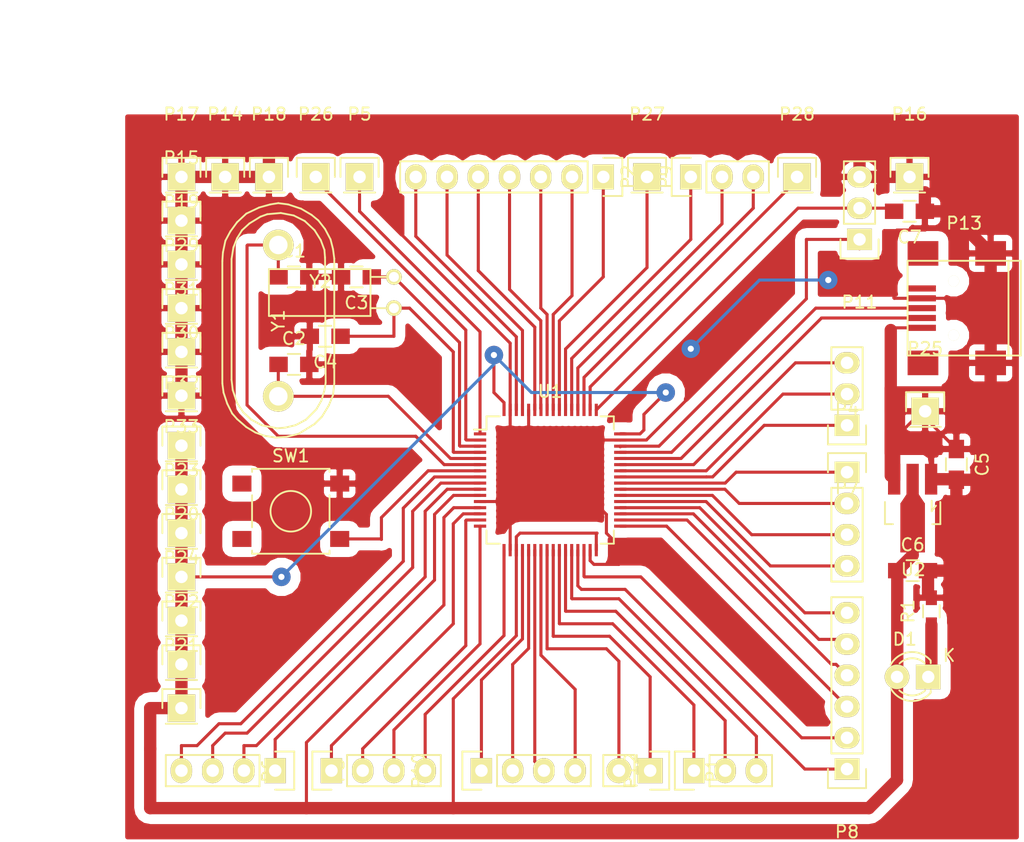
<source format=kicad_pcb>
(kicad_pcb (version 4) (host pcbnew 4.0.2-stable)

  (general
    (links 106)
    (no_connects 0)
    (area 109.856001 36.266 193.670001 104.5)
    (thickness 1.6)
    (drawings 2)
    (tracks 371)
    (zones 0)
    (modules 47)
    (nets 59)
  )

  (page A4)
  (layers
    (0 F.Cu signal)
    (31 B.Cu signal)
    (32 B.Adhes user)
    (33 F.Adhes user)
    (34 B.Paste user)
    (35 F.Paste user)
    (36 B.SilkS user)
    (37 F.SilkS user)
    (38 B.Mask user)
    (39 F.Mask user)
    (40 Dwgs.User user)
    (41 Cmts.User user)
    (42 Eco1.User user)
    (43 Eco2.User user)
    (44 Edge.Cuts user)
    (45 Margin user)
    (46 B.CrtYd user)
    (47 F.CrtYd user)
    (48 B.Fab user)
    (49 F.Fab user)
  )

  (setup
    (last_trace_width 0.25)
    (user_trace_width 0.4)
    (user_trace_width 0.5)
    (user_trace_width 1)
    (user_trace_width 1.5)
    (trace_clearance 0.2)
    (zone_clearance 0.8)
    (zone_45_only no)
    (trace_min 0.2)
    (segment_width 0.2)
    (edge_width 0.15)
    (via_size 0.6)
    (via_drill 0.4)
    (via_min_size 0.4)
    (via_min_drill 0.3)
    (user_via 1.5 0.5)
    (uvia_size 0.3)
    (uvia_drill 0.1)
    (uvias_allowed no)
    (uvia_min_size 0.2)
    (uvia_min_drill 0.1)
    (pcb_text_width 0.3)
    (pcb_text_size 1.5 1.5)
    (mod_edge_width 0.15)
    (mod_text_size 1 1)
    (mod_text_width 0.15)
    (pad_size 2.49936 1.99898)
    (pad_drill 0)
    (pad_to_mask_clearance 0.2)
    (aux_axis_origin 0 0)
    (visible_elements 7FFFFFFF)
    (pcbplotparams
      (layerselection 0x00020_00000001)
      (usegerberextensions false)
      (excludeedgelayer true)
      (linewidth 0.100000)
      (plotframeref false)
      (viasonmask false)
      (mode 1)
      (useauxorigin false)
      (hpglpennumber 1)
      (hpglpenspeed 20)
      (hpglpendiameter 15)
      (hpglpenoverlay 2)
      (psnegative false)
      (psa4output false)
      (plotreference true)
      (plotvalue true)
      (plotinvisibletext false)
      (padsonsilk false)
      (subtractmaskfromsilk false)
      (outputformat 5)
      (mirror false)
      (drillshape 0)
      (scaleselection 1)
      (outputdirectory ""))
  )

  (net 0 "")
  (net 1 "Net-(C1-Pad1)")
  (net 2 GND)
  (net 3 "Net-(C2-Pad1)")
  (net 4 "Net-(C3-Pad1)")
  (net 5 "Net-(C4-Pad1)")
  (net 6 "Net-(P1-Pad1)")
  (net 7 "Net-(P1-Pad2)")
  (net 8 "Net-(P2-Pad1)")
  (net 9 "Net-(P2-Pad2)")
  (net 10 "Net-(P2-Pad3)")
  (net 11 "Net-(P3-Pad1)")
  (net 12 "Net-(P3-Pad2)")
  (net 13 "Net-(P3-Pad3)")
  (net 14 "Net-(P3-Pad4)")
  (net 15 "Net-(P4-Pad1)")
  (net 16 "Net-(P4-Pad2)")
  (net 17 "Net-(P4-Pad3)")
  (net 18 "Net-(P4-Pad4)")
  (net 19 "Net-(P5-Pad1)")
  (net 20 "Net-(P6-Pad1)")
  (net 21 "Net-(P6-Pad2)")
  (net 22 "Net-(P6-Pad3)")
  (net 23 "Net-(P6-Pad4)")
  (net 24 "Net-(P7-Pad1)")
  (net 25 "Net-(P7-Pad2)")
  (net 26 "Net-(P7-Pad3)")
  (net 27 "Net-(P8-Pad1)")
  (net 28 "Net-(P8-Pad2)")
  (net 29 "Net-(P8-Pad3)")
  (net 30 "Net-(P8-Pad4)")
  (net 31 "Net-(P8-Pad5)")
  (net 32 "Net-(P8-Pad6)")
  (net 33 "Net-(P9-Pad1)")
  (net 34 "Net-(P9-Pad2)")
  (net 35 "Net-(P9-Pad3)")
  (net 36 "Net-(P9-Pad4)")
  (net 37 "Net-(P9-Pad5)")
  (net 38 "Net-(P9-Pad6)")
  (net 39 "Net-(P9-Pad7)")
  (net 40 "Net-(P10-Pad1)")
  (net 41 "Net-(P10-Pad2)")
  (net 42 "Net-(P10-Pad3)")
  (net 43 "Net-(P10-Pad4)")
  (net 44 "Net-(P11-Pad1)")
  (net 45 "Net-(P12-Pad1)")
  (net 46 "Net-(P12-Pad2)")
  (net 47 "Net-(P12-Pad3)")
  (net 48 +5V)
  (net 49 "Net-(P13-Pad2)")
  (net 50 "Net-(P13-Pad3)")
  (net 51 "Net-(P13-Pad5)")
  (net 52 +3V3)
  (net 53 "Net-(SW1-Pad2)")
  (net 54 "Net-(P26-Pad1)")
  (net 55 "Net-(P27-Pad1)")
  (net 56 "Net-(P28-Pad1)")
  (net 57 "Net-(C7-Pad2)")
  (net 58 "Net-(D1-Pad1)")

  (net_class Default "This is the default net class."
    (clearance 0.2)
    (trace_width 0.25)
    (via_dia 0.6)
    (via_drill 0.4)
    (uvia_dia 0.3)
    (uvia_drill 0.1)
    (add_net +3V3)
    (add_net +5V)
    (add_net GND)
    (add_net "Net-(C1-Pad1)")
    (add_net "Net-(C2-Pad1)")
    (add_net "Net-(C3-Pad1)")
    (add_net "Net-(C4-Pad1)")
    (add_net "Net-(C7-Pad2)")
    (add_net "Net-(D1-Pad1)")
    (add_net "Net-(P1-Pad1)")
    (add_net "Net-(P1-Pad2)")
    (add_net "Net-(P10-Pad1)")
    (add_net "Net-(P10-Pad2)")
    (add_net "Net-(P10-Pad3)")
    (add_net "Net-(P10-Pad4)")
    (add_net "Net-(P11-Pad1)")
    (add_net "Net-(P12-Pad1)")
    (add_net "Net-(P12-Pad2)")
    (add_net "Net-(P12-Pad3)")
    (add_net "Net-(P13-Pad2)")
    (add_net "Net-(P13-Pad3)")
    (add_net "Net-(P13-Pad5)")
    (add_net "Net-(P2-Pad1)")
    (add_net "Net-(P2-Pad2)")
    (add_net "Net-(P2-Pad3)")
    (add_net "Net-(P26-Pad1)")
    (add_net "Net-(P27-Pad1)")
    (add_net "Net-(P28-Pad1)")
    (add_net "Net-(P3-Pad1)")
    (add_net "Net-(P3-Pad2)")
    (add_net "Net-(P3-Pad3)")
    (add_net "Net-(P3-Pad4)")
    (add_net "Net-(P4-Pad1)")
    (add_net "Net-(P4-Pad2)")
    (add_net "Net-(P4-Pad3)")
    (add_net "Net-(P4-Pad4)")
    (add_net "Net-(P5-Pad1)")
    (add_net "Net-(P6-Pad1)")
    (add_net "Net-(P6-Pad2)")
    (add_net "Net-(P6-Pad3)")
    (add_net "Net-(P6-Pad4)")
    (add_net "Net-(P7-Pad1)")
    (add_net "Net-(P7-Pad2)")
    (add_net "Net-(P7-Pad3)")
    (add_net "Net-(P8-Pad1)")
    (add_net "Net-(P8-Pad2)")
    (add_net "Net-(P8-Pad3)")
    (add_net "Net-(P8-Pad4)")
    (add_net "Net-(P8-Pad5)")
    (add_net "Net-(P8-Pad6)")
    (add_net "Net-(P9-Pad1)")
    (add_net "Net-(P9-Pad2)")
    (add_net "Net-(P9-Pad3)")
    (add_net "Net-(P9-Pad4)")
    (add_net "Net-(P9-Pad5)")
    (add_net "Net-(P9-Pad6)")
    (add_net "Net-(P9-Pad7)")
    (add_net "Net-(SW1-Pad2)")
  )

  (module Pin_Headers:Pin_Header_Straight_1x01 (layer F.Cu) (tedit 54EA08DC) (tstamp 56F29AFE)
    (at 124.968 53.848)
    (descr "Through hole pin header")
    (tags "pin header")
    (path /56F3193D)
    (fp_text reference P15 (at 0 -5.1) (layer F.SilkS)
      (effects (font (size 1 1) (thickness 0.15)))
    )
    (fp_text value CONN_01X01 (at 0 -3.1) (layer F.Fab)
      (effects (font (size 1 1) (thickness 0.15)))
    )
    (fp_line (start 1.55 -1.55) (end 1.55 0) (layer F.SilkS) (width 0.15))
    (fp_line (start -1.75 -1.75) (end -1.75 1.75) (layer F.CrtYd) (width 0.05))
    (fp_line (start 1.75 -1.75) (end 1.75 1.75) (layer F.CrtYd) (width 0.05))
    (fp_line (start -1.75 -1.75) (end 1.75 -1.75) (layer F.CrtYd) (width 0.05))
    (fp_line (start -1.75 1.75) (end 1.75 1.75) (layer F.CrtYd) (width 0.05))
    (fp_line (start -1.55 0) (end -1.55 -1.55) (layer F.SilkS) (width 0.15))
    (fp_line (start -1.55 -1.55) (end 1.55 -1.55) (layer F.SilkS) (width 0.15))
    (fp_line (start -1.27 1.27) (end 1.27 1.27) (layer F.SilkS) (width 0.15))
    (pad 1 thru_hole rect (at 0 0) (size 2.2352 2.2352) (drill 1.016) (layers *.Cu *.Mask F.SilkS)
      (net 2 GND))
    (model Pin_Headers.3dshapes/Pin_Header_Straight_1x01.wrl
      (at (xyz 0 0 0))
      (scale (xyz 1 1 1))
      (rotate (xyz 0 0 90))
    )
  )

  (module Capacitors_SMD:C_0805_HandSoldering (layer F.Cu) (tedit 541A9B8D) (tstamp 56F29A77)
    (at 134.112 58.42)
    (descr "Capacitor SMD 0805, hand soldering")
    (tags "capacitor 0805")
    (path /56F29167)
    (attr smd)
    (fp_text reference C1 (at 0 -2.1) (layer F.SilkS)
      (effects (font (size 1 1) (thickness 0.15)))
    )
    (fp_text value 11pF (at 0 2.1) (layer F.Fab)
      (effects (font (size 1 1) (thickness 0.15)))
    )
    (fp_line (start -2.3 -1) (end 2.3 -1) (layer F.CrtYd) (width 0.05))
    (fp_line (start -2.3 1) (end 2.3 1) (layer F.CrtYd) (width 0.05))
    (fp_line (start -2.3 -1) (end -2.3 1) (layer F.CrtYd) (width 0.05))
    (fp_line (start 2.3 -1) (end 2.3 1) (layer F.CrtYd) (width 0.05))
    (fp_line (start 0.5 -0.85) (end -0.5 -0.85) (layer F.SilkS) (width 0.15))
    (fp_line (start -0.5 0.85) (end 0.5 0.85) (layer F.SilkS) (width 0.15))
    (pad 1 smd rect (at -1.25 0) (size 1.5 1.25) (layers F.Cu F.Paste F.Mask)
      (net 1 "Net-(C1-Pad1)"))
    (pad 2 smd rect (at 1.25 0) (size 1.5 1.25) (layers F.Cu F.Paste F.Mask)
      (net 2 GND))
    (model Capacitors_SMD.3dshapes/C_0805_HandSoldering.wrl
      (at (xyz 0 0 0))
      (scale (xyz 1 1 1))
      (rotate (xyz 0 0 0))
    )
  )

  (module Capacitors_SMD:C_0805_HandSoldering (layer F.Cu) (tedit 541A9B8D) (tstamp 56F29A7D)
    (at 134.112 65.532)
    (descr "Capacitor SMD 0805, hand soldering")
    (tags "capacitor 0805")
    (path /56F29132)
    (attr smd)
    (fp_text reference C2 (at 0 -2.1) (layer F.SilkS)
      (effects (font (size 1 1) (thickness 0.15)))
    )
    (fp_text value 22pF (at 0 2.1) (layer F.Fab)
      (effects (font (size 1 1) (thickness 0.15)))
    )
    (fp_line (start -2.3 -1) (end 2.3 -1) (layer F.CrtYd) (width 0.05))
    (fp_line (start -2.3 1) (end 2.3 1) (layer F.CrtYd) (width 0.05))
    (fp_line (start -2.3 -1) (end -2.3 1) (layer F.CrtYd) (width 0.05))
    (fp_line (start 2.3 -1) (end 2.3 1) (layer F.CrtYd) (width 0.05))
    (fp_line (start 0.5 -0.85) (end -0.5 -0.85) (layer F.SilkS) (width 0.15))
    (fp_line (start -0.5 0.85) (end 0.5 0.85) (layer F.SilkS) (width 0.15))
    (pad 1 smd rect (at -1.25 0) (size 1.5 1.25) (layers F.Cu F.Paste F.Mask)
      (net 3 "Net-(C2-Pad1)"))
    (pad 2 smd rect (at 1.25 0) (size 1.5 1.25) (layers F.Cu F.Paste F.Mask)
      (net 2 GND))
    (model Capacitors_SMD.3dshapes/C_0805_HandSoldering.wrl
      (at (xyz 0 0 0))
      (scale (xyz 1 1 1))
      (rotate (xyz 0 0 0))
    )
  )

  (module Capacitors_SMD:C_0805_HandSoldering (layer F.Cu) (tedit 541A9B8D) (tstamp 56F29A83)
    (at 139.192 58.42 180)
    (descr "Capacitor SMD 0805, hand soldering")
    (tags "capacitor 0805")
    (path /56F2969F)
    (attr smd)
    (fp_text reference C3 (at 0 -2.1 180) (layer F.SilkS)
      (effects (font (size 1 1) (thickness 0.15)))
    )
    (fp_text value 22pF (at 0 2.1 180) (layer F.Fab)
      (effects (font (size 1 1) (thickness 0.15)))
    )
    (fp_line (start -2.3 -1) (end 2.3 -1) (layer F.CrtYd) (width 0.05))
    (fp_line (start -2.3 1) (end 2.3 1) (layer F.CrtYd) (width 0.05))
    (fp_line (start -2.3 -1) (end -2.3 1) (layer F.CrtYd) (width 0.05))
    (fp_line (start 2.3 -1) (end 2.3 1) (layer F.CrtYd) (width 0.05))
    (fp_line (start 0.5 -0.85) (end -0.5 -0.85) (layer F.SilkS) (width 0.15))
    (fp_line (start -0.5 0.85) (end 0.5 0.85) (layer F.SilkS) (width 0.15))
    (pad 1 smd rect (at -1.25 0 180) (size 1.5 1.25) (layers F.Cu F.Paste F.Mask)
      (net 4 "Net-(C3-Pad1)"))
    (pad 2 smd rect (at 1.25 0 180) (size 1.5 1.25) (layers F.Cu F.Paste F.Mask)
      (net 2 GND))
    (model Capacitors_SMD.3dshapes/C_0805_HandSoldering.wrl
      (at (xyz 0 0 0))
      (scale (xyz 1 1 1))
      (rotate (xyz 0 0 0))
    )
  )

  (module Capacitors_SMD:C_0805_HandSoldering (layer F.Cu) (tedit 541A9B8D) (tstamp 56F29A89)
    (at 136.652 63.246 180)
    (descr "Capacitor SMD 0805, hand soldering")
    (tags "capacitor 0805")
    (path /56F2974F)
    (attr smd)
    (fp_text reference C4 (at 0 -2.1 180) (layer F.SilkS)
      (effects (font (size 1 1) (thickness 0.15)))
    )
    (fp_text value 22pF (at 0 2.1 180) (layer F.Fab)
      (effects (font (size 1 1) (thickness 0.15)))
    )
    (fp_line (start -2.3 -1) (end 2.3 -1) (layer F.CrtYd) (width 0.05))
    (fp_line (start -2.3 1) (end 2.3 1) (layer F.CrtYd) (width 0.05))
    (fp_line (start -2.3 -1) (end -2.3 1) (layer F.CrtYd) (width 0.05))
    (fp_line (start 2.3 -1) (end 2.3 1) (layer F.CrtYd) (width 0.05))
    (fp_line (start 0.5 -0.85) (end -0.5 -0.85) (layer F.SilkS) (width 0.15))
    (fp_line (start -0.5 0.85) (end 0.5 0.85) (layer F.SilkS) (width 0.15))
    (pad 1 smd rect (at -1.25 0 180) (size 1.5 1.25) (layers F.Cu F.Paste F.Mask)
      (net 5 "Net-(C4-Pad1)"))
    (pad 2 smd rect (at 1.25 0 180) (size 1.5 1.25) (layers F.Cu F.Paste F.Mask)
      (net 2 GND))
    (model Capacitors_SMD.3dshapes/C_0805_HandSoldering.wrl
      (at (xyz 0 0 0))
      (scale (xyz 1 1 1))
      (rotate (xyz 0 0 0))
    )
  )

  (module Pin_Headers:Pin_Header_Straight_1x02 (layer F.Cu) (tedit 54EA090C) (tstamp 56F29A8F)
    (at 163.068 98.552 270)
    (descr "Through hole pin header")
    (tags "pin header")
    (path /56F2DCEC)
    (fp_text reference P1 (at 0 -5.1 270) (layer F.SilkS)
      (effects (font (size 1 1) (thickness 0.15)))
    )
    (fp_text value CONN_01X02 (at 0 -3.1 270) (layer F.Fab)
      (effects (font (size 1 1) (thickness 0.15)))
    )
    (fp_line (start 1.27 1.27) (end 1.27 3.81) (layer F.SilkS) (width 0.15))
    (fp_line (start 1.55 -1.55) (end 1.55 0) (layer F.SilkS) (width 0.15))
    (fp_line (start -1.75 -1.75) (end -1.75 4.3) (layer F.CrtYd) (width 0.05))
    (fp_line (start 1.75 -1.75) (end 1.75 4.3) (layer F.CrtYd) (width 0.05))
    (fp_line (start -1.75 -1.75) (end 1.75 -1.75) (layer F.CrtYd) (width 0.05))
    (fp_line (start -1.75 4.3) (end 1.75 4.3) (layer F.CrtYd) (width 0.05))
    (fp_line (start 1.27 1.27) (end -1.27 1.27) (layer F.SilkS) (width 0.15))
    (fp_line (start -1.55 0) (end -1.55 -1.55) (layer F.SilkS) (width 0.15))
    (fp_line (start -1.55 -1.55) (end 1.55 -1.55) (layer F.SilkS) (width 0.15))
    (fp_line (start -1.27 1.27) (end -1.27 3.81) (layer F.SilkS) (width 0.15))
    (fp_line (start -1.27 3.81) (end 1.27 3.81) (layer F.SilkS) (width 0.15))
    (pad 1 thru_hole rect (at 0 0 270) (size 2.032 2.032) (drill 1.016) (layers *.Cu *.Mask F.SilkS)
      (net 6 "Net-(P1-Pad1)"))
    (pad 2 thru_hole oval (at 0 2.54 270) (size 2.032 2.032) (drill 1.016) (layers *.Cu *.Mask F.SilkS)
      (net 7 "Net-(P1-Pad2)"))
    (model Pin_Headers.3dshapes/Pin_Header_Straight_1x02.wrl
      (at (xyz 0 -0.05 0))
      (scale (xyz 1 1 1))
      (rotate (xyz 0 0 90))
    )
  )

  (module Pin_Headers:Pin_Header_Straight_1x03 (layer F.Cu) (tedit 0) (tstamp 56F29A96)
    (at 166.37 50.292 90)
    (descr "Through hole pin header")
    (tags "pin header")
    (path /56F2E018)
    (fp_text reference P2 (at 0 -5.1 90) (layer F.SilkS)
      (effects (font (size 1 1) (thickness 0.15)))
    )
    (fp_text value CONN_01X03 (at 0 -3.1 90) (layer F.Fab)
      (effects (font (size 1 1) (thickness 0.15)))
    )
    (fp_line (start -1.75 -1.75) (end -1.75 6.85) (layer F.CrtYd) (width 0.05))
    (fp_line (start 1.75 -1.75) (end 1.75 6.85) (layer F.CrtYd) (width 0.05))
    (fp_line (start -1.75 -1.75) (end 1.75 -1.75) (layer F.CrtYd) (width 0.05))
    (fp_line (start -1.75 6.85) (end 1.75 6.85) (layer F.CrtYd) (width 0.05))
    (fp_line (start -1.27 1.27) (end -1.27 6.35) (layer F.SilkS) (width 0.15))
    (fp_line (start -1.27 6.35) (end 1.27 6.35) (layer F.SilkS) (width 0.15))
    (fp_line (start 1.27 6.35) (end 1.27 1.27) (layer F.SilkS) (width 0.15))
    (fp_line (start 1.55 -1.55) (end 1.55 0) (layer F.SilkS) (width 0.15))
    (fp_line (start 1.27 1.27) (end -1.27 1.27) (layer F.SilkS) (width 0.15))
    (fp_line (start -1.55 0) (end -1.55 -1.55) (layer F.SilkS) (width 0.15))
    (fp_line (start -1.55 -1.55) (end 1.55 -1.55) (layer F.SilkS) (width 0.15))
    (pad 1 thru_hole rect (at 0 0 90) (size 2.032 1.7272) (drill 1.016) (layers *.Cu *.Mask F.SilkS)
      (net 8 "Net-(P2-Pad1)"))
    (pad 2 thru_hole oval (at 0 2.54 90) (size 2.032 1.7272) (drill 1.016) (layers *.Cu *.Mask F.SilkS)
      (net 9 "Net-(P2-Pad2)"))
    (pad 3 thru_hole oval (at 0 5.08 90) (size 2.032 1.7272) (drill 1.016) (layers *.Cu *.Mask F.SilkS)
      (net 10 "Net-(P2-Pad3)"))
    (model Pin_Headers.3dshapes/Pin_Header_Straight_1x03.wrl
      (at (xyz 0 -0.1 0))
      (scale (xyz 1 1 1))
      (rotate (xyz 0 0 90))
    )
  )

  (module Pin_Headers:Pin_Header_Straight_1x04 (layer F.Cu) (tedit 0) (tstamp 56F29A9E)
    (at 132.588 98.552 270)
    (descr "Through hole pin header")
    (tags "pin header")
    (path /56F2D97D)
    (fp_text reference P3 (at 0 -5.1 270) (layer F.SilkS)
      (effects (font (size 1 1) (thickness 0.15)))
    )
    (fp_text value CONN_01X04 (at 0 -3.1 270) (layer F.Fab)
      (effects (font (size 1 1) (thickness 0.15)))
    )
    (fp_line (start -1.75 -1.75) (end -1.75 9.4) (layer F.CrtYd) (width 0.05))
    (fp_line (start 1.75 -1.75) (end 1.75 9.4) (layer F.CrtYd) (width 0.05))
    (fp_line (start -1.75 -1.75) (end 1.75 -1.75) (layer F.CrtYd) (width 0.05))
    (fp_line (start -1.75 9.4) (end 1.75 9.4) (layer F.CrtYd) (width 0.05))
    (fp_line (start -1.27 1.27) (end -1.27 8.89) (layer F.SilkS) (width 0.15))
    (fp_line (start 1.27 1.27) (end 1.27 8.89) (layer F.SilkS) (width 0.15))
    (fp_line (start 1.55 -1.55) (end 1.55 0) (layer F.SilkS) (width 0.15))
    (fp_line (start -1.27 8.89) (end 1.27 8.89) (layer F.SilkS) (width 0.15))
    (fp_line (start 1.27 1.27) (end -1.27 1.27) (layer F.SilkS) (width 0.15))
    (fp_line (start -1.55 0) (end -1.55 -1.55) (layer F.SilkS) (width 0.15))
    (fp_line (start -1.55 -1.55) (end 1.55 -1.55) (layer F.SilkS) (width 0.15))
    (pad 1 thru_hole rect (at 0 0 270) (size 2.032 1.7272) (drill 1.016) (layers *.Cu *.Mask F.SilkS)
      (net 11 "Net-(P3-Pad1)"))
    (pad 2 thru_hole oval (at 0 2.54 270) (size 2.032 1.7272) (drill 1.016) (layers *.Cu *.Mask F.SilkS)
      (net 12 "Net-(P3-Pad2)"))
    (pad 3 thru_hole oval (at 0 5.08 270) (size 2.032 1.7272) (drill 1.016) (layers *.Cu *.Mask F.SilkS)
      (net 13 "Net-(P3-Pad3)"))
    (pad 4 thru_hole oval (at 0 7.62 270) (size 2.032 1.7272) (drill 1.016) (layers *.Cu *.Mask F.SilkS)
      (net 14 "Net-(P3-Pad4)"))
    (model Pin_Headers.3dshapes/Pin_Header_Straight_1x04.wrl
      (at (xyz 0 -0.15 0))
      (scale (xyz 1 1 1))
      (rotate (xyz 0 0 90))
    )
  )

  (module Pin_Headers:Pin_Header_Straight_1x04 (layer F.Cu) (tedit 0) (tstamp 56F29AA6)
    (at 179.07 74.295)
    (descr "Through hole pin header")
    (tags "pin header")
    (path /56F2DBA7)
    (fp_text reference P4 (at 0 -5.1) (layer F.SilkS)
      (effects (font (size 1 1) (thickness 0.15)))
    )
    (fp_text value CONN_01X04 (at 0 -3.1) (layer F.Fab)
      (effects (font (size 1 1) (thickness 0.15)))
    )
    (fp_line (start -1.75 -1.75) (end -1.75 9.4) (layer F.CrtYd) (width 0.05))
    (fp_line (start 1.75 -1.75) (end 1.75 9.4) (layer F.CrtYd) (width 0.05))
    (fp_line (start -1.75 -1.75) (end 1.75 -1.75) (layer F.CrtYd) (width 0.05))
    (fp_line (start -1.75 9.4) (end 1.75 9.4) (layer F.CrtYd) (width 0.05))
    (fp_line (start -1.27 1.27) (end -1.27 8.89) (layer F.SilkS) (width 0.15))
    (fp_line (start 1.27 1.27) (end 1.27 8.89) (layer F.SilkS) (width 0.15))
    (fp_line (start 1.55 -1.55) (end 1.55 0) (layer F.SilkS) (width 0.15))
    (fp_line (start -1.27 8.89) (end 1.27 8.89) (layer F.SilkS) (width 0.15))
    (fp_line (start 1.27 1.27) (end -1.27 1.27) (layer F.SilkS) (width 0.15))
    (fp_line (start -1.55 0) (end -1.55 -1.55) (layer F.SilkS) (width 0.15))
    (fp_line (start -1.55 -1.55) (end 1.55 -1.55) (layer F.SilkS) (width 0.15))
    (pad 1 thru_hole rect (at 0 0) (size 2.032 1.7272) (drill 1.016) (layers *.Cu *.Mask F.SilkS)
      (net 15 "Net-(P4-Pad1)"))
    (pad 2 thru_hole oval (at 0 2.54) (size 2.032 1.7272) (drill 1.016) (layers *.Cu *.Mask F.SilkS)
      (net 16 "Net-(P4-Pad2)"))
    (pad 3 thru_hole oval (at 0 5.08) (size 2.032 1.7272) (drill 1.016) (layers *.Cu *.Mask F.SilkS)
      (net 17 "Net-(P4-Pad3)"))
    (pad 4 thru_hole oval (at 0 7.62) (size 2.032 1.7272) (drill 1.016) (layers *.Cu *.Mask F.SilkS)
      (net 18 "Net-(P4-Pad4)"))
    (model Pin_Headers.3dshapes/Pin_Header_Straight_1x04.wrl
      (at (xyz 0 -0.15 0))
      (scale (xyz 1 1 1))
      (rotate (xyz 0 0 90))
    )
  )

  (module Pin_Headers:Pin_Header_Straight_1x01 (layer F.Cu) (tedit 54EA08DC) (tstamp 56F29AAB)
    (at 139.446 50.292)
    (descr "Through hole pin header")
    (tags "pin header")
    (path /56F2C4BD)
    (fp_text reference P5 (at 0 -5.1) (layer F.SilkS)
      (effects (font (size 1 1) (thickness 0.15)))
    )
    (fp_text value CONN_01X01 (at 0 -3.1) (layer F.Fab)
      (effects (font (size 1 1) (thickness 0.15)))
    )
    (fp_line (start 1.55 -1.55) (end 1.55 0) (layer F.SilkS) (width 0.15))
    (fp_line (start -1.75 -1.75) (end -1.75 1.75) (layer F.CrtYd) (width 0.05))
    (fp_line (start 1.75 -1.75) (end 1.75 1.75) (layer F.CrtYd) (width 0.05))
    (fp_line (start -1.75 -1.75) (end 1.75 -1.75) (layer F.CrtYd) (width 0.05))
    (fp_line (start -1.75 1.75) (end 1.75 1.75) (layer F.CrtYd) (width 0.05))
    (fp_line (start -1.55 0) (end -1.55 -1.55) (layer F.SilkS) (width 0.15))
    (fp_line (start -1.55 -1.55) (end 1.55 -1.55) (layer F.SilkS) (width 0.15))
    (fp_line (start -1.27 1.27) (end 1.27 1.27) (layer F.SilkS) (width 0.15))
    (pad 1 thru_hole rect (at 0 0) (size 2.2352 2.2352) (drill 1.016) (layers *.Cu *.Mask F.SilkS)
      (net 19 "Net-(P5-Pad1)"))
    (model Pin_Headers.3dshapes/Pin_Header_Straight_1x01.wrl
      (at (xyz 0 0 0))
      (scale (xyz 1 1 1))
      (rotate (xyz 0 0 90))
    )
  )

  (module Pin_Headers:Pin_Header_Straight_1x04 (layer F.Cu) (tedit 0) (tstamp 56F29AB3)
    (at 137.16 98.552 90)
    (descr "Through hole pin header")
    (tags "pin header")
    (path /56F30D39)
    (fp_text reference P6 (at 0 -5.1 90) (layer F.SilkS)
      (effects (font (size 1 1) (thickness 0.15)))
    )
    (fp_text value CONN_01X04 (at 0 -3.1 90) (layer F.Fab)
      (effects (font (size 1 1) (thickness 0.15)))
    )
    (fp_line (start -1.75 -1.75) (end -1.75 9.4) (layer F.CrtYd) (width 0.05))
    (fp_line (start 1.75 -1.75) (end 1.75 9.4) (layer F.CrtYd) (width 0.05))
    (fp_line (start -1.75 -1.75) (end 1.75 -1.75) (layer F.CrtYd) (width 0.05))
    (fp_line (start -1.75 9.4) (end 1.75 9.4) (layer F.CrtYd) (width 0.05))
    (fp_line (start -1.27 1.27) (end -1.27 8.89) (layer F.SilkS) (width 0.15))
    (fp_line (start 1.27 1.27) (end 1.27 8.89) (layer F.SilkS) (width 0.15))
    (fp_line (start 1.55 -1.55) (end 1.55 0) (layer F.SilkS) (width 0.15))
    (fp_line (start -1.27 8.89) (end 1.27 8.89) (layer F.SilkS) (width 0.15))
    (fp_line (start 1.27 1.27) (end -1.27 1.27) (layer F.SilkS) (width 0.15))
    (fp_line (start -1.55 0) (end -1.55 -1.55) (layer F.SilkS) (width 0.15))
    (fp_line (start -1.55 -1.55) (end 1.55 -1.55) (layer F.SilkS) (width 0.15))
    (pad 1 thru_hole rect (at 0 0 90) (size 2.032 1.7272) (drill 1.016) (layers *.Cu *.Mask F.SilkS)
      (net 20 "Net-(P6-Pad1)"))
    (pad 2 thru_hole oval (at 0 2.54 90) (size 2.032 1.7272) (drill 1.016) (layers *.Cu *.Mask F.SilkS)
      (net 21 "Net-(P6-Pad2)"))
    (pad 3 thru_hole oval (at 0 5.08 90) (size 2.032 1.7272) (drill 1.016) (layers *.Cu *.Mask F.SilkS)
      (net 22 "Net-(P6-Pad3)"))
    (pad 4 thru_hole oval (at 0 7.62 90) (size 2.032 1.7272) (drill 1.016) (layers *.Cu *.Mask F.SilkS)
      (net 23 "Net-(P6-Pad4)"))
    (model Pin_Headers.3dshapes/Pin_Header_Straight_1x04.wrl
      (at (xyz 0 -0.15 0))
      (scale (xyz 1 1 1))
      (rotate (xyz 0 0 90))
    )
  )

  (module Pin_Headers:Pin_Header_Straight_1x03 (layer F.Cu) (tedit 0) (tstamp 56F29ABA)
    (at 179.07 70.485 180)
    (descr "Through hole pin header")
    (tags "pin header")
    (path /56F308B8)
    (fp_text reference P7 (at 0 -5.1 180) (layer F.SilkS)
      (effects (font (size 1 1) (thickness 0.15)))
    )
    (fp_text value CONN_01X03 (at 0 -3.1 180) (layer F.Fab)
      (effects (font (size 1 1) (thickness 0.15)))
    )
    (fp_line (start -1.75 -1.75) (end -1.75 6.85) (layer F.CrtYd) (width 0.05))
    (fp_line (start 1.75 -1.75) (end 1.75 6.85) (layer F.CrtYd) (width 0.05))
    (fp_line (start -1.75 -1.75) (end 1.75 -1.75) (layer F.CrtYd) (width 0.05))
    (fp_line (start -1.75 6.85) (end 1.75 6.85) (layer F.CrtYd) (width 0.05))
    (fp_line (start -1.27 1.27) (end -1.27 6.35) (layer F.SilkS) (width 0.15))
    (fp_line (start -1.27 6.35) (end 1.27 6.35) (layer F.SilkS) (width 0.15))
    (fp_line (start 1.27 6.35) (end 1.27 1.27) (layer F.SilkS) (width 0.15))
    (fp_line (start 1.55 -1.55) (end 1.55 0) (layer F.SilkS) (width 0.15))
    (fp_line (start 1.27 1.27) (end -1.27 1.27) (layer F.SilkS) (width 0.15))
    (fp_line (start -1.55 0) (end -1.55 -1.55) (layer F.SilkS) (width 0.15))
    (fp_line (start -1.55 -1.55) (end 1.55 -1.55) (layer F.SilkS) (width 0.15))
    (pad 1 thru_hole rect (at 0 0 180) (size 2.032 1.7272) (drill 1.016) (layers *.Cu *.Mask F.SilkS)
      (net 24 "Net-(P7-Pad1)"))
    (pad 2 thru_hole oval (at 0 2.54 180) (size 2.032 1.7272) (drill 1.016) (layers *.Cu *.Mask F.SilkS)
      (net 25 "Net-(P7-Pad2)"))
    (pad 3 thru_hole oval (at 0 5.08 180) (size 2.032 1.7272) (drill 1.016) (layers *.Cu *.Mask F.SilkS)
      (net 26 "Net-(P7-Pad3)"))
    (model Pin_Headers.3dshapes/Pin_Header_Straight_1x03.wrl
      (at (xyz 0 -0.1 0))
      (scale (xyz 1 1 1))
      (rotate (xyz 0 0 90))
    )
  )

  (module Pin_Headers:Pin_Header_Straight_1x06 (layer F.Cu) (tedit 0) (tstamp 56F29AC4)
    (at 179.07 98.425 180)
    (descr "Through hole pin header")
    (tags "pin header")
    (path /56F2ECED)
    (fp_text reference P8 (at 0 -5.1 180) (layer F.SilkS)
      (effects (font (size 1 1) (thickness 0.15)))
    )
    (fp_text value CONN_01X06 (at 0 -3.1 180) (layer F.Fab)
      (effects (font (size 1 1) (thickness 0.15)))
    )
    (fp_line (start -1.75 -1.75) (end -1.75 14.45) (layer F.CrtYd) (width 0.05))
    (fp_line (start 1.75 -1.75) (end 1.75 14.45) (layer F.CrtYd) (width 0.05))
    (fp_line (start -1.75 -1.75) (end 1.75 -1.75) (layer F.CrtYd) (width 0.05))
    (fp_line (start -1.75 14.45) (end 1.75 14.45) (layer F.CrtYd) (width 0.05))
    (fp_line (start 1.27 1.27) (end 1.27 13.97) (layer F.SilkS) (width 0.15))
    (fp_line (start 1.27 13.97) (end -1.27 13.97) (layer F.SilkS) (width 0.15))
    (fp_line (start -1.27 13.97) (end -1.27 1.27) (layer F.SilkS) (width 0.15))
    (fp_line (start 1.55 -1.55) (end 1.55 0) (layer F.SilkS) (width 0.15))
    (fp_line (start 1.27 1.27) (end -1.27 1.27) (layer F.SilkS) (width 0.15))
    (fp_line (start -1.55 0) (end -1.55 -1.55) (layer F.SilkS) (width 0.15))
    (fp_line (start -1.55 -1.55) (end 1.55 -1.55) (layer F.SilkS) (width 0.15))
    (pad 1 thru_hole rect (at 0 0 180) (size 2.032 1.7272) (drill 1.016) (layers *.Cu *.Mask F.SilkS)
      (net 27 "Net-(P8-Pad1)"))
    (pad 2 thru_hole oval (at 0 2.54 180) (size 2.032 1.7272) (drill 1.016) (layers *.Cu *.Mask F.SilkS)
      (net 28 "Net-(P8-Pad2)"))
    (pad 3 thru_hole oval (at 0 5.08 180) (size 2.032 1.7272) (drill 1.016) (layers *.Cu *.Mask F.SilkS)
      (net 29 "Net-(P8-Pad3)"))
    (pad 4 thru_hole oval (at 0 7.62 180) (size 2.032 1.7272) (drill 1.016) (layers *.Cu *.Mask F.SilkS)
      (net 30 "Net-(P8-Pad4)"))
    (pad 5 thru_hole oval (at 0 10.16 180) (size 2.032 1.7272) (drill 1.016) (layers *.Cu *.Mask F.SilkS)
      (net 31 "Net-(P8-Pad5)"))
    (pad 6 thru_hole oval (at 0 12.7 180) (size 2.032 1.7272) (drill 1.016) (layers *.Cu *.Mask F.SilkS)
      (net 32 "Net-(P8-Pad6)"))
    (model Pin_Headers.3dshapes/Pin_Header_Straight_1x06.wrl
      (at (xyz 0 -0.25 0))
      (scale (xyz 1 1 1))
      (rotate (xyz 0 0 90))
    )
  )

  (module Pin_Headers:Pin_Header_Straight_1x07 (layer F.Cu) (tedit 0) (tstamp 56F29ACF)
    (at 159.258 50.292 270)
    (descr "Through hole pin header")
    (tags "pin header")
    (path /56F2F3BB)
    (fp_text reference P9 (at 0 -5.1 270) (layer F.SilkS)
      (effects (font (size 1 1) (thickness 0.15)))
    )
    (fp_text value CONN_01X07 (at 0 -3.1 270) (layer F.Fab)
      (effects (font (size 1 1) (thickness 0.15)))
    )
    (fp_line (start -1.75 -1.75) (end -1.75 17) (layer F.CrtYd) (width 0.05))
    (fp_line (start 1.75 -1.75) (end 1.75 17) (layer F.CrtYd) (width 0.05))
    (fp_line (start -1.75 -1.75) (end 1.75 -1.75) (layer F.CrtYd) (width 0.05))
    (fp_line (start -1.75 17) (end 1.75 17) (layer F.CrtYd) (width 0.05))
    (fp_line (start 1.27 1.27) (end 1.27 16.51) (layer F.SilkS) (width 0.15))
    (fp_line (start 1.27 16.51) (end -1.27 16.51) (layer F.SilkS) (width 0.15))
    (fp_line (start -1.27 16.51) (end -1.27 1.27) (layer F.SilkS) (width 0.15))
    (fp_line (start 1.55 -1.55) (end 1.55 0) (layer F.SilkS) (width 0.15))
    (fp_line (start 1.27 1.27) (end -1.27 1.27) (layer F.SilkS) (width 0.15))
    (fp_line (start -1.55 0) (end -1.55 -1.55) (layer F.SilkS) (width 0.15))
    (fp_line (start -1.55 -1.55) (end 1.55 -1.55) (layer F.SilkS) (width 0.15))
    (pad 1 thru_hole rect (at 0 0 270) (size 2.032 1.7272) (drill 1.016) (layers *.Cu *.Mask F.SilkS)
      (net 33 "Net-(P9-Pad1)"))
    (pad 2 thru_hole oval (at 0 2.54 270) (size 2.032 1.7272) (drill 1.016) (layers *.Cu *.Mask F.SilkS)
      (net 34 "Net-(P9-Pad2)"))
    (pad 3 thru_hole oval (at 0 5.08 270) (size 2.032 1.7272) (drill 1.016) (layers *.Cu *.Mask F.SilkS)
      (net 35 "Net-(P9-Pad3)"))
    (pad 4 thru_hole oval (at 0 7.62 270) (size 2.032 1.7272) (drill 1.016) (layers *.Cu *.Mask F.SilkS)
      (net 36 "Net-(P9-Pad4)"))
    (pad 5 thru_hole oval (at 0 10.16 270) (size 2.032 1.7272) (drill 1.016) (layers *.Cu *.Mask F.SilkS)
      (net 37 "Net-(P9-Pad5)"))
    (pad 6 thru_hole oval (at 0 12.7 270) (size 2.032 1.7272) (drill 1.016) (layers *.Cu *.Mask F.SilkS)
      (net 38 "Net-(P9-Pad6)"))
    (pad 7 thru_hole oval (at 0 15.24 270) (size 2.032 1.7272) (drill 1.016) (layers *.Cu *.Mask F.SilkS)
      (net 39 "Net-(P9-Pad7)"))
    (model Pin_Headers.3dshapes/Pin_Header_Straight_1x07.wrl
      (at (xyz 0 -0.3 0))
      (scale (xyz 1 1 1))
      (rotate (xyz 0 0 90))
    )
  )

  (module Pin_Headers:Pin_Header_Straight_1x04 (layer F.Cu) (tedit 0) (tstamp 56F29AD7)
    (at 149.352 98.552 90)
    (descr "Through hole pin header")
    (tags "pin header")
    (path /56F30B3C)
    (fp_text reference P10 (at 0 -5.1 90) (layer F.SilkS)
      (effects (font (size 1 1) (thickness 0.15)))
    )
    (fp_text value CONN_01X04 (at 0 -3.1 90) (layer F.Fab)
      (effects (font (size 1 1) (thickness 0.15)))
    )
    (fp_line (start -1.75 -1.75) (end -1.75 9.4) (layer F.CrtYd) (width 0.05))
    (fp_line (start 1.75 -1.75) (end 1.75 9.4) (layer F.CrtYd) (width 0.05))
    (fp_line (start -1.75 -1.75) (end 1.75 -1.75) (layer F.CrtYd) (width 0.05))
    (fp_line (start -1.75 9.4) (end 1.75 9.4) (layer F.CrtYd) (width 0.05))
    (fp_line (start -1.27 1.27) (end -1.27 8.89) (layer F.SilkS) (width 0.15))
    (fp_line (start 1.27 1.27) (end 1.27 8.89) (layer F.SilkS) (width 0.15))
    (fp_line (start 1.55 -1.55) (end 1.55 0) (layer F.SilkS) (width 0.15))
    (fp_line (start -1.27 8.89) (end 1.27 8.89) (layer F.SilkS) (width 0.15))
    (fp_line (start 1.27 1.27) (end -1.27 1.27) (layer F.SilkS) (width 0.15))
    (fp_line (start -1.55 0) (end -1.55 -1.55) (layer F.SilkS) (width 0.15))
    (fp_line (start -1.55 -1.55) (end 1.55 -1.55) (layer F.SilkS) (width 0.15))
    (pad 1 thru_hole rect (at 0 0 90) (size 2.032 1.7272) (drill 1.016) (layers *.Cu *.Mask F.SilkS)
      (net 40 "Net-(P10-Pad1)"))
    (pad 2 thru_hole oval (at 0 2.54 90) (size 2.032 1.7272) (drill 1.016) (layers *.Cu *.Mask F.SilkS)
      (net 41 "Net-(P10-Pad2)"))
    (pad 3 thru_hole oval (at 0 5.08 90) (size 2.032 1.7272) (drill 1.016) (layers *.Cu *.Mask F.SilkS)
      (net 42 "Net-(P10-Pad3)"))
    (pad 4 thru_hole oval (at 0 7.62 90) (size 2.032 1.7272) (drill 1.016) (layers *.Cu *.Mask F.SilkS)
      (net 43 "Net-(P10-Pad4)"))
    (model Pin_Headers.3dshapes/Pin_Header_Straight_1x04.wrl
      (at (xyz 0 -0.15 0))
      (scale (xyz 1 1 1))
      (rotate (xyz 0 0 90))
    )
  )

  (module Pin_Headers:Pin_Header_Straight_1x03 (layer F.Cu) (tedit 0) (tstamp 56F29ADE)
    (at 180.086 55.372 180)
    (descr "Through hole pin header")
    (tags "pin header")
    (path /56F2A104)
    (fp_text reference P11 (at 0 -5.1 180) (layer F.SilkS)
      (effects (font (size 1 1) (thickness 0.15)))
    )
    (fp_text value CONN_01X03 (at 0 -3.1 180) (layer F.Fab)
      (effects (font (size 1 1) (thickness 0.15)))
    )
    (fp_line (start -1.75 -1.75) (end -1.75 6.85) (layer F.CrtYd) (width 0.05))
    (fp_line (start 1.75 -1.75) (end 1.75 6.85) (layer F.CrtYd) (width 0.05))
    (fp_line (start -1.75 -1.75) (end 1.75 -1.75) (layer F.CrtYd) (width 0.05))
    (fp_line (start -1.75 6.85) (end 1.75 6.85) (layer F.CrtYd) (width 0.05))
    (fp_line (start -1.27 1.27) (end -1.27 6.35) (layer F.SilkS) (width 0.15))
    (fp_line (start -1.27 6.35) (end 1.27 6.35) (layer F.SilkS) (width 0.15))
    (fp_line (start 1.27 6.35) (end 1.27 1.27) (layer F.SilkS) (width 0.15))
    (fp_line (start 1.55 -1.55) (end 1.55 0) (layer F.SilkS) (width 0.15))
    (fp_line (start 1.27 1.27) (end -1.27 1.27) (layer F.SilkS) (width 0.15))
    (fp_line (start -1.55 0) (end -1.55 -1.55) (layer F.SilkS) (width 0.15))
    (fp_line (start -1.55 -1.55) (end 1.55 -1.55) (layer F.SilkS) (width 0.15))
    (pad 1 thru_hole rect (at 0 0 180) (size 2.032 1.7272) (drill 1.016) (layers *.Cu *.Mask F.SilkS)
      (net 44 "Net-(P11-Pad1)"))
    (pad 2 thru_hole oval (at 0 2.54 180) (size 2.032 1.7272) (drill 1.016) (layers *.Cu *.Mask F.SilkS)
      (net 57 "Net-(C7-Pad2)"))
    (pad 3 thru_hole oval (at 0 5.08 180) (size 2.032 1.7272) (drill 1.016) (layers *.Cu *.Mask F.SilkS)
      (net 2 GND))
    (model Pin_Headers.3dshapes/Pin_Header_Straight_1x03.wrl
      (at (xyz 0 -0.1 0))
      (scale (xyz 1 1 1))
      (rotate (xyz 0 0 90))
    )
  )

  (module Pin_Headers:Pin_Header_Straight_1x03 (layer F.Cu) (tedit 0) (tstamp 56F29AE5)
    (at 166.624 98.552 90)
    (descr "Through hole pin header")
    (tags "pin header")
    (path /56F30265)
    (fp_text reference P12 (at 0 -5.1 90) (layer F.SilkS)
      (effects (font (size 1 1) (thickness 0.15)))
    )
    (fp_text value CONN_01X03 (at 0 -3.1 90) (layer F.Fab)
      (effects (font (size 1 1) (thickness 0.15)))
    )
    (fp_line (start -1.75 -1.75) (end -1.75 6.85) (layer F.CrtYd) (width 0.05))
    (fp_line (start 1.75 -1.75) (end 1.75 6.85) (layer F.CrtYd) (width 0.05))
    (fp_line (start -1.75 -1.75) (end 1.75 -1.75) (layer F.CrtYd) (width 0.05))
    (fp_line (start -1.75 6.85) (end 1.75 6.85) (layer F.CrtYd) (width 0.05))
    (fp_line (start -1.27 1.27) (end -1.27 6.35) (layer F.SilkS) (width 0.15))
    (fp_line (start -1.27 6.35) (end 1.27 6.35) (layer F.SilkS) (width 0.15))
    (fp_line (start 1.27 6.35) (end 1.27 1.27) (layer F.SilkS) (width 0.15))
    (fp_line (start 1.55 -1.55) (end 1.55 0) (layer F.SilkS) (width 0.15))
    (fp_line (start 1.27 1.27) (end -1.27 1.27) (layer F.SilkS) (width 0.15))
    (fp_line (start -1.55 0) (end -1.55 -1.55) (layer F.SilkS) (width 0.15))
    (fp_line (start -1.55 -1.55) (end 1.55 -1.55) (layer F.SilkS) (width 0.15))
    (pad 1 thru_hole rect (at 0 0 90) (size 2.032 1.7272) (drill 1.016) (layers *.Cu *.Mask F.SilkS)
      (net 45 "Net-(P12-Pad1)"))
    (pad 2 thru_hole oval (at 0 2.54 90) (size 2.032 1.7272) (drill 1.016) (layers *.Cu *.Mask F.SilkS)
      (net 46 "Net-(P12-Pad2)"))
    (pad 3 thru_hole oval (at 0 5.08 90) (size 2.032 1.7272) (drill 1.016) (layers *.Cu *.Mask F.SilkS)
      (net 47 "Net-(P12-Pad3)"))
    (model Pin_Headers.3dshapes/Pin_Header_Straight_1x03.wrl
      (at (xyz 0 -0.1 0))
      (scale (xyz 1 1 1))
      (rotate (xyz 0 0 90))
    )
  )

  (module Connect:USB_Mini-B (layer F.Cu) (tedit 56F2C334) (tstamp 56F29AF4)
    (at 188.595 60.96 180)
    (descr "USB Mini-B 5-pin SMD connector")
    (tags "USB USB_B USB_Mini connector")
    (path /56F2C8DD)
    (attr smd)
    (fp_text reference P13 (at 0 6.90118 180) (layer F.SilkS)
      (effects (font (size 1 1) (thickness 0.15)))
    )
    (fp_text value USB_A (at 0 -7.0993 180) (layer F.Fab)
      (effects (font (size 1 1) (thickness 0.15)))
    )
    (fp_line (start -4.85 -5.7) (end 4.85 -5.7) (layer F.CrtYd) (width 0.05))
    (fp_line (start 4.85 -5.7) (end 4.85 5.7) (layer F.CrtYd) (width 0.05))
    (fp_line (start 4.85 5.7) (end -4.85 5.7) (layer F.CrtYd) (width 0.05))
    (fp_line (start -4.85 5.7) (end -4.85 -5.7) (layer F.CrtYd) (width 0.05))
    (fp_line (start -3.59918 -3.85064) (end -3.59918 3.85064) (layer F.SilkS) (width 0.15))
    (fp_line (start -4.59994 -3.85064) (end -4.59994 3.85064) (layer F.SilkS) (width 0.15))
    (fp_line (start -4.59994 3.85064) (end 4.59994 3.85064) (layer F.SilkS) (width 0.15))
    (fp_line (start 4.59994 3.85064) (end 4.59994 -3.85064) (layer F.SilkS) (width 0.15))
    (fp_line (start 4.59994 -3.85064) (end -4.59994 -3.85064) (layer F.SilkS) (width 0.15))
    (pad 1 smd rect (at 3.44932 -1.6002 180) (size 2.30124 0.50038) (layers F.Cu F.Paste F.Mask)
      (net 48 +5V))
    (pad 2 smd rect (at 3.44932 -0.8001 180) (size 2.30124 0.50038) (layers F.Cu F.Paste F.Mask)
      (net 49 "Net-(P13-Pad2)"))
    (pad 3 smd rect (at 3.44932 0 180) (size 2.30124 0.50038) (layers F.Cu F.Paste F.Mask)
      (net 50 "Net-(P13-Pad3)"))
    (pad 4 smd rect (at 3.44932 0.8001 180) (size 2.30124 0.50038) (layers F.Cu F.Paste F.Mask)
      (net 2 GND))
    (pad 5 smd rect (at 3.44932 1.6002 180) (size 2.30124 0.50038) (layers F.Cu F.Paste F.Mask)
      (net 51 "Net-(P13-Pad5)"))
    (pad 6 smd rect (at 3.35026 -4.45008 180) (size 2.49936 1.99898) (layers F.Cu F.Paste F.Mask))
    (pad 4 smd rect (at -2.14884 -4.45008 180) (size 2.49936 1.99898) (layers F.Cu F.Paste F.Mask)
      (net 2 GND))
    (pad 6 smd rect (at 3.35026 4.45008 180) (size 2.49936 1.99898) (layers F.Cu F.Paste F.Mask))
    (pad 4 smd rect (at -2.14884 4.45008 180) (size 2.49936 1.99898) (layers F.Cu F.Paste F.Mask)
      (net 2 GND))
    (pad "" np_thru_hole circle (at 0.8509 -2.19964 180) (size 0.89916 0.89916) (drill 0.89916) (layers *.Cu *.Mask F.SilkS))
    (pad "" np_thru_hole circle (at 0.8509 2.19964 180) (size 0.89916 0.89916) (drill 0.89916) (layers *.Cu *.Mask F.SilkS))
  )

  (module Pin_Headers:Pin_Header_Straight_1x01 (layer F.Cu) (tedit 54EA08DC) (tstamp 56F29AF9)
    (at 128.524 50.292)
    (descr "Through hole pin header")
    (tags "pin header")
    (path /56F3199C)
    (fp_text reference P14 (at 0 -5.1) (layer F.SilkS)
      (effects (font (size 1 1) (thickness 0.15)))
    )
    (fp_text value CONN_01X01 (at 0 -3.1) (layer F.Fab)
      (effects (font (size 1 1) (thickness 0.15)))
    )
    (fp_line (start 1.55 -1.55) (end 1.55 0) (layer F.SilkS) (width 0.15))
    (fp_line (start -1.75 -1.75) (end -1.75 1.75) (layer F.CrtYd) (width 0.05))
    (fp_line (start 1.75 -1.75) (end 1.75 1.75) (layer F.CrtYd) (width 0.05))
    (fp_line (start -1.75 -1.75) (end 1.75 -1.75) (layer F.CrtYd) (width 0.05))
    (fp_line (start -1.75 1.75) (end 1.75 1.75) (layer F.CrtYd) (width 0.05))
    (fp_line (start -1.55 0) (end -1.55 -1.55) (layer F.SilkS) (width 0.15))
    (fp_line (start -1.55 -1.55) (end 1.55 -1.55) (layer F.SilkS) (width 0.15))
    (fp_line (start -1.27 1.27) (end 1.27 1.27) (layer F.SilkS) (width 0.15))
    (pad 1 thru_hole rect (at 0 0) (size 2.2352 2.2352) (drill 1.016) (layers *.Cu *.Mask F.SilkS)
      (net 2 GND))
    (model Pin_Headers.3dshapes/Pin_Header_Straight_1x01.wrl
      (at (xyz 0 0 0))
      (scale (xyz 1 1 1))
      (rotate (xyz 0 0 90))
    )
  )

  (module Pin_Headers:Pin_Header_Straight_1x01 (layer F.Cu) (tedit 54EA08DC) (tstamp 56F29B03)
    (at 184.15 50.292)
    (descr "Through hole pin header")
    (tags "pin header")
    (path /56F31873)
    (fp_text reference P16 (at 0 -5.1) (layer F.SilkS)
      (effects (font (size 1 1) (thickness 0.15)))
    )
    (fp_text value CONN_01X01 (at 0 -3.1) (layer F.Fab)
      (effects (font (size 1 1) (thickness 0.15)))
    )
    (fp_line (start 1.55 -1.55) (end 1.55 0) (layer F.SilkS) (width 0.15))
    (fp_line (start -1.75 -1.75) (end -1.75 1.75) (layer F.CrtYd) (width 0.05))
    (fp_line (start 1.75 -1.75) (end 1.75 1.75) (layer F.CrtYd) (width 0.05))
    (fp_line (start -1.75 -1.75) (end 1.75 -1.75) (layer F.CrtYd) (width 0.05))
    (fp_line (start -1.75 1.75) (end 1.75 1.75) (layer F.CrtYd) (width 0.05))
    (fp_line (start -1.55 0) (end -1.55 -1.55) (layer F.SilkS) (width 0.15))
    (fp_line (start -1.55 -1.55) (end 1.55 -1.55) (layer F.SilkS) (width 0.15))
    (fp_line (start -1.27 1.27) (end 1.27 1.27) (layer F.SilkS) (width 0.15))
    (pad 1 thru_hole rect (at 0 0) (size 2.2352 2.2352) (drill 1.016) (layers *.Cu *.Mask F.SilkS)
      (net 2 GND))
    (model Pin_Headers.3dshapes/Pin_Header_Straight_1x01.wrl
      (at (xyz 0 0 0))
      (scale (xyz 1 1 1))
      (rotate (xyz 0 0 90))
    )
  )

  (module Pin_Headers:Pin_Header_Straight_1x01 (layer F.Cu) (tedit 54EA08DC) (tstamp 56F29B08)
    (at 124.968 50.292)
    (descr "Through hole pin header")
    (tags "pin header")
    (path /56F317FA)
    (fp_text reference P17 (at 0 -5.1) (layer F.SilkS)
      (effects (font (size 1 1) (thickness 0.15)))
    )
    (fp_text value CONN_01X01 (at 0 -3.1) (layer F.Fab)
      (effects (font (size 1 1) (thickness 0.15)))
    )
    (fp_line (start 1.55 -1.55) (end 1.55 0) (layer F.SilkS) (width 0.15))
    (fp_line (start -1.75 -1.75) (end -1.75 1.75) (layer F.CrtYd) (width 0.05))
    (fp_line (start 1.75 -1.75) (end 1.75 1.75) (layer F.CrtYd) (width 0.05))
    (fp_line (start -1.75 -1.75) (end 1.75 -1.75) (layer F.CrtYd) (width 0.05))
    (fp_line (start -1.75 1.75) (end 1.75 1.75) (layer F.CrtYd) (width 0.05))
    (fp_line (start -1.55 0) (end -1.55 -1.55) (layer F.SilkS) (width 0.15))
    (fp_line (start -1.55 -1.55) (end 1.55 -1.55) (layer F.SilkS) (width 0.15))
    (fp_line (start -1.27 1.27) (end 1.27 1.27) (layer F.SilkS) (width 0.15))
    (pad 1 thru_hole rect (at 0 0) (size 2.2352 2.2352) (drill 1.016) (layers *.Cu *.Mask F.SilkS)
      (net 2 GND))
    (model Pin_Headers.3dshapes/Pin_Header_Straight_1x01.wrl
      (at (xyz 0 0 0))
      (scale (xyz 1 1 1))
      (rotate (xyz 0 0 90))
    )
  )

  (module Pin_Headers:Pin_Header_Straight_1x01 (layer F.Cu) (tedit 54EA08DC) (tstamp 56F29B0D)
    (at 132.08 50.292)
    (descr "Through hole pin header")
    (tags "pin header")
    (path /56F316AD)
    (fp_text reference P18 (at 0 -5.1) (layer F.SilkS)
      (effects (font (size 1 1) (thickness 0.15)))
    )
    (fp_text value CONN_01X01 (at 0 -3.1) (layer F.Fab)
      (effects (font (size 1 1) (thickness 0.15)))
    )
    (fp_line (start 1.55 -1.55) (end 1.55 0) (layer F.SilkS) (width 0.15))
    (fp_line (start -1.75 -1.75) (end -1.75 1.75) (layer F.CrtYd) (width 0.05))
    (fp_line (start 1.75 -1.75) (end 1.75 1.75) (layer F.CrtYd) (width 0.05))
    (fp_line (start -1.75 -1.75) (end 1.75 -1.75) (layer F.CrtYd) (width 0.05))
    (fp_line (start -1.75 1.75) (end 1.75 1.75) (layer F.CrtYd) (width 0.05))
    (fp_line (start -1.55 0) (end -1.55 -1.55) (layer F.SilkS) (width 0.15))
    (fp_line (start -1.55 -1.55) (end 1.55 -1.55) (layer F.SilkS) (width 0.15))
    (fp_line (start -1.27 1.27) (end 1.27 1.27) (layer F.SilkS) (width 0.15))
    (pad 1 thru_hole rect (at 0 0) (size 2.2352 2.2352) (drill 1.016) (layers *.Cu *.Mask F.SilkS)
      (net 2 GND))
    (model Pin_Headers.3dshapes/Pin_Header_Straight_1x01.wrl
      (at (xyz 0 0 0))
      (scale (xyz 1 1 1))
      (rotate (xyz 0 0 90))
    )
  )

  (module Pin_Headers:Pin_Header_Straight_1x01 (layer F.Cu) (tedit 54EA08DC) (tstamp 56F29B12)
    (at 124.968 57.404)
    (descr "Through hole pin header")
    (tags "pin header")
    (path /56F319FE)
    (fp_text reference P19 (at 0 -5.1) (layer F.SilkS)
      (effects (font (size 1 1) (thickness 0.15)))
    )
    (fp_text value CONN_01X01 (at 0 -3.1) (layer F.Fab)
      (effects (font (size 1 1) (thickness 0.15)))
    )
    (fp_line (start 1.55 -1.55) (end 1.55 0) (layer F.SilkS) (width 0.15))
    (fp_line (start -1.75 -1.75) (end -1.75 1.75) (layer F.CrtYd) (width 0.05))
    (fp_line (start 1.75 -1.75) (end 1.75 1.75) (layer F.CrtYd) (width 0.05))
    (fp_line (start -1.75 -1.75) (end 1.75 -1.75) (layer F.CrtYd) (width 0.05))
    (fp_line (start -1.75 1.75) (end 1.75 1.75) (layer F.CrtYd) (width 0.05))
    (fp_line (start -1.55 0) (end -1.55 -1.55) (layer F.SilkS) (width 0.15))
    (fp_line (start -1.55 -1.55) (end 1.55 -1.55) (layer F.SilkS) (width 0.15))
    (fp_line (start -1.27 1.27) (end 1.27 1.27) (layer F.SilkS) (width 0.15))
    (pad 1 thru_hole rect (at 0 0) (size 2.2352 2.2352) (drill 1.016) (layers *.Cu *.Mask F.SilkS)
      (net 2 GND))
    (model Pin_Headers.3dshapes/Pin_Header_Straight_1x01.wrl
      (at (xyz 0 0 0))
      (scale (xyz 1 1 1))
      (rotate (xyz 0 0 90))
    )
  )

  (module Pin_Headers:Pin_Header_Straight_1x01 (layer F.Cu) (tedit 54EA08DC) (tstamp 56F29B17)
    (at 124.968 82.804)
    (descr "Through hole pin header")
    (tags "pin header")
    (path /56F31E7D)
    (fp_text reference P20 (at 0 -5.1) (layer F.SilkS)
      (effects (font (size 1 1) (thickness 0.15)))
    )
    (fp_text value CONN_01X01 (at 0 -3.1) (layer F.Fab)
      (effects (font (size 1 1) (thickness 0.15)))
    )
    (fp_line (start 1.55 -1.55) (end 1.55 0) (layer F.SilkS) (width 0.15))
    (fp_line (start -1.75 -1.75) (end -1.75 1.75) (layer F.CrtYd) (width 0.05))
    (fp_line (start 1.75 -1.75) (end 1.75 1.75) (layer F.CrtYd) (width 0.05))
    (fp_line (start -1.75 -1.75) (end 1.75 -1.75) (layer F.CrtYd) (width 0.05))
    (fp_line (start -1.75 1.75) (end 1.75 1.75) (layer F.CrtYd) (width 0.05))
    (fp_line (start -1.55 0) (end -1.55 -1.55) (layer F.SilkS) (width 0.15))
    (fp_line (start -1.55 -1.55) (end 1.55 -1.55) (layer F.SilkS) (width 0.15))
    (fp_line (start -1.27 1.27) (end 1.27 1.27) (layer F.SilkS) (width 0.15))
    (pad 1 thru_hole rect (at 0 0) (size 2.2352 2.2352) (drill 1.016) (layers *.Cu *.Mask F.SilkS)
      (net 52 +3V3))
    (model Pin_Headers.3dshapes/Pin_Header_Straight_1x01.wrl
      (at (xyz 0 0 0))
      (scale (xyz 1 1 1))
      (rotate (xyz 0 0 90))
    )
  )

  (module Pin_Headers:Pin_Header_Straight_1x01 (layer F.Cu) (tedit 54EA08DC) (tstamp 56F29B1C)
    (at 124.968 93.472)
    (descr "Through hole pin header")
    (tags "pin header")
    (path /56F31EE8)
    (fp_text reference P21 (at 0 -5.1) (layer F.SilkS)
      (effects (font (size 1 1) (thickness 0.15)))
    )
    (fp_text value CONN_01X01 (at 0 -3.1) (layer F.Fab)
      (effects (font (size 1 1) (thickness 0.15)))
    )
    (fp_line (start 1.55 -1.55) (end 1.55 0) (layer F.SilkS) (width 0.15))
    (fp_line (start -1.75 -1.75) (end -1.75 1.75) (layer F.CrtYd) (width 0.05))
    (fp_line (start 1.75 -1.75) (end 1.75 1.75) (layer F.CrtYd) (width 0.05))
    (fp_line (start -1.75 -1.75) (end 1.75 -1.75) (layer F.CrtYd) (width 0.05))
    (fp_line (start -1.75 1.75) (end 1.75 1.75) (layer F.CrtYd) (width 0.05))
    (fp_line (start -1.55 0) (end -1.55 -1.55) (layer F.SilkS) (width 0.15))
    (fp_line (start -1.55 -1.55) (end 1.55 -1.55) (layer F.SilkS) (width 0.15))
    (fp_line (start -1.27 1.27) (end 1.27 1.27) (layer F.SilkS) (width 0.15))
    (pad 1 thru_hole rect (at 0 0) (size 2.2352 2.2352) (drill 1.016) (layers *.Cu *.Mask F.SilkS)
      (net 52 +3V3))
    (model Pin_Headers.3dshapes/Pin_Header_Straight_1x01.wrl
      (at (xyz 0 0 0))
      (scale (xyz 1 1 1))
      (rotate (xyz 0 0 90))
    )
  )

  (module Pin_Headers:Pin_Header_Straight_1x01 (layer F.Cu) (tedit 54EA08DC) (tstamp 56F29B21)
    (at 124.968 89.916)
    (descr "Through hole pin header")
    (tags "pin header")
    (path /56F31F56)
    (fp_text reference P22 (at 0 -5.1) (layer F.SilkS)
      (effects (font (size 1 1) (thickness 0.15)))
    )
    (fp_text value CONN_01X01 (at 0 -3.1) (layer F.Fab)
      (effects (font (size 1 1) (thickness 0.15)))
    )
    (fp_line (start 1.55 -1.55) (end 1.55 0) (layer F.SilkS) (width 0.15))
    (fp_line (start -1.75 -1.75) (end -1.75 1.75) (layer F.CrtYd) (width 0.05))
    (fp_line (start 1.75 -1.75) (end 1.75 1.75) (layer F.CrtYd) (width 0.05))
    (fp_line (start -1.75 -1.75) (end 1.75 -1.75) (layer F.CrtYd) (width 0.05))
    (fp_line (start -1.75 1.75) (end 1.75 1.75) (layer F.CrtYd) (width 0.05))
    (fp_line (start -1.55 0) (end -1.55 -1.55) (layer F.SilkS) (width 0.15))
    (fp_line (start -1.55 -1.55) (end 1.55 -1.55) (layer F.SilkS) (width 0.15))
    (fp_line (start -1.27 1.27) (end 1.27 1.27) (layer F.SilkS) (width 0.15))
    (pad 1 thru_hole rect (at 0 0) (size 2.2352 2.2352) (drill 1.016) (layers *.Cu *.Mask F.SilkS)
      (net 52 +3V3))
    (model Pin_Headers.3dshapes/Pin_Header_Straight_1x01.wrl
      (at (xyz 0 0 0))
      (scale (xyz 1 1 1))
      (rotate (xyz 0 0 90))
    )
  )

  (module Pin_Headers:Pin_Header_Straight_1x01 (layer F.Cu) (tedit 54EA08DC) (tstamp 56F29B26)
    (at 124.968 79.248)
    (descr "Through hole pin header")
    (tags "pin header")
    (path /56F31FC7)
    (fp_text reference P23 (at 0 -5.1) (layer F.SilkS)
      (effects (font (size 1 1) (thickness 0.15)))
    )
    (fp_text value CONN_01X01 (at 0 -3.1) (layer F.Fab)
      (effects (font (size 1 1) (thickness 0.15)))
    )
    (fp_line (start 1.55 -1.55) (end 1.55 0) (layer F.SilkS) (width 0.15))
    (fp_line (start -1.75 -1.75) (end -1.75 1.75) (layer F.CrtYd) (width 0.05))
    (fp_line (start 1.75 -1.75) (end 1.75 1.75) (layer F.CrtYd) (width 0.05))
    (fp_line (start -1.75 -1.75) (end 1.75 -1.75) (layer F.CrtYd) (width 0.05))
    (fp_line (start -1.75 1.75) (end 1.75 1.75) (layer F.CrtYd) (width 0.05))
    (fp_line (start -1.55 0) (end -1.55 -1.55) (layer F.SilkS) (width 0.15))
    (fp_line (start -1.55 -1.55) (end 1.55 -1.55) (layer F.SilkS) (width 0.15))
    (fp_line (start -1.27 1.27) (end 1.27 1.27) (layer F.SilkS) (width 0.15))
    (pad 1 thru_hole rect (at 0 0) (size 2.2352 2.2352) (drill 1.016) (layers *.Cu *.Mask F.SilkS)
      (net 52 +3V3))
    (model Pin_Headers.3dshapes/Pin_Header_Straight_1x01.wrl
      (at (xyz 0 0 0))
      (scale (xyz 1 1 1))
      (rotate (xyz 0 0 90))
    )
  )

  (module Pin_Headers:Pin_Header_Straight_1x01 (layer F.Cu) (tedit 54EA08DC) (tstamp 56F29B2B)
    (at 124.968 86.36)
    (descr "Through hole pin header")
    (tags "pin header")
    (path /56F3203B)
    (fp_text reference P24 (at 0 -5.1) (layer F.SilkS)
      (effects (font (size 1 1) (thickness 0.15)))
    )
    (fp_text value CONN_01X01 (at 0 -3.1) (layer F.Fab)
      (effects (font (size 1 1) (thickness 0.15)))
    )
    (fp_line (start 1.55 -1.55) (end 1.55 0) (layer F.SilkS) (width 0.15))
    (fp_line (start -1.75 -1.75) (end -1.75 1.75) (layer F.CrtYd) (width 0.05))
    (fp_line (start 1.75 -1.75) (end 1.75 1.75) (layer F.CrtYd) (width 0.05))
    (fp_line (start -1.75 -1.75) (end 1.75 -1.75) (layer F.CrtYd) (width 0.05))
    (fp_line (start -1.75 1.75) (end 1.75 1.75) (layer F.CrtYd) (width 0.05))
    (fp_line (start -1.55 0) (end -1.55 -1.55) (layer F.SilkS) (width 0.15))
    (fp_line (start -1.55 -1.55) (end 1.55 -1.55) (layer F.SilkS) (width 0.15))
    (fp_line (start -1.27 1.27) (end 1.27 1.27) (layer F.SilkS) (width 0.15))
    (pad 1 thru_hole rect (at 0 0) (size 2.2352 2.2352) (drill 1.016) (layers *.Cu *.Mask F.SilkS)
      (net 52 +3V3))
    (model Pin_Headers.3dshapes/Pin_Header_Straight_1x01.wrl
      (at (xyz 0 0 0))
      (scale (xyz 1 1 1))
      (rotate (xyz 0 0 90))
    )
  )

  (module Pin_Headers:Pin_Header_Straight_1x01 (layer F.Cu) (tedit 54EA08DC) (tstamp 56F29B30)
    (at 185.42 69.342)
    (descr "Through hole pin header")
    (tags "pin header")
    (path /56F31DF7)
    (fp_text reference P25 (at 0 -5.1) (layer F.SilkS)
      (effects (font (size 1 1) (thickness 0.15)))
    )
    (fp_text value CONN_01X01 (at 0 -3.1) (layer F.Fab)
      (effects (font (size 1 1) (thickness 0.15)))
    )
    (fp_line (start 1.55 -1.55) (end 1.55 0) (layer F.SilkS) (width 0.15))
    (fp_line (start -1.75 -1.75) (end -1.75 1.75) (layer F.CrtYd) (width 0.05))
    (fp_line (start 1.75 -1.75) (end 1.75 1.75) (layer F.CrtYd) (width 0.05))
    (fp_line (start -1.75 -1.75) (end 1.75 -1.75) (layer F.CrtYd) (width 0.05))
    (fp_line (start -1.75 1.75) (end 1.75 1.75) (layer F.CrtYd) (width 0.05))
    (fp_line (start -1.55 0) (end -1.55 -1.55) (layer F.SilkS) (width 0.15))
    (fp_line (start -1.55 -1.55) (end 1.55 -1.55) (layer F.SilkS) (width 0.15))
    (fp_line (start -1.27 1.27) (end 1.27 1.27) (layer F.SilkS) (width 0.15))
    (pad 1 thru_hole rect (at 0 0) (size 2.2352 2.2352) (drill 1.016) (layers *.Cu *.Mask F.SilkS)
      (net 48 +5V))
    (model Pin_Headers.3dshapes/Pin_Header_Straight_1x01.wrl
      (at (xyz 0 0 0))
      (scale (xyz 1 1 1))
      (rotate (xyz 0 0 90))
    )
  )

  (module Buttons_Switches_SMD:SW_SPST_B3S-1000 (layer F.Cu) (tedit 56F2A06B) (tstamp 56F29B38)
    (at 133.858 77.47)
    (descr "Surface Mount Tactile Switch for High-Density Packaging")
    (tags "Tactile Switch")
    (path /56F29EA5)
    (attr smd)
    (fp_text reference SW1 (at 0 -4.5) (layer F.SilkS)
      (effects (font (size 1 1) (thickness 0.15)))
    )
    (fp_text value SW_PUSH (at 0 4.5) (layer F.Fab)
      (effects (font (size 1 1) (thickness 0.15)))
    )
    (fp_line (start -5 3.7) (end 5 3.7) (layer F.CrtYd) (width 0.05))
    (fp_line (start 5 3.7) (end 5 -3.7) (layer F.CrtYd) (width 0.05))
    (fp_line (start 5 -3.7) (end -5 -3.7) (layer F.CrtYd) (width 0.05))
    (fp_line (start -5 -3.7) (end -5 3.7) (layer F.CrtYd) (width 0.05))
    (fp_line (start -3.15 -3.2) (end -3.15 -3.45) (layer F.SilkS) (width 0.15))
    (fp_line (start -3.15 -3.45) (end 3.15 -3.45) (layer F.SilkS) (width 0.15))
    (fp_line (start 3.15 -3.45) (end 3.15 -3.2) (layer F.SilkS) (width 0.15))
    (fp_line (start -3.15 1.3) (end -3.15 -1.3) (layer F.SilkS) (width 0.15))
    (fp_line (start 3.15 3.2) (end 3.15 3.45) (layer F.SilkS) (width 0.15))
    (fp_line (start 3.15 3.45) (end -3.15 3.45) (layer F.SilkS) (width 0.15))
    (fp_line (start -3.15 3.45) (end -3.15 3.2) (layer F.SilkS) (width 0.15))
    (fp_line (start 3.15 -1.3) (end 3.15 1.3) (layer F.SilkS) (width 0.15))
    (fp_circle (center 0 0) (end 1.65 0) (layer F.SilkS) (width 0.15))
    (fp_line (start -3 -3.3) (end 3 -3.3) (layer F.Fab) (width 0.15))
    (fp_line (start 3 -3.3) (end 3 3.3) (layer F.Fab) (width 0.15))
    (fp_line (start 3 3.3) (end -3 3.3) (layer F.Fab) (width 0.15))
    (fp_line (start -3 3.3) (end -3 -3.3) (layer F.Fab) (width 0.15))
    (pad 3 smd rect (at -3.975 -2.25) (size 1.55 1.3) (layers F.Cu F.Paste F.Mask))
    (pad 1 smd rect (at 3.975 -2.25) (size 1.55 1.3) (layers F.Cu F.Paste F.Mask)
      (net 2 GND))
    (pad 4 smd rect (at -3.975 2.25) (size 1.55 1.3) (layers F.Cu F.Paste F.Mask))
    (pad 2 smd rect (at 3.975 2.25) (size 1.55 1.3) (layers F.Cu F.Paste F.Mask)
      (net 53 "Net-(SW1-Pad2)"))
  )

  (module Crystals:Crystal_HC48-U_Vertical (layer F.Cu) (tedit 0) (tstamp 56F29B3E)
    (at 132.842 61.976 270)
    (descr "Crystal Quarz HC48/U vertical stehend")
    (tags "Crystal Quarz HC48/U vertical stehend")
    (path /56F29062)
    (fp_text reference Y1 (at 0 0 270) (layer F.SilkS)
      (effects (font (size 1 1) (thickness 0.15)))
    )
    (fp_text value Crystal (at 0 6.35 270) (layer F.Fab)
      (effects (font (size 1 1) (thickness 0.15)))
    )
    (fp_line (start -5.15112 -3.79984) (end 5.04952 -3.85064) (layer F.SilkS) (width 0.15))
    (fp_line (start 5.04952 -3.85064) (end 5.64896 -3.74904) (layer F.SilkS) (width 0.15))
    (fp_line (start 5.64896 -3.74904) (end 6.49986 -3.50012) (layer F.SilkS) (width 0.15))
    (fp_line (start 6.49986 -3.50012) (end 7.2009 -3.0988) (layer F.SilkS) (width 0.15))
    (fp_line (start 7.2009 -3.0988) (end 8.04926 -2.25044) (layer F.SilkS) (width 0.15))
    (fp_line (start 8.04926 -2.25044) (end 8.49884 -1.39954) (layer F.SilkS) (width 0.15))
    (fp_line (start 8.49884 -1.39954) (end 8.6995 -0.55118) (layer F.SilkS) (width 0.15))
    (fp_line (start 8.6995 -0.55118) (end 8.7503 0.09906) (layer F.SilkS) (width 0.15))
    (fp_line (start 8.7503 0.09906) (end 8.49884 1.34874) (layer F.SilkS) (width 0.15))
    (fp_line (start 8.49884 1.34874) (end 8.04926 2.19964) (layer F.SilkS) (width 0.15))
    (fp_line (start 8.04926 2.19964) (end 7.44982 2.84988) (layer F.SilkS) (width 0.15))
    (fp_line (start 7.44982 2.84988) (end 6.70052 3.35026) (layer F.SilkS) (width 0.15))
    (fp_line (start 6.70052 3.35026) (end 5.64896 3.70078) (layer F.SilkS) (width 0.15))
    (fp_line (start 5.64896 3.70078) (end 4.8006 3.79984) (layer F.SilkS) (width 0.15))
    (fp_line (start 4.8006 3.79984) (end -5.00126 3.79984) (layer F.SilkS) (width 0.15))
    (fp_line (start -5.00126 3.79984) (end -5.95122 3.64998) (layer F.SilkS) (width 0.15))
    (fp_line (start -5.95122 3.64998) (end -6.70052 3.35026) (layer F.SilkS) (width 0.15))
    (fp_line (start -6.70052 3.35026) (end -7.35076 2.94894) (layer F.SilkS) (width 0.15))
    (fp_line (start -7.35076 2.94894) (end -7.8994 2.3495) (layer F.SilkS) (width 0.15))
    (fp_line (start -7.8994 2.3495) (end -8.45058 1.45034) (layer F.SilkS) (width 0.15))
    (fp_line (start -8.45058 1.45034) (end -8.65124 0.89916) (layer F.SilkS) (width 0.15))
    (fp_line (start -8.65124 0.89916) (end -8.7503 -0.20066) (layer F.SilkS) (width 0.15))
    (fp_line (start -8.7503 -0.20066) (end -8.54964 -1.24968) (layer F.SilkS) (width 0.15))
    (fp_line (start -8.54964 -1.24968) (end -8.10006 -2.14884) (layer F.SilkS) (width 0.15))
    (fp_line (start -8.10006 -2.14884) (end -7.35076 -2.94894) (layer F.SilkS) (width 0.15))
    (fp_line (start -7.35076 -2.94894) (end -6.55066 -3.44932) (layer F.SilkS) (width 0.15))
    (fp_line (start -6.55066 -3.44932) (end -5.75056 -3.74904) (layer F.SilkS) (width 0.15))
    (fp_line (start -5.75056 -3.74904) (end -5.10032 -3.79984) (layer F.SilkS) (width 0.15))
    (fp_line (start 5.10032 4.54914) (end -4.84886 4.54914) (layer F.SilkS) (width 0.15))
    (fp_line (start -4.84886 4.54914) (end -5.5499 4.50088) (layer F.SilkS) (width 0.15))
    (fp_line (start -5.5499 4.50088) (end -6.49986 4.30022) (layer F.SilkS) (width 0.15))
    (fp_line (start -6.49986 4.30022) (end -7.24916 3.8989) (layer F.SilkS) (width 0.15))
    (fp_line (start -7.24916 3.8989) (end -8.001 3.35026) (layer F.SilkS) (width 0.15))
    (fp_line (start -8.001 3.35026) (end -8.6995 2.60096) (layer F.SilkS) (width 0.15))
    (fp_line (start -8.6995 2.60096) (end -9.19988 1.5494) (layer F.SilkS) (width 0.15))
    (fp_line (start -9.19988 1.5494) (end -9.4488 0.65024) (layer F.SilkS) (width 0.15))
    (fp_line (start -9.4488 0.65024) (end -9.5504 0) (layer F.SilkS) (width 0.15))
    (fp_line (start -9.5504 0) (end -9.4488 -0.8001) (layer F.SilkS) (width 0.15))
    (fp_line (start -9.4488 -0.8001) (end -9.10082 -1.84912) (layer F.SilkS) (width 0.15))
    (fp_line (start -9.10082 -1.84912) (end -8.60044 -2.70002) (layer F.SilkS) (width 0.15))
    (fp_line (start -8.60044 -2.70002) (end -8.15086 -3.2512) (layer F.SilkS) (width 0.15))
    (fp_line (start -8.15086 -3.2512) (end -7.44982 -3.79984) (layer F.SilkS) (width 0.15))
    (fp_line (start -7.44982 -3.79984) (end -6.59892 -4.24942) (layer F.SilkS) (width 0.15))
    (fp_line (start -6.59892 -4.24942) (end -5.79882 -4.45008) (layer F.SilkS) (width 0.15))
    (fp_line (start -5.79882 -4.45008) (end -5.04952 -4.54914) (layer F.SilkS) (width 0.15))
    (fp_line (start -5.04952 -4.54914) (end 5.10032 -4.54914) (layer F.SilkS) (width 0.15))
    (fp_line (start 5.10032 -4.54914) (end 6.05028 -4.45008) (layer F.SilkS) (width 0.15))
    (fp_line (start 6.05028 -4.45008) (end 6.90118 -4.09956) (layer F.SilkS) (width 0.15))
    (fp_line (start 6.90118 -4.09956) (end 7.80034 -3.55092) (layer F.SilkS) (width 0.15))
    (fp_line (start 7.80034 -3.55092) (end 8.39978 -2.94894) (layer F.SilkS) (width 0.15))
    (fp_line (start 8.39978 -2.94894) (end 9.19988 -1.651) (layer F.SilkS) (width 0.15))
    (fp_line (start 9.19988 -1.651) (end 9.4488 -0.65024) (layer F.SilkS) (width 0.15))
    (fp_line (start 9.4488 -0.65024) (end 9.4996 0.24892) (layer F.SilkS) (width 0.15))
    (fp_line (start 9.4996 0.24892) (end 9.34974 1.15062) (layer F.SilkS) (width 0.15))
    (fp_line (start 9.34974 1.15062) (end 9.10082 1.84912) (layer F.SilkS) (width 0.15))
    (fp_line (start 9.10082 1.84912) (end 8.65124 2.60096) (layer F.SilkS) (width 0.15))
    (fp_line (start 8.65124 2.60096) (end 8.001 3.35026) (layer F.SilkS) (width 0.15))
    (fp_line (start 8.001 3.35026) (end 7.54888 3.74904) (layer F.SilkS) (width 0.15))
    (fp_line (start 7.54888 3.74904) (end 6.74878 4.15036) (layer F.SilkS) (width 0.15))
    (fp_line (start 6.74878 4.15036) (end 5.84962 4.45008) (layer F.SilkS) (width 0.15))
    (fp_line (start 5.84962 4.45008) (end 5.10032 4.54914) (layer F.SilkS) (width 0.15))
    (pad 1 thru_hole circle (at -6.14934 0 270) (size 2.49936 2.49936) (drill 1.50114) (layers *.Cu *.Mask F.SilkS)
      (net 1 "Net-(C1-Pad1)"))
    (pad 2 thru_hole circle (at 6.14934 0 270) (size 2.49936 2.49936) (drill 1.50114) (layers *.Cu *.Mask F.SilkS)
      (net 3 "Net-(C2-Pad1)"))
  )

  (module Crystals:Crystal_Watch (layer F.Cu) (tedit 0) (tstamp 56F29B44)
    (at 142.24 59.69 270)
    (path /56F29558)
    (fp_text reference Y2 (at -0.889 5.969 360) (layer F.SilkS)
      (effects (font (size 1 1) (thickness 0.15)))
    )
    (fp_text value Crystal (at 0.889 6.096 360) (layer F.Fab)
      (effects (font (size 1 1) (thickness 0.15)))
    )
    (fp_line (start -1.905 1.905) (end 1.905 1.905) (layer F.SilkS) (width 0.15))
    (fp_line (start 1.905 1.905) (end 1.905 10.16) (layer F.SilkS) (width 0.15))
    (fp_line (start 1.905 10.16) (end -1.905 10.16) (layer F.SilkS) (width 0.15))
    (fp_line (start -1.905 10.16) (end -1.905 1.905) (layer F.SilkS) (width 0.15))
    (fp_line (start -1.27 0) (end -1.27 1.905) (layer F.SilkS) (width 0.15))
    (fp_line (start 1.27 0) (end 1.27 1.905) (layer F.SilkS) (width 0.15))
    (pad 1 thru_hole circle (at -1.27 0 270) (size 1.27 1.27) (drill 0.8128) (layers *.Cu *.Mask F.SilkS)
      (net 4 "Net-(C3-Pad1)"))
    (pad 2 thru_hole circle (at 1.27 0 270) (size 1.27 1.27) (drill 0.8128) (layers *.Cu *.Mask F.SilkS)
      (net 5 "Net-(C4-Pad1)"))
    (model Crystals.3dshapes/Crystal_Watch.wrl
      (at (xyz 0 0 0))
      (scale (xyz 1 1 1))
      (rotate (xyz 0 0 0))
    )
  )

  (module Housings_QFP:LQFP-64_10x10mm_Pitch0.5mm (layer F.Cu) (tedit 54130A77) (tstamp 56F29F8B)
    (at 154.94 74.93)
    (descr "64 LEAD LQFP 10x10mm (see MICREL LQFP10x10-64LD-PL-1.pdf)")
    (tags "QFP 0.5")
    (path /56F28F2E)
    (attr smd)
    (fp_text reference U1 (at 0 -7.2) (layer F.SilkS)
      (effects (font (size 1 1) (thickness 0.15)))
    )
    (fp_text value STM32F103RCTx (at 0 7.2) (layer F.Fab)
      (effects (font (size 1 1) (thickness 0.15)))
    )
    (fp_line (start -6.45 -6.45) (end -6.45 6.45) (layer F.CrtYd) (width 0.05))
    (fp_line (start 6.45 -6.45) (end 6.45 6.45) (layer F.CrtYd) (width 0.05))
    (fp_line (start -6.45 -6.45) (end 6.45 -6.45) (layer F.CrtYd) (width 0.05))
    (fp_line (start -6.45 6.45) (end 6.45 6.45) (layer F.CrtYd) (width 0.05))
    (fp_line (start -5.175 -5.175) (end -5.175 -4.1) (layer F.SilkS) (width 0.15))
    (fp_line (start 5.175 -5.175) (end 5.175 -4.1) (layer F.SilkS) (width 0.15))
    (fp_line (start 5.175 5.175) (end 5.175 4.1) (layer F.SilkS) (width 0.15))
    (fp_line (start -5.175 5.175) (end -5.175 4.1) (layer F.SilkS) (width 0.15))
    (fp_line (start -5.175 -5.175) (end -4.1 -5.175) (layer F.SilkS) (width 0.15))
    (fp_line (start -5.175 5.175) (end -4.1 5.175) (layer F.SilkS) (width 0.15))
    (fp_line (start 5.175 5.175) (end 4.1 5.175) (layer F.SilkS) (width 0.15))
    (fp_line (start 5.175 -5.175) (end 4.1 -5.175) (layer F.SilkS) (width 0.15))
    (fp_line (start -5.175 -4.1) (end -6.2 -4.1) (layer F.SilkS) (width 0.15))
    (pad 1 smd rect (at -5.7 -3.75) (size 1 0.25) (layers F.Cu F.Paste F.Mask)
      (net 19 "Net-(P5-Pad1)"))
    (pad 2 smd rect (at -5.7 -3.25) (size 1 0.25) (layers F.Cu F.Paste F.Mask)
      (net 54 "Net-(P26-Pad1)"))
    (pad 3 smd rect (at -5.7 -2.75) (size 1 0.25) (layers F.Cu F.Paste F.Mask)
      (net 4 "Net-(C3-Pad1)"))
    (pad 4 smd rect (at -5.7 -2.25) (size 1 0.25) (layers F.Cu F.Paste F.Mask)
      (net 5 "Net-(C4-Pad1)"))
    (pad 5 smd rect (at -5.7 -1.75) (size 1 0.25) (layers F.Cu F.Paste F.Mask)
      (net 3 "Net-(C2-Pad1)"))
    (pad 6 smd rect (at -5.7 -1.25) (size 1 0.25) (layers F.Cu F.Paste F.Mask)
      (net 1 "Net-(C1-Pad1)"))
    (pad 7 smd rect (at -5.7 -0.75) (size 1 0.25) (layers F.Cu F.Paste F.Mask)
      (net 53 "Net-(SW1-Pad2)"))
    (pad 8 smd rect (at -5.7 -0.25) (size 1 0.25) (layers F.Cu F.Paste F.Mask)
      (net 14 "Net-(P3-Pad4)"))
    (pad 9 smd rect (at -5.7 0.25) (size 1 0.25) (layers F.Cu F.Paste F.Mask)
      (net 13 "Net-(P3-Pad3)"))
    (pad 10 smd rect (at -5.7 0.75) (size 1 0.25) (layers F.Cu F.Paste F.Mask)
      (net 12 "Net-(P3-Pad2)"))
    (pad 11 smd rect (at -5.7 1.25) (size 1 0.25) (layers F.Cu F.Paste F.Mask)
      (net 11 "Net-(P3-Pad1)"))
    (pad 12 smd rect (at -5.7 1.75) (size 1 0.25) (layers F.Cu F.Paste F.Mask)
      (net 2 GND))
    (pad 13 smd rect (at -5.7 2.25) (size 1 0.25) (layers F.Cu F.Paste F.Mask)
      (net 52 +3V3))
    (pad 14 smd rect (at -5.7 2.75) (size 1 0.25) (layers F.Cu F.Paste F.Mask)
      (net 20 "Net-(P6-Pad1)"))
    (pad 15 smd rect (at -5.7 3.25) (size 1 0.25) (layers F.Cu F.Paste F.Mask)
      (net 21 "Net-(P6-Pad2)"))
    (pad 16 smd rect (at -5.7 3.75) (size 1 0.25) (layers F.Cu F.Paste F.Mask)
      (net 22 "Net-(P6-Pad3)"))
    (pad 17 smd rect (at -3.75 5.7 90) (size 1 0.25) (layers F.Cu F.Paste F.Mask)
      (net 23 "Net-(P6-Pad4)"))
    (pad 18 smd rect (at -3.25 5.7 90) (size 1 0.25) (layers F.Cu F.Paste F.Mask)
      (net 2 GND))
    (pad 19 smd rect (at -2.75 5.7 90) (size 1 0.25) (layers F.Cu F.Paste F.Mask)
      (net 52 +3V3))
    (pad 20 smd rect (at -2.25 5.7 90) (size 1 0.25) (layers F.Cu F.Paste F.Mask)
      (net 40 "Net-(P10-Pad1)"))
    (pad 21 smd rect (at -1.75 5.7 90) (size 1 0.25) (layers F.Cu F.Paste F.Mask)
      (net 41 "Net-(P10-Pad2)"))
    (pad 22 smd rect (at -1.25 5.7 90) (size 1 0.25) (layers F.Cu F.Paste F.Mask)
      (net 42 "Net-(P10-Pad3)"))
    (pad 23 smd rect (at -0.75 5.7 90) (size 1 0.25) (layers F.Cu F.Paste F.Mask)
      (net 43 "Net-(P10-Pad4)"))
    (pad 24 smd rect (at -0.25 5.7 90) (size 1 0.25) (layers F.Cu F.Paste F.Mask)
      (net 7 "Net-(P1-Pad2)"))
    (pad 25 smd rect (at 0.25 5.7 90) (size 1 0.25) (layers F.Cu F.Paste F.Mask)
      (net 6 "Net-(P1-Pad1)"))
    (pad 26 smd rect (at 0.75 5.7 90) (size 1 0.25) (layers F.Cu F.Paste F.Mask)
      (net 45 "Net-(P12-Pad1)"))
    (pad 27 smd rect (at 1.25 5.7 90) (size 1 0.25) (layers F.Cu F.Paste F.Mask)
      (net 46 "Net-(P12-Pad2)"))
    (pad 28 smd rect (at 1.75 5.7 90) (size 1 0.25) (layers F.Cu F.Paste F.Mask)
      (net 47 "Net-(P12-Pad3)"))
    (pad 29 smd rect (at 2.25 5.7 90) (size 1 0.25) (layers F.Cu F.Paste F.Mask)
      (net 27 "Net-(P8-Pad1)"))
    (pad 30 smd rect (at 2.75 5.7 90) (size 1 0.25) (layers F.Cu F.Paste F.Mask)
      (net 28 "Net-(P8-Pad2)"))
    (pad 31 smd rect (at 3.25 5.7 90) (size 1 0.25) (layers F.Cu F.Paste F.Mask)
      (net 2 GND))
    (pad 32 smd rect (at 3.75 5.7 90) (size 1 0.25) (layers F.Cu F.Paste F.Mask)
      (net 52 +3V3))
    (pad 33 smd rect (at 5.7 3.75) (size 1 0.25) (layers F.Cu F.Paste F.Mask)
      (net 29 "Net-(P8-Pad3)"))
    (pad 34 smd rect (at 5.7 3.25) (size 1 0.25) (layers F.Cu F.Paste F.Mask)
      (net 30 "Net-(P8-Pad4)"))
    (pad 35 smd rect (at 5.7 2.75) (size 1 0.25) (layers F.Cu F.Paste F.Mask)
      (net 31 "Net-(P8-Pad5)"))
    (pad 36 smd rect (at 5.7 2.25) (size 1 0.25) (layers F.Cu F.Paste F.Mask)
      (net 32 "Net-(P8-Pad6)"))
    (pad 37 smd rect (at 5.7 1.75) (size 1 0.25) (layers F.Cu F.Paste F.Mask)
      (net 18 "Net-(P4-Pad4)"))
    (pad 38 smd rect (at 5.7 1.25) (size 1 0.25) (layers F.Cu F.Paste F.Mask)
      (net 17 "Net-(P4-Pad3)"))
    (pad 39 smd rect (at 5.7 0.75) (size 1 0.25) (layers F.Cu F.Paste F.Mask)
      (net 16 "Net-(P4-Pad2)"))
    (pad 40 smd rect (at 5.7 0.25) (size 1 0.25) (layers F.Cu F.Paste F.Mask)
      (net 15 "Net-(P4-Pad1)"))
    (pad 41 smd rect (at 5.7 -0.25) (size 1 0.25) (layers F.Cu F.Paste F.Mask)
      (net 24 "Net-(P7-Pad1)"))
    (pad 42 smd rect (at 5.7 -0.75) (size 1 0.25) (layers F.Cu F.Paste F.Mask)
      (net 25 "Net-(P7-Pad2)"))
    (pad 43 smd rect (at 5.7 -1.25) (size 1 0.25) (layers F.Cu F.Paste F.Mask)
      (net 26 "Net-(P7-Pad3)"))
    (pad 44 smd rect (at 5.7 -1.75) (size 1 0.25) (layers F.Cu F.Paste F.Mask)
      (net 49 "Net-(P13-Pad2)"))
    (pad 45 smd rect (at 5.7 -2.25) (size 1 0.25) (layers F.Cu F.Paste F.Mask)
      (net 50 "Net-(P13-Pad3)"))
    (pad 46 smd rect (at 5.7 -2.75) (size 1 0.25) (layers F.Cu F.Paste F.Mask)
      (net 44 "Net-(P11-Pad1)"))
    (pad 47 smd rect (at 5.7 -3.25) (size 1 0.25) (layers F.Cu F.Paste F.Mask)
      (net 2 GND))
    (pad 48 smd rect (at 5.7 -3.75) (size 1 0.25) (layers F.Cu F.Paste F.Mask)
      (net 52 +3V3))
    (pad 49 smd rect (at 3.75 -5.7 90) (size 1 0.25) (layers F.Cu F.Paste F.Mask)
      (net 57 "Net-(C7-Pad2)"))
    (pad 50 smd rect (at 3.25 -5.7 90) (size 1 0.25) (layers F.Cu F.Paste F.Mask)
      (net 56 "Net-(P28-Pad1)"))
    (pad 51 smd rect (at 2.75 -5.7 90) (size 1 0.25) (layers F.Cu F.Paste F.Mask)
      (net 10 "Net-(P2-Pad3)"))
    (pad 52 smd rect (at 2.25 -5.7 90) (size 1 0.25) (layers F.Cu F.Paste F.Mask)
      (net 9 "Net-(P2-Pad2)"))
    (pad 53 smd rect (at 1.75 -5.7 90) (size 1 0.25) (layers F.Cu F.Paste F.Mask)
      (net 8 "Net-(P2-Pad1)"))
    (pad 54 smd rect (at 1.25 -5.7 90) (size 1 0.25) (layers F.Cu F.Paste F.Mask)
      (net 55 "Net-(P27-Pad1)"))
    (pad 55 smd rect (at 0.75 -5.7 90) (size 1 0.25) (layers F.Cu F.Paste F.Mask)
      (net 33 "Net-(P9-Pad1)"))
    (pad 56 smd rect (at 0.25 -5.7 90) (size 1 0.25) (layers F.Cu F.Paste F.Mask)
      (net 34 "Net-(P9-Pad2)"))
    (pad 57 smd rect (at -0.25 -5.7 90) (size 1 0.25) (layers F.Cu F.Paste F.Mask)
      (net 35 "Net-(P9-Pad3)"))
    (pad 58 smd rect (at -0.75 -5.7 90) (size 1 0.25) (layers F.Cu F.Paste F.Mask)
      (net 36 "Net-(P9-Pad4)"))
    (pad 59 smd rect (at -1.25 -5.7 90) (size 1 0.25) (layers F.Cu F.Paste F.Mask)
      (net 37 "Net-(P9-Pad5)"))
    (pad 60 smd rect (at -1.75 -5.7 90) (size 1 0.25) (layers F.Cu F.Paste F.Mask)
      (net 2 GND))
    (pad 61 smd rect (at -2.25 -5.7 90) (size 1 0.25) (layers F.Cu F.Paste F.Mask)
      (net 38 "Net-(P9-Pad6)"))
    (pad 62 smd rect (at -2.75 -5.7 90) (size 1 0.25) (layers F.Cu F.Paste F.Mask)
      (net 39 "Net-(P9-Pad7)"))
    (pad 63 smd rect (at -3.25 -5.7 90) (size 1 0.25) (layers F.Cu F.Paste F.Mask)
      (net 2 GND))
    (pad 64 smd rect (at -3.75 -5.7 90) (size 1 0.25) (layers F.Cu F.Paste F.Mask)
      (net 52 +3V3))
    (model Housings_QFP.3dshapes/LQFP-64_10x10mm_Pitch0.5mm.wrl
      (at (xyz 0 0 0))
      (scale (xyz 1 1 1))
      (rotate (xyz 0 0 0))
    )
  )

  (module Pin_Headers:Pin_Header_Straight_1x01 (layer F.Cu) (tedit 54EA08DC) (tstamp 56F2A9BD)
    (at 135.89 50.292)
    (descr "Through hole pin header")
    (tags "pin header")
    (path /56F2A6CD)
    (fp_text reference P26 (at 0 -5.1) (layer F.SilkS)
      (effects (font (size 1 1) (thickness 0.15)))
    )
    (fp_text value CONN_01X01 (at 0 -3.1) (layer F.Fab)
      (effects (font (size 1 1) (thickness 0.15)))
    )
    (fp_line (start 1.55 -1.55) (end 1.55 0) (layer F.SilkS) (width 0.15))
    (fp_line (start -1.75 -1.75) (end -1.75 1.75) (layer F.CrtYd) (width 0.05))
    (fp_line (start 1.75 -1.75) (end 1.75 1.75) (layer F.CrtYd) (width 0.05))
    (fp_line (start -1.75 -1.75) (end 1.75 -1.75) (layer F.CrtYd) (width 0.05))
    (fp_line (start -1.75 1.75) (end 1.75 1.75) (layer F.CrtYd) (width 0.05))
    (fp_line (start -1.55 0) (end -1.55 -1.55) (layer F.SilkS) (width 0.15))
    (fp_line (start -1.55 -1.55) (end 1.55 -1.55) (layer F.SilkS) (width 0.15))
    (fp_line (start -1.27 1.27) (end 1.27 1.27) (layer F.SilkS) (width 0.15))
    (pad 1 thru_hole rect (at 0 0) (size 2.2352 2.2352) (drill 1.016) (layers *.Cu *.Mask F.SilkS)
      (net 54 "Net-(P26-Pad1)"))
    (model Pin_Headers.3dshapes/Pin_Header_Straight_1x01.wrl
      (at (xyz 0 0 0))
      (scale (xyz 1 1 1))
      (rotate (xyz 0 0 90))
    )
  )

  (module Pin_Headers:Pin_Header_Straight_1x01 (layer F.Cu) (tedit 54EA08DC) (tstamp 56F2A9C2)
    (at 162.814 50.292)
    (descr "Through hole pin header")
    (tags "pin header")
    (path /56F2A1DC)
    (fp_text reference P27 (at 0 -5.1) (layer F.SilkS)
      (effects (font (size 1 1) (thickness 0.15)))
    )
    (fp_text value CONN_01X01 (at 0 -3.1) (layer F.Fab)
      (effects (font (size 1 1) (thickness 0.15)))
    )
    (fp_line (start 1.55 -1.55) (end 1.55 0) (layer F.SilkS) (width 0.15))
    (fp_line (start -1.75 -1.75) (end -1.75 1.75) (layer F.CrtYd) (width 0.05))
    (fp_line (start 1.75 -1.75) (end 1.75 1.75) (layer F.CrtYd) (width 0.05))
    (fp_line (start -1.75 -1.75) (end 1.75 -1.75) (layer F.CrtYd) (width 0.05))
    (fp_line (start -1.75 1.75) (end 1.75 1.75) (layer F.CrtYd) (width 0.05))
    (fp_line (start -1.55 0) (end -1.55 -1.55) (layer F.SilkS) (width 0.15))
    (fp_line (start -1.55 -1.55) (end 1.55 -1.55) (layer F.SilkS) (width 0.15))
    (fp_line (start -1.27 1.27) (end 1.27 1.27) (layer F.SilkS) (width 0.15))
    (pad 1 thru_hole rect (at 0 0) (size 2.2352 2.2352) (drill 1.016) (layers *.Cu *.Mask F.SilkS)
      (net 55 "Net-(P27-Pad1)"))
    (model Pin_Headers.3dshapes/Pin_Header_Straight_1x01.wrl
      (at (xyz 0 0 0))
      (scale (xyz 1 1 1))
      (rotate (xyz 0 0 90))
    )
  )

  (module Pin_Headers:Pin_Header_Straight_1x01 (layer F.Cu) (tedit 54EA08DC) (tstamp 56F2A9C7)
    (at 175.006 50.292)
    (descr "Through hole pin header")
    (tags "pin header")
    (path /56F2AD6A)
    (fp_text reference P28 (at 0 -5.1) (layer F.SilkS)
      (effects (font (size 1 1) (thickness 0.15)))
    )
    (fp_text value CONN_01X01 (at 0 -3.1) (layer F.Fab)
      (effects (font (size 1 1) (thickness 0.15)))
    )
    (fp_line (start 1.55 -1.55) (end 1.55 0) (layer F.SilkS) (width 0.15))
    (fp_line (start -1.75 -1.75) (end -1.75 1.75) (layer F.CrtYd) (width 0.05))
    (fp_line (start 1.75 -1.75) (end 1.75 1.75) (layer F.CrtYd) (width 0.05))
    (fp_line (start -1.75 -1.75) (end 1.75 -1.75) (layer F.CrtYd) (width 0.05))
    (fp_line (start -1.75 1.75) (end 1.75 1.75) (layer F.CrtYd) (width 0.05))
    (fp_line (start -1.55 0) (end -1.55 -1.55) (layer F.SilkS) (width 0.15))
    (fp_line (start -1.55 -1.55) (end 1.55 -1.55) (layer F.SilkS) (width 0.15))
    (fp_line (start -1.27 1.27) (end 1.27 1.27) (layer F.SilkS) (width 0.15))
    (pad 1 thru_hole rect (at 0 0) (size 2.2352 2.2352) (drill 1.016) (layers *.Cu *.Mask F.SilkS)
      (net 56 "Net-(P28-Pad1)"))
    (model Pin_Headers.3dshapes/Pin_Header_Straight_1x01.wrl
      (at (xyz 0 0 0))
      (scale (xyz 1 1 1))
      (rotate (xyz 0 0 90))
    )
  )

  (module Capacitors_SMD:C_0805_HandSoldering (layer F.Cu) (tedit 541A9B8D) (tstamp 56F2BE4B)
    (at 187.96 73.66 270)
    (descr "Capacitor SMD 0805, hand soldering")
    (tags "capacitor 0805")
    (path /56F3075A)
    (attr smd)
    (fp_text reference C5 (at 0 -2.1 270) (layer F.SilkS)
      (effects (font (size 1 1) (thickness 0.15)))
    )
    (fp_text value 100nF (at 0 2.1 270) (layer F.Fab)
      (effects (font (size 1 1) (thickness 0.15)))
    )
    (fp_line (start -2.3 -1) (end 2.3 -1) (layer F.CrtYd) (width 0.05))
    (fp_line (start -2.3 1) (end 2.3 1) (layer F.CrtYd) (width 0.05))
    (fp_line (start -2.3 -1) (end -2.3 1) (layer F.CrtYd) (width 0.05))
    (fp_line (start 2.3 -1) (end 2.3 1) (layer F.CrtYd) (width 0.05))
    (fp_line (start 0.5 -0.85) (end -0.5 -0.85) (layer F.SilkS) (width 0.15))
    (fp_line (start -0.5 0.85) (end 0.5 0.85) (layer F.SilkS) (width 0.15))
    (pad 1 smd rect (at -1.25 0 270) (size 1.5 1.25) (layers F.Cu F.Paste F.Mask)
      (net 48 +5V))
    (pad 2 smd rect (at 1.25 0 270) (size 1.5 1.25) (layers F.Cu F.Paste F.Mask)
      (net 2 GND))
    (model Capacitors_SMD.3dshapes/C_0805_HandSoldering.wrl
      (at (xyz 0 0 0))
      (scale (xyz 1 1 1))
      (rotate (xyz 0 0 0))
    )
  )

  (module Capacitors_SMD:C_0805_HandSoldering (layer F.Cu) (tedit 541A9B8D) (tstamp 56F2BE51)
    (at 184.404 82.296)
    (descr "Capacitor SMD 0805, hand soldering")
    (tags "capacitor 0805")
    (path /56F306EF)
    (attr smd)
    (fp_text reference C6 (at 0 -2.1) (layer F.SilkS)
      (effects (font (size 1 1) (thickness 0.15)))
    )
    (fp_text value 100nF (at 0 2.1) (layer F.Fab)
      (effects (font (size 1 1) (thickness 0.15)))
    )
    (fp_line (start -2.3 -1) (end 2.3 -1) (layer F.CrtYd) (width 0.05))
    (fp_line (start -2.3 1) (end 2.3 1) (layer F.CrtYd) (width 0.05))
    (fp_line (start -2.3 -1) (end -2.3 1) (layer F.CrtYd) (width 0.05))
    (fp_line (start 2.3 -1) (end 2.3 1) (layer F.CrtYd) (width 0.05))
    (fp_line (start 0.5 -0.85) (end -0.5 -0.85) (layer F.SilkS) (width 0.15))
    (fp_line (start -0.5 0.85) (end 0.5 0.85) (layer F.SilkS) (width 0.15))
    (pad 1 smd rect (at -1.25 0) (size 1.5 1.25) (layers F.Cu F.Paste F.Mask)
      (net 52 +3V3))
    (pad 2 smd rect (at 1.25 0) (size 1.5 1.25) (layers F.Cu F.Paste F.Mask)
      (net 2 GND))
    (model Capacitors_SMD.3dshapes/C_0805_HandSoldering.wrl
      (at (xyz 0 0 0))
      (scale (xyz 1 1 1))
      (rotate (xyz 0 0 0))
    )
  )

  (module Capacitors_SMD:C_0805_HandSoldering (layer F.Cu) (tedit 541A9B8D) (tstamp 56F2BE57)
    (at 184.15 53.086 180)
    (descr "Capacitor SMD 0805, hand soldering")
    (tags "capacitor 0805")
    (path /56F4522C)
    (attr smd)
    (fp_text reference C7 (at 0 -2.1 180) (layer F.SilkS)
      (effects (font (size 1 1) (thickness 0.15)))
    )
    (fp_text value 100pF (at 0 2.1 180) (layer F.Fab)
      (effects (font (size 1 1) (thickness 0.15)))
    )
    (fp_line (start -2.3 -1) (end 2.3 -1) (layer F.CrtYd) (width 0.05))
    (fp_line (start -2.3 1) (end 2.3 1) (layer F.CrtYd) (width 0.05))
    (fp_line (start -2.3 -1) (end -2.3 1) (layer F.CrtYd) (width 0.05))
    (fp_line (start 2.3 -1) (end 2.3 1) (layer F.CrtYd) (width 0.05))
    (fp_line (start 0.5 -0.85) (end -0.5 -0.85) (layer F.SilkS) (width 0.15))
    (fp_line (start -0.5 0.85) (end 0.5 0.85) (layer F.SilkS) (width 0.15))
    (pad 1 smd rect (at -1.25 0 180) (size 1.5 1.25) (layers F.Cu F.Paste F.Mask)
      (net 2 GND))
    (pad 2 smd rect (at 1.25 0 180) (size 1.5 1.25) (layers F.Cu F.Paste F.Mask)
      (net 57 "Net-(C7-Pad2)"))
    (model Capacitors_SMD.3dshapes/C_0805_HandSoldering.wrl
      (at (xyz 0 0 0))
      (scale (xyz 1 1 1))
      (rotate (xyz 0 0 0))
    )
  )

  (module TO_SOT_Packages_SMD:SOT89-3_Housing_Handsoldering (layer F.Cu) (tedit 0) (tstamp 56F2C3E4)
    (at 184.404 77.216 180)
    (descr "SOT89-3, Housing, Handsoldering,")
    (tags "SOT89-3, Housing, Handsoldering,")
    (path /56F2F819)
    (attr smd)
    (fp_text reference U2 (at -0.0508 -5.00126 180) (layer F.SilkS)
      (effects (font (size 1 1) (thickness 0.15)))
    )
    (fp_text value AP1117D33 (at -0.14986 5.30098 180) (layer F.Fab)
      (effects (font (size 1 1) (thickness 0.15)))
    )
    (fp_line (start -1.89992 0.20066) (end -1.651 -0.09906) (layer F.SilkS) (width 0.15))
    (fp_line (start -1.651 -0.09906) (end -1.5494 -0.24892) (layer F.SilkS) (width 0.15))
    (fp_line (start -1.5494 -0.24892) (end -1.5494 0.59944) (layer F.SilkS) (width 0.15))
    (fp_line (start -2.25044 -1.30048) (end -2.25044 0.50038) (layer F.SilkS) (width 0.15))
    (fp_line (start -2.25044 -1.30048) (end -1.6002 -1.30048) (layer F.SilkS) (width 0.15))
    (fp_line (start 2.25044 -1.30048) (end 2.25044 0.50038) (layer F.SilkS) (width 0.15))
    (fp_line (start 2.25044 -1.30048) (end 1.6002 -1.30048) (layer F.SilkS) (width 0.15))
    (pad 1 smd rect (at -1.50114 2.35204 180) (size 1.00076 2.5019) (layers F.Cu F.Paste F.Mask)
      (net 2 GND))
    (pad 2 smd rect (at 0 2.35204 180) (size 1.00076 2.5019) (layers F.Cu F.Paste F.Mask)
      (net 52 +3V3))
    (pad 3 smd rect (at 1.50114 2.35204 180) (size 1.00076 2.5019) (layers F.Cu F.Paste F.Mask)
      (net 48 +5V))
    (pad 2 smd rect (at 0 -1.6002 180) (size 1.99898 4.0005) (layers F.Cu F.Paste F.Mask)
      (net 52 +3V3))
    (pad 2 smd trapezoid (at 0 0.7493) (size 1.50114 0.7493) (rect_delta 0 0.50038 ) (layers F.Cu F.Paste F.Mask)
      (net 52 +3V3))
    (model TO_SOT_Packages_SMD.3dshapes/SOT89-3_Housing_Handsoldering.wrl
      (at (xyz 0 0 0))
      (scale (xyz 0.3937 0.3937 0.3937))
      (rotate (xyz 0 0 0))
    )
  )

  (module Pin_Headers:Pin_Header_Straight_1x01 (layer F.Cu) (tedit 54EA08DC) (tstamp 56F2C50D)
    (at 124.968 60.96)
    (descr "Through hole pin header")
    (tags "pin header")
    (path /56F4E535)
    (fp_text reference P29 (at 0 -5.1) (layer F.SilkS)
      (effects (font (size 1 1) (thickness 0.15)))
    )
    (fp_text value CONN_01X01 (at 0 -3.1) (layer F.Fab)
      (effects (font (size 1 1) (thickness 0.15)))
    )
    (fp_line (start 1.55 -1.55) (end 1.55 0) (layer F.SilkS) (width 0.15))
    (fp_line (start -1.75 -1.75) (end -1.75 1.75) (layer F.CrtYd) (width 0.05))
    (fp_line (start 1.75 -1.75) (end 1.75 1.75) (layer F.CrtYd) (width 0.05))
    (fp_line (start -1.75 -1.75) (end 1.75 -1.75) (layer F.CrtYd) (width 0.05))
    (fp_line (start -1.75 1.75) (end 1.75 1.75) (layer F.CrtYd) (width 0.05))
    (fp_line (start -1.55 0) (end -1.55 -1.55) (layer F.SilkS) (width 0.15))
    (fp_line (start -1.55 -1.55) (end 1.55 -1.55) (layer F.SilkS) (width 0.15))
    (fp_line (start -1.27 1.27) (end 1.27 1.27) (layer F.SilkS) (width 0.15))
    (pad 1 thru_hole rect (at 0 0) (size 2.2352 2.2352) (drill 1.016) (layers *.Cu *.Mask F.SilkS)
      (net 2 GND))
    (model Pin_Headers.3dshapes/Pin_Header_Straight_1x01.wrl
      (at (xyz 0 0 0))
      (scale (xyz 1 1 1))
      (rotate (xyz 0 0 90))
    )
  )

  (module Pin_Headers:Pin_Header_Straight_1x01 (layer F.Cu) (tedit 54EA08DC) (tstamp 56F2C512)
    (at 124.968 68.072)
    (descr "Through hole pin header")
    (tags "pin header")
    (path /56F4E49C)
    (fp_text reference P30 (at 0 -5.1) (layer F.SilkS)
      (effects (font (size 1 1) (thickness 0.15)))
    )
    (fp_text value CONN_01X01 (at 0 -3.1) (layer F.Fab)
      (effects (font (size 1 1) (thickness 0.15)))
    )
    (fp_line (start 1.55 -1.55) (end 1.55 0) (layer F.SilkS) (width 0.15))
    (fp_line (start -1.75 -1.75) (end -1.75 1.75) (layer F.CrtYd) (width 0.05))
    (fp_line (start 1.75 -1.75) (end 1.75 1.75) (layer F.CrtYd) (width 0.05))
    (fp_line (start -1.75 -1.75) (end 1.75 -1.75) (layer F.CrtYd) (width 0.05))
    (fp_line (start -1.75 1.75) (end 1.75 1.75) (layer F.CrtYd) (width 0.05))
    (fp_line (start -1.55 0) (end -1.55 -1.55) (layer F.SilkS) (width 0.15))
    (fp_line (start -1.55 -1.55) (end 1.55 -1.55) (layer F.SilkS) (width 0.15))
    (fp_line (start -1.27 1.27) (end 1.27 1.27) (layer F.SilkS) (width 0.15))
    (pad 1 thru_hole rect (at 0 0) (size 2.2352 2.2352) (drill 1.016) (layers *.Cu *.Mask F.SilkS)
      (net 2 GND))
    (model Pin_Headers.3dshapes/Pin_Header_Straight_1x01.wrl
      (at (xyz 0 0 0))
      (scale (xyz 1 1 1))
      (rotate (xyz 0 0 90))
    )
  )

  (module Pin_Headers:Pin_Header_Straight_1x01 (layer F.Cu) (tedit 54EA08DC) (tstamp 56F2C517)
    (at 124.968 64.516)
    (descr "Through hole pin header")
    (tags "pin header")
    (path /56F4E40A)
    (fp_text reference P31 (at 0 -5.1) (layer F.SilkS)
      (effects (font (size 1 1) (thickness 0.15)))
    )
    (fp_text value CONN_01X01 (at 0 -3.1) (layer F.Fab)
      (effects (font (size 1 1) (thickness 0.15)))
    )
    (fp_line (start 1.55 -1.55) (end 1.55 0) (layer F.SilkS) (width 0.15))
    (fp_line (start -1.75 -1.75) (end -1.75 1.75) (layer F.CrtYd) (width 0.05))
    (fp_line (start 1.75 -1.75) (end 1.75 1.75) (layer F.CrtYd) (width 0.05))
    (fp_line (start -1.75 -1.75) (end 1.75 -1.75) (layer F.CrtYd) (width 0.05))
    (fp_line (start -1.75 1.75) (end 1.75 1.75) (layer F.CrtYd) (width 0.05))
    (fp_line (start -1.55 0) (end -1.55 -1.55) (layer F.SilkS) (width 0.15))
    (fp_line (start -1.55 -1.55) (end 1.55 -1.55) (layer F.SilkS) (width 0.15))
    (fp_line (start -1.27 1.27) (end 1.27 1.27) (layer F.SilkS) (width 0.15))
    (pad 1 thru_hole rect (at 0 0) (size 2.2352 2.2352) (drill 1.016) (layers *.Cu *.Mask F.SilkS)
      (net 2 GND))
    (model Pin_Headers.3dshapes/Pin_Header_Straight_1x01.wrl
      (at (xyz 0 0 0))
      (scale (xyz 1 1 1))
      (rotate (xyz 0 0 90))
    )
  )

  (module Pin_Headers:Pin_Header_Straight_1x01 (layer F.Cu) (tedit 54EA08DC) (tstamp 56F2C51C)
    (at 124.968 72.136)
    (descr "Through hole pin header")
    (tags "pin header")
    (path /56F4E5CD)
    (fp_text reference P32 (at 0 -5.1) (layer F.SilkS)
      (effects (font (size 1 1) (thickness 0.15)))
    )
    (fp_text value CONN_01X01 (at 0 -3.1) (layer F.Fab)
      (effects (font (size 1 1) (thickness 0.15)))
    )
    (fp_line (start 1.55 -1.55) (end 1.55 0) (layer F.SilkS) (width 0.15))
    (fp_line (start -1.75 -1.75) (end -1.75 1.75) (layer F.CrtYd) (width 0.05))
    (fp_line (start 1.75 -1.75) (end 1.75 1.75) (layer F.CrtYd) (width 0.05))
    (fp_line (start -1.75 -1.75) (end 1.75 -1.75) (layer F.CrtYd) (width 0.05))
    (fp_line (start -1.75 1.75) (end 1.75 1.75) (layer F.CrtYd) (width 0.05))
    (fp_line (start -1.55 0) (end -1.55 -1.55) (layer F.SilkS) (width 0.15))
    (fp_line (start -1.55 -1.55) (end 1.55 -1.55) (layer F.SilkS) (width 0.15))
    (fp_line (start -1.27 1.27) (end 1.27 1.27) (layer F.SilkS) (width 0.15))
    (pad 1 thru_hole rect (at 0 0) (size 2.2352 2.2352) (drill 1.016) (layers *.Cu *.Mask F.SilkS)
      (net 52 +3V3))
    (model Pin_Headers.3dshapes/Pin_Header_Straight_1x01.wrl
      (at (xyz 0 0 0))
      (scale (xyz 1 1 1))
      (rotate (xyz 0 0 90))
    )
  )

  (module Pin_Headers:Pin_Header_Straight_1x01 (layer F.Cu) (tedit 54EA08DC) (tstamp 56F2C521)
    (at 124.968 75.692)
    (descr "Through hole pin header")
    (tags "pin header")
    (path /56F4E668)
    (fp_text reference P33 (at 0 -5.1) (layer F.SilkS)
      (effects (font (size 1 1) (thickness 0.15)))
    )
    (fp_text value CONN_01X01 (at 0 -3.1) (layer F.Fab)
      (effects (font (size 1 1) (thickness 0.15)))
    )
    (fp_line (start 1.55 -1.55) (end 1.55 0) (layer F.SilkS) (width 0.15))
    (fp_line (start -1.75 -1.75) (end -1.75 1.75) (layer F.CrtYd) (width 0.05))
    (fp_line (start 1.75 -1.75) (end 1.75 1.75) (layer F.CrtYd) (width 0.05))
    (fp_line (start -1.75 -1.75) (end 1.75 -1.75) (layer F.CrtYd) (width 0.05))
    (fp_line (start -1.75 1.75) (end 1.75 1.75) (layer F.CrtYd) (width 0.05))
    (fp_line (start -1.55 0) (end -1.55 -1.55) (layer F.SilkS) (width 0.15))
    (fp_line (start -1.55 -1.55) (end 1.55 -1.55) (layer F.SilkS) (width 0.15))
    (fp_line (start -1.27 1.27) (end 1.27 1.27) (layer F.SilkS) (width 0.15))
    (pad 1 thru_hole rect (at 0 0) (size 2.2352 2.2352) (drill 1.016) (layers *.Cu *.Mask F.SilkS)
      (net 52 +3V3))
    (model Pin_Headers.3dshapes/Pin_Header_Straight_1x01.wrl
      (at (xyz 0 0 0))
      (scale (xyz 1 1 1))
      (rotate (xyz 0 0 90))
    )
  )

  (module LEDs:LED-3MM (layer F.Cu) (tedit 559B82F6) (tstamp 56F2C60D)
    (at 185.674 90.932 180)
    (descr "LED 3mm round vertical")
    (tags "LED  3mm round vertical")
    (path /56F483AE)
    (fp_text reference D1 (at 1.91 3.06 180) (layer F.SilkS)
      (effects (font (size 1 1) (thickness 0.15)))
    )
    (fp_text value LED (at 1.3 -2.9 180) (layer F.Fab)
      (effects (font (size 1 1) (thickness 0.15)))
    )
    (fp_line (start -1.2 2.3) (end 3.8 2.3) (layer F.CrtYd) (width 0.05))
    (fp_line (start 3.8 2.3) (end 3.8 -2.2) (layer F.CrtYd) (width 0.05))
    (fp_line (start 3.8 -2.2) (end -1.2 -2.2) (layer F.CrtYd) (width 0.05))
    (fp_line (start -1.2 -2.2) (end -1.2 2.3) (layer F.CrtYd) (width 0.05))
    (fp_line (start -0.199 1.314) (end -0.199 1.114) (layer F.SilkS) (width 0.15))
    (fp_line (start -0.199 -1.28) (end -0.199 -1.1) (layer F.SilkS) (width 0.15))
    (fp_arc (start 1.301 0.034) (end -0.199 -1.286) (angle 108.5) (layer F.SilkS) (width 0.15))
    (fp_arc (start 1.301 0.034) (end 0.25 -1.1) (angle 85.7) (layer F.SilkS) (width 0.15))
    (fp_arc (start 1.311 0.034) (end 3.051 0.994) (angle 110) (layer F.SilkS) (width 0.15))
    (fp_arc (start 1.301 0.034) (end 2.335 1.094) (angle 87.5) (layer F.SilkS) (width 0.15))
    (fp_text user K (at -1.69 1.74 180) (layer F.SilkS)
      (effects (font (size 1 1) (thickness 0.15)))
    )
    (pad 1 thru_hole rect (at 0 0 270) (size 2 2) (drill 1.00076) (layers *.Cu *.Mask F.SilkS)
      (net 58 "Net-(D1-Pad1)"))
    (pad 2 thru_hole circle (at 2.54 0 180) (size 2 2) (drill 1.00076) (layers *.Cu *.Mask F.SilkS)
      (net 52 +3V3))
    (model LEDs.3dshapes/LED-3MM.wrl
      (at (xyz 0.05 0 0))
      (scale (xyz 1 1 1))
      (rotate (xyz 0 0 90))
    )
  )

  (module Resistors_SMD:R_0603_HandSoldering (layer F.Cu) (tedit 5418A00F) (tstamp 56F2C700)
    (at 185.928 85.598 90)
    (descr "Resistor SMD 0603, hand soldering")
    (tags "resistor 0603")
    (path /56F4FCBA)
    (attr smd)
    (fp_text reference R1 (at 0 -1.9 90) (layer F.SilkS)
      (effects (font (size 1 1) (thickness 0.15)))
    )
    (fp_text value 300 (at 0 1.9 90) (layer F.Fab)
      (effects (font (size 1 1) (thickness 0.15)))
    )
    (fp_line (start -2 -0.8) (end 2 -0.8) (layer F.CrtYd) (width 0.05))
    (fp_line (start -2 0.8) (end 2 0.8) (layer F.CrtYd) (width 0.05))
    (fp_line (start -2 -0.8) (end -2 0.8) (layer F.CrtYd) (width 0.05))
    (fp_line (start 2 -0.8) (end 2 0.8) (layer F.CrtYd) (width 0.05))
    (fp_line (start 0.5 0.675) (end -0.5 0.675) (layer F.SilkS) (width 0.15))
    (fp_line (start -0.5 -0.675) (end 0.5 -0.675) (layer F.SilkS) (width 0.15))
    (pad 1 smd rect (at -1.1 0 90) (size 1.2 0.9) (layers F.Cu F.Paste F.Mask)
      (net 58 "Net-(D1-Pad1)"))
    (pad 2 smd rect (at 1.1 0 90) (size 1.2 0.9) (layers F.Cu F.Paste F.Mask)
      (net 2 GND))
    (model Resistors_SMD.3dshapes/R_0603_HandSoldering.wrl
      (at (xyz 0 0 0))
      (scale (xyz 1 1 1))
      (rotate (xyz 0 0 0))
    )
  )

  (dimension 75.184 (width 0.3) (layer Dwgs.User)
    (gr_text "75,184 mm" (at 155.448 37.766) (layer Dwgs.User)
      (effects (font (size 1.5 1.5) (thickness 0.3)))
    )
    (feature1 (pts (xy 193.04 45.212) (xy 193.04 36.416)))
    (feature2 (pts (xy 117.856 45.212) (xy 117.856 36.416)))
    (crossbar (pts (xy 117.856 39.116) (xy 193.04 39.116)))
    (arrow1a (pts (xy 193.04 39.116) (xy 191.913496 39.702421)))
    (arrow1b (pts (xy 193.04 39.116) (xy 191.913496 38.529579)))
    (arrow2a (pts (xy 117.856 39.116) (xy 118.982504 39.702421)))
    (arrow2b (pts (xy 117.856 39.116) (xy 118.982504 38.529579)))
  )
  (dimension 58.928 (width 0.3) (layer Dwgs.User)
    (gr_text "58,928 mm" (at 116.506 74.676 270) (layer Dwgs.User)
      (effects (font (size 1.5 1.5) (thickness 0.3)))
    )
    (feature1 (pts (xy 120.396 104.14) (xy 115.156 104.14)))
    (feature2 (pts (xy 120.396 45.212) (xy 115.156 45.212)))
    (crossbar (pts (xy 117.856 45.212) (xy 117.856 104.14)))
    (arrow1a (pts (xy 117.856 104.14) (xy 117.269579 103.013496)))
    (arrow1b (pts (xy 117.856 104.14) (xy 118.442421 103.013496)))
    (arrow2a (pts (xy 117.856 45.212) (xy 117.269579 46.338504)))
    (arrow2b (pts (xy 117.856 45.212) (xy 118.442421 46.338504)))
  )

  (segment (start 132.842 55.82666) (end 130.35534 55.82666) (width 0.25) (layer F.Cu) (net 1))
  (segment (start 146.324 73.68) (end 149.24 73.68) (width 0.25) (layer F.Cu) (net 1) (tstamp 56F2B657))
  (segment (start 144.018 71.374) (end 146.324 73.68) (width 0.25) (layer F.Cu) (net 1) (tstamp 56F2B655))
  (segment (start 132.842 71.374) (end 144.018 71.374) (width 0.25) (layer F.Cu) (net 1) (tstamp 56F2B653))
  (segment (start 130.302 68.834) (end 132.842 71.374) (width 0.25) (layer F.Cu) (net 1) (tstamp 56F2B651))
  (segment (start 130.302 55.88) (end 130.302 68.834) (width 0.25) (layer F.Cu) (net 1) (tstamp 56F2B650))
  (segment (start 130.35534 55.82666) (end 130.302 55.88) (width 0.25) (layer F.Cu) (net 1) (tstamp 56F2B64F))
  (segment (start 132.842 58.4) (end 132.862 58.42) (width 0.25) (layer F.Cu) (net 1) (tstamp 56F2B642))
  (segment (start 132.842 55.82666) (end 132.842 58.4) (width 0.25) (layer F.Cu) (net 1))
  (segment (start 158.19 80.63) (end 158.19 81.482) (width 0.25) (layer F.Cu) (net 2) (status 400000))
  (segment (start 151.384 76.708) (end 151.384 76.68) (width 0.25) (layer F.Cu) (net 2) (tstamp 56F2DD4A))
  (segment (start 158.496 76.708) (end 151.384 76.708) (width 0.25) (layer F.Cu) (net 2) (tstamp 56F2DD45))
  (segment (start 159.512 77.724) (end 158.496 76.708) (width 0.25) (layer F.Cu) (net 2) (tstamp 56F2DD44))
  (segment (start 159.512 79.248) (end 159.512 77.724) (width 0.25) (layer F.Cu) (net 2) (tstamp 56F2DD3F))
  (segment (start 160.528 80.264) (end 159.512 79.248) (width 0.25) (layer F.Cu) (net 2) (tstamp 56F2DD3C))
  (segment (start 160.528 81.788) (end 160.528 80.264) (width 0.25) (layer F.Cu) (net 2) (tstamp 56F2DD3B))
  (segment (start 158.496 81.788) (end 160.528 81.788) (width 0.25) (layer F.Cu) (net 2) (tstamp 56F2DD39))
  (segment (start 158.19 81.482) (end 158.496 81.788) (width 0.25) (layer F.Cu) (net 2) (tstamp 56F2DD34))
  (segment (start 137.833 75.22) (end 135.926 75.22) (width 0.25) (layer F.Cu) (net 2))
  (segment (start 127.254 68.072) (end 124.968 68.072) (width 0.25) (layer F.Cu) (net 2) (tstamp 56F2CA6F))
  (segment (start 131.572 72.39) (end 127.254 68.072) (width 0.25) (layer F.Cu) (net 2) (tstamp 56F2CA6A))
  (segment (start 133.096 72.39) (end 131.572 72.39) (width 0.25) (layer F.Cu) (net 2) (tstamp 56F2CA66))
  (segment (start 135.926 75.22) (end 133.096 72.39) (width 0.25) (layer F.Cu) (net 2) (tstamp 56F2CA62))
  (segment (start 185.90514 74.86396) (end 187.91396 74.86396) (width 1) (layer F.Cu) (net 2))
  (segment (start 187.91396 74.86396) (end 187.96 74.91) (width 0.25) (layer F.Cu) (net 2) (tstamp 56F2CA3B))
  (segment (start 160.64 71.68) (end 162.762 71.68) (width 0.25) (layer F.Cu) (net 2))
  (segment (start 177.546 58.674) (end 182.88 58.674) (width 0.25) (layer F.Cu) (net 2) (tstamp 56F2CA14))
  (via (at 177.546 58.674) (size 1.5) (drill 0.5) (layers F.Cu B.Cu) (net 2))
  (segment (start 171.958 58.674) (end 177.546 58.674) (width 0.25) (layer B.Cu) (net 2) (tstamp 56F2CA10))
  (segment (start 166.37 64.262) (end 171.958 58.674) (width 0.25) (layer B.Cu) (net 2) (tstamp 56F2CA0F))
  (via (at 166.37 64.262) (size 1.5) (drill 0.5) (layers F.Cu B.Cu) (net 2))
  (segment (start 166.37 68.072) (end 166.37 64.262) (width 0.25) (layer F.Cu) (net 2) (tstamp 56F2CA09))
  (segment (start 162.762 71.68) (end 166.37 68.072) (width 0.25) (layer F.Cu) (net 2) (tstamp 56F2CA04))
  (segment (start 124.968 50.292) (end 124.968 53.848) (width 1) (layer F.Cu) (net 2))
  (segment (start 124.968 53.848) (end 124.968 57.404) (width 1) (layer F.Cu) (net 2))
  (segment (start 124.968 60.96) (end 124.968 57.404) (width 1) (layer F.Cu) (net 2))
  (segment (start 124.968 64.516) (end 124.968 60.96) (width 1) (layer F.Cu) (net 2))
  (segment (start 124.968 68.072) (end 124.968 64.516) (width 1) (layer F.Cu) (net 2))
  (segment (start 185.654 82.296) (end 185.654 84.224) (width 1) (layer F.Cu) (net 2))
  (segment (start 185.654 84.224) (end 185.928 84.498) (width 0.25) (layer F.Cu) (net 2) (tstamp 56F2C71F))
  (segment (start 187.96 74.91) (end 187.96 82.042) (width 1) (layer F.Cu) (net 2))
  (segment (start 187.706 82.296) (end 185.654 82.296) (width 1) (layer F.Cu) (net 2) (tstamp 56F2C490))
  (segment (start 187.96 82.042) (end 187.706 82.296) (width 0.25) (layer F.Cu) (net 2) (tstamp 56F2C48F))
  (segment (start 190.74384 65.41008) (end 190.74384 74.66584) (width 1) (layer F.Cu) (net 2))
  (segment (start 190.49968 74.91) (end 187.96 74.91) (width 1) (layer F.Cu) (net 2) (tstamp 56F2C48B))
  (segment (start 190.74384 74.66584) (end 190.49968 74.91) (width 0.25) (layer F.Cu) (net 2) (tstamp 56F2C48A))
  (segment (start 185.14568 60.1599) (end 190.74384 60.1599) (width 0.25) (layer F.Cu) (net 2))
  (segment (start 190.754 60.198) (end 190.74384 60.198) (width 0.25) (layer F.Cu) (net 2) (tstamp 56F2C487))
  (segment (start 190.754 60.17006) (end 190.754 60.198) (width 0.25) (layer F.Cu) (net 2) (tstamp 56F2C486))
  (segment (start 190.74384 60.1599) (end 190.754 60.17006) (width 0.25) (layer F.Cu) (net 2) (tstamp 56F2C485))
  (segment (start 190.74384 56.50992) (end 190.74384 60.198) (width 1) (layer F.Cu) (net 2))
  (segment (start 190.74384 60.198) (end 190.74384 65.41008) (width 1) (layer F.Cu) (net 2) (tstamp 56F2C488))
  (segment (start 185.4 53.086) (end 187.31992 53.086) (width 1) (layer F.Cu) (net 2))
  (segment (start 187.31992 53.086) (end 190.74384 56.50992) (width 1) (layer F.Cu) (net 2) (tstamp 56F2C47E))
  (segment (start 185.4 53.086) (end 185.4 51.542) (width 1) (layer F.Cu) (net 2))
  (segment (start 185.4 51.542) (end 184.15 50.292) (width 0.25) (layer F.Cu) (net 2) (tstamp 56F2BEA0))
  (segment (start 185.14568 60.1599) (end 182.9181 60.1599) (width 0.25) (layer F.Cu) (net 2))
  (segment (start 182.9181 60.1599) (end 182.88 60.1218) (width 0.25) (layer F.Cu) (net 2) (tstamp 56F2BE94))
  (segment (start 182.88 60.1218) (end 182.88 58.674) (width 0.25) (layer F.Cu) (net 2) (tstamp 56F2BE95))
  (segment (start 185.4 54.59) (end 185.4 53.086) (width 0.25) (layer F.Cu) (net 2) (tstamp 56F2BE99))
  (segment (start 182.88 58.674) (end 182.88 54.864) (width 0.25) (layer F.Cu) (net 2) (tstamp 56F2CA17))
  (segment (start 182.88 54.864) (end 183.134 54.61) (width 0.25) (layer F.Cu) (net 2) (tstamp 56F2BE96))
  (segment (start 183.134 54.61) (end 185.42 54.61) (width 0.25) (layer F.Cu) (net 2) (tstamp 56F2BE97))
  (segment (start 185.42 54.61) (end 185.4 54.59) (width 0.25) (layer F.Cu) (net 2) (tstamp 56F2BE98))
  (segment (start 132.08 50.292) (end 132.08 47.244) (width 1) (layer F.Cu) (net 2))
  (segment (start 132.08 47.244) (end 141.732 47.244) (width 1) (layer F.Cu) (net 2) (tstamp 56F2B66D))
  (segment (start 128.524 50.292) (end 132.08 50.292) (width 1) (layer F.Cu) (net 2))
  (segment (start 124.968 50.292) (end 128.524 50.292) (width 1) (layer F.Cu) (net 2))
  (segment (start 135.362 58.42) (end 135.362 52.852) (width 0.25) (layer F.Cu) (net 2))
  (segment (start 135.362 52.852) (end 134.834 52.324) (width 0.25) (layer F.Cu) (net 2) (tstamp 56F2B634))
  (segment (start 134.834 52.324) (end 132.08 52.324) (width 0.25) (layer F.Cu) (net 2) (tstamp 56F2B635))
  (segment (start 132.08 52.324) (end 132.08 50.292) (width 0.25) (layer F.Cu) (net 2) (tstamp 56F2B636))
  (segment (start 135.402 63.246) (end 135.402 65.492) (width 0.25) (layer F.Cu) (net 2))
  (segment (start 135.402 65.492) (end 135.362 65.532) (width 0.25) (layer F.Cu) (net 2) (tstamp 56F2B631))
  (segment (start 135.362 58.42) (end 135.362 63.206) (width 0.25) (layer F.Cu) (net 2))
  (segment (start 135.362 63.206) (end 135.402 63.246) (width 0.25) (layer F.Cu) (net 2) (tstamp 56F2B62E))
  (segment (start 135.362 58.42) (end 137.942 58.42) (width 0.25) (layer F.Cu) (net 2))
  (segment (start 180.086 50.292) (end 180.086 47.244) (width 1) (layer F.Cu) (net 2))
  (segment (start 180.086 47.244) (end 141.732 47.244) (width 1) (layer F.Cu) (net 2) (tstamp 56F2B53E))
  (segment (start 151.69 69.23) (end 151.69 63.806) (width 0.25) (layer F.Cu) (net 2))
  (segment (start 141.732 53.848) (end 141.732 47.244) (width 0.25) (layer F.Cu) (net 2) (tstamp 56F2B4ED))
  (segment (start 151.69 63.806) (end 141.732 53.848) (width 0.25) (layer F.Cu) (net 2) (tstamp 56F2B4EB))
  (segment (start 151.61 76.68) (end 151.61 71.76) (width 0.25) (layer F.Cu) (net 2))
  (segment (start 151.61 71.76) (end 151.69 71.68) (width 0.25) (layer F.Cu) (net 2) (tstamp 56F2B2C0))
  (segment (start 149.24 76.68) (end 151.384 76.68) (width 0.25) (layer F.Cu) (net 2))
  (segment (start 151.384 76.68) (end 151.61 76.68) (width 0.25) (layer F.Cu) (net 2) (tstamp 56F2DD4B))
  (segment (start 151.69 76.76) (end 151.69 80.63) (width 0.25) (layer F.Cu) (net 2) (tstamp 56F2B2BB))
  (segment (start 151.61 76.68) (end 151.69 76.76) (width 0.25) (layer F.Cu) (net 2) (tstamp 56F2B2BA))
  (segment (start 153.19 69.23) (end 153.19 71.68) (width 0.25) (layer F.Cu) (net 2))
  (segment (start 153.162 71.628) (end 153.162 71.68) (width 0.25) (layer F.Cu) (net 2) (tstamp 56F2B2B0))
  (segment (start 153.162 71.652) (end 153.162 71.628) (width 0.25) (layer F.Cu) (net 2) (tstamp 56F2B2AF))
  (segment (start 153.19 71.68) (end 153.162 71.652) (width 0.25) (layer F.Cu) (net 2) (tstamp 56F2B2AE))
  (segment (start 160.64 71.68) (end 153.162 71.68) (width 0.25) (layer F.Cu) (net 2))
  (segment (start 153.162 71.68) (end 151.69 71.68) (width 0.25) (layer F.Cu) (net 2) (tstamp 56F2B2B1))
  (segment (start 151.69 71.68) (end 151.69 69.23) (width 0.25) (layer F.Cu) (net 2) (tstamp 56F2B2AB))
  (segment (start 184.15 50.292) (end 180.086 50.292) (width 1) (layer F.Cu) (net 2))
  (segment (start 132.842 68.12534) (end 141.78534 68.12534) (width 0.25) (layer F.Cu) (net 3))
  (segment (start 146.84 73.18) (end 149.24 73.18) (width 0.25) (layer F.Cu) (net 3) (tstamp 56F2B64B))
  (segment (start 141.78534 68.12534) (end 146.84 73.18) (width 0.25) (layer F.Cu) (net 3) (tstamp 56F2B649))
  (segment (start 132.842 68.12534) (end 132.842 65.552) (width 0.25) (layer F.Cu) (net 3))
  (segment (start 132.842 65.552) (end 132.862 65.532) (width 0.25) (layer F.Cu) (net 3) (tstamp 56F2B645))
  (segment (start 140.442 58.42) (end 142.24 58.42) (width 0.25) (layer F.Cu) (net 4))
  (segment (start 147.618 72.18) (end 149.24 72.18) (width 0.25) (layer F.Cu) (net 4) (tstamp 56F2B610))
  (segment (start 147.574 72.136) (end 147.618 72.18) (width 0.25) (layer F.Cu) (net 4) (tstamp 56F2B60F))
  (segment (start 147.574 63.754) (end 147.574 72.136) (width 0.25) (layer F.Cu) (net 4) (tstamp 56F2B60D))
  (segment (start 142.24 58.42) (end 147.574 63.754) (width 0.25) (layer F.Cu) (net 4) (tstamp 56F2B60B))
  (segment (start 137.902 63.246) (end 142.24 63.246) (width 0.25) (layer F.Cu) (net 5))
  (segment (start 142.24 63.246) (end 142.24 60.96) (width 0.25) (layer F.Cu) (net 5) (tstamp 56F2B629))
  (segment (start 142.24 60.96) (end 143.51 60.96) (width 0.25) (layer F.Cu) (net 5))
  (segment (start 147.102 72.68) (end 149.24 72.68) (width 0.25) (layer F.Cu) (net 5) (tstamp 56F2B626))
  (segment (start 147.066 72.644) (end 147.102 72.68) (width 0.25) (layer F.Cu) (net 5) (tstamp 56F2B625))
  (segment (start 147.066 64.516) (end 147.066 72.644) (width 0.25) (layer F.Cu) (net 5) (tstamp 56F2B623))
  (segment (start 143.51 60.96) (end 147.066 64.516) (width 0.25) (layer F.Cu) (net 5) (tstamp 56F2B621))
  (segment (start 163.068 98.552) (end 163.068 90.932) (width 0.25) (layer F.Cu) (net 6))
  (segment (start 155.19 87.626) (end 155.19 80.63) (width 0.25) (layer F.Cu) (net 6) (tstamp 56F2B1E4))
  (segment (start 155.194 87.63) (end 155.19 87.626) (width 0.25) (layer F.Cu) (net 6) (tstamp 56F2B1E3))
  (segment (start 159.766 87.63) (end 155.194 87.63) (width 0.25) (layer F.Cu) (net 6) (tstamp 56F2B1E1))
  (segment (start 163.068 90.932) (end 159.766 87.63) (width 0.25) (layer F.Cu) (net 6) (tstamp 56F2B1DF))
  (segment (start 160.528 98.552) (end 160.528 89.662) (width 0.25) (layer F.Cu) (net 7))
  (segment (start 154.69 88.642) (end 154.69 80.63) (width 0.25) (layer F.Cu) (net 7) (tstamp 56F2B1EC))
  (segment (start 154.686 88.646) (end 154.69 88.642) (width 0.25) (layer F.Cu) (net 7) (tstamp 56F2B1EB))
  (segment (start 159.512 88.646) (end 154.686 88.646) (width 0.25) (layer F.Cu) (net 7) (tstamp 56F2B1E9))
  (segment (start 160.528 89.662) (end 159.512 88.646) (width 0.25) (layer F.Cu) (net 7) (tstamp 56F2B1E7))
  (segment (start 166.37 50.292) (end 166.37 55.372) (width 0.25) (layer F.Cu) (net 8))
  (segment (start 156.69 65.052) (end 156.69 69.23) (width 0.25) (layer F.Cu) (net 8) (tstamp 56F2B261))
  (segment (start 166.37 55.372) (end 156.69 65.052) (width 0.25) (layer F.Cu) (net 8) (tstamp 56F2B25F))
  (segment (start 168.91 50.292) (end 168.91 54.102) (width 0.25) (layer F.Cu) (net 9))
  (segment (start 157.19 65.822) (end 157.19 69.23) (width 0.25) (layer F.Cu) (net 9) (tstamp 56F2B25B))
  (segment (start 168.91 54.102) (end 157.19 65.822) (width 0.25) (layer F.Cu) (net 9) (tstamp 56F2B259))
  (segment (start 171.45 50.292) (end 171.45 52.832) (width 0.25) (layer F.Cu) (net 10))
  (segment (start 157.69 66.592) (end 157.69 69.23) (width 0.25) (layer F.Cu) (net 10) (tstamp 56F2B255))
  (segment (start 171.45 52.832) (end 157.69 66.592) (width 0.25) (layer F.Cu) (net 10) (tstamp 56F2B253))
  (segment (start 149.24 76.18) (end 147.086 76.18) (width 0.25) (layer F.Cu) (net 11))
  (segment (start 132.588 96.012) (end 132.588 98.552) (width 0.25) (layer F.Cu) (net 11) (tstamp 56F2B470))
  (segment (start 145.542 83.058) (end 132.588 96.012) (width 0.25) (layer F.Cu) (net 11) (tstamp 56F2B46E))
  (segment (start 145.542 77.724) (end 145.542 83.058) (width 0.25) (layer F.Cu) (net 11) (tstamp 56F2B46C))
  (segment (start 147.086 76.18) (end 145.542 77.724) (width 0.25) (layer F.Cu) (net 11) (tstamp 56F2B46A))
  (segment (start 149.24 75.68) (end 146.57 75.68) (width 0.25) (layer F.Cu) (net 12))
  (segment (start 130.048 96.52) (end 130.048 98.552) (width 0.25) (layer F.Cu) (net 12) (tstamp 56F2B488))
  (segment (start 131.064 96.52) (end 130.048 96.52) (width 0.25) (layer F.Cu) (net 12) (tstamp 56F2B487))
  (segment (start 144.78 82.804) (end 131.064 96.52) (width 0.25) (layer F.Cu) (net 12) (tstamp 56F2B485))
  (segment (start 144.78 77.47) (end 144.78 82.804) (width 0.25) (layer F.Cu) (net 12) (tstamp 56F2B483))
  (segment (start 146.57 75.68) (end 144.78 77.47) (width 0.25) (layer F.Cu) (net 12) (tstamp 56F2B481))
  (segment (start 149.24 75.18) (end 146.054 75.18) (width 0.25) (layer F.Cu) (net 13))
  (segment (start 127.508 96.52) (end 127.508 98.552) (width 0.25) (layer F.Cu) (net 13) (tstamp 56F2B495))
  (segment (start 128.524 95.504) (end 127.508 96.52) (width 0.25) (layer F.Cu) (net 13) (tstamp 56F2B493))
  (segment (start 130.302 95.504) (end 128.524 95.504) (width 0.25) (layer F.Cu) (net 13) (tstamp 56F2B491))
  (segment (start 143.764 82.042) (end 130.302 95.504) (width 0.25) (layer F.Cu) (net 13) (tstamp 56F2B48F))
  (segment (start 143.764 77.47) (end 143.764 82.042) (width 0.25) (layer F.Cu) (net 13) (tstamp 56F2B48D))
  (segment (start 146.054 75.18) (end 143.764 77.47) (width 0.25) (layer F.Cu) (net 13) (tstamp 56F2B48B))
  (segment (start 149.24 74.68) (end 145.538 74.68) (width 0.25) (layer F.Cu) (net 14))
  (segment (start 124.968 96.52) (end 124.968 98.552) (width 0.25) (layer F.Cu) (net 14) (tstamp 56F2B4B6))
  (segment (start 126.238 96.52) (end 124.968 96.52) (width 0.25) (layer F.Cu) (net 14) (tstamp 56F2B4B4))
  (segment (start 128.016 94.742) (end 126.238 96.52) (width 0.25) (layer F.Cu) (net 14) (tstamp 56F2B4B2))
  (segment (start 129.794 94.742) (end 128.016 94.742) (width 0.25) (layer F.Cu) (net 14) (tstamp 56F2B4B0))
  (segment (start 143.002 81.534) (end 129.794 94.742) (width 0.25) (layer F.Cu) (net 14) (tstamp 56F2B4AE))
  (segment (start 143.002 77.216) (end 143.002 81.534) (width 0.25) (layer F.Cu) (net 14) (tstamp 56F2B4AC))
  (segment (start 145.538 74.68) (end 143.002 77.216) (width 0.25) (layer F.Cu) (net 14) (tstamp 56F2B4AA))
  (segment (start 160.64 75.18) (end 169.168 75.18) (width 0.25) (layer F.Cu) (net 15))
  (segment (start 170.053 74.295) (end 179.07 74.295) (width 0.25) (layer F.Cu) (net 15) (tstamp 56F2B0A7))
  (segment (start 169.168 75.18) (end 170.053 74.295) (width 0.25) (layer F.Cu) (net 15) (tstamp 56F2B0A6))
  (segment (start 160.64 75.68) (end 169.152 75.68) (width 0.25) (layer F.Cu) (net 16))
  (segment (start 170.307 76.835) (end 179.07 76.835) (width 0.25) (layer F.Cu) (net 16) (tstamp 56F2B0A2))
  (segment (start 169.152 75.68) (end 170.307 76.835) (width 0.25) (layer F.Cu) (net 16) (tstamp 56F2B0A0))
  (segment (start 160.64 76.18) (end 168.128 76.18) (width 0.25) (layer F.Cu) (net 17))
  (segment (start 171.323 79.375) (end 179.07 79.375) (width 0.25) (layer F.Cu) (net 17) (tstamp 56F2B0B4))
  (segment (start 168.128 76.18) (end 171.323 79.375) (width 0.25) (layer F.Cu) (net 17) (tstamp 56F2B0B2))
  (segment (start 160.64 76.68) (end 167.612 76.68) (width 0.25) (layer F.Cu) (net 18))
  (segment (start 172.847 81.915) (end 179.07 81.915) (width 0.25) (layer F.Cu) (net 18) (tstamp 56F2B0C3))
  (segment (start 167.612 76.68) (end 172.847 81.915) (width 0.25) (layer F.Cu) (net 18) (tstamp 56F2B0C1))
  (segment (start 139.446 50.292) (end 139.446 53.086) (width 0.25) (layer F.Cu) (net 19))
  (segment (start 149.24 62.88) (end 149.24 71.18) (width 0.25) (layer F.Cu) (net 19) (tstamp 56F2B543))
  (segment (start 139.446 53.086) (end 149.24 62.88) (width 0.25) (layer F.Cu) (net 19) (tstamp 56F2B541))
  (segment (start 149.24 77.68) (end 147.872 77.68) (width 0.25) (layer F.Cu) (net 20))
  (segment (start 137.16 96.52) (end 137.16 98.552) (width 0.25) (layer F.Cu) (net 20) (tstamp 56F2B58F))
  (segment (start 147.066 86.614) (end 137.16 96.52) (width 0.25) (layer F.Cu) (net 20) (tstamp 56F2B58D))
  (segment (start 147.066 78.486) (end 147.066 86.614) (width 0.25) (layer F.Cu) (net 20) (tstamp 56F2B58C))
  (segment (start 147.872 77.68) (end 147.066 78.486) (width 0.25) (layer F.Cu) (net 20) (tstamp 56F2B58B))
  (segment (start 149.24 78.18) (end 148.134 78.18) (width 0.25) (layer F.Cu) (net 21))
  (segment (start 139.7 96.774) (end 139.7 98.552) (width 0.25) (layer F.Cu) (net 21) (tstamp 56F2B587))
  (segment (start 148.082 88.392) (end 139.7 96.774) (width 0.25) (layer F.Cu) (net 21) (tstamp 56F2B585))
  (segment (start 148.082 78.232) (end 148.082 88.392) (width 0.25) (layer F.Cu) (net 21) (tstamp 56F2B584))
  (segment (start 148.134 78.18) (end 148.082 78.232) (width 0.25) (layer F.Cu) (net 21) (tstamp 56F2B583))
  (segment (start 149.24 78.68) (end 149.24 88.25) (width 0.25) (layer F.Cu) (net 22))
  (segment (start 142.24 95.25) (end 142.24 98.552) (width 0.25) (layer F.Cu) (net 22) (tstamp 56F2B57F))
  (segment (start 149.24 88.25) (end 142.24 95.25) (width 0.25) (layer F.Cu) (net 22) (tstamp 56F2B57D))
  (segment (start 151.19 80.63) (end 151.19 87.57) (width 0.25) (layer F.Cu) (net 23))
  (segment (start 144.78 93.98) (end 144.78 98.552) (width 0.25) (layer F.Cu) (net 23) (tstamp 56F2B579))
  (segment (start 151.19 87.57) (end 144.78 93.98) (width 0.25) (layer F.Cu) (net 23) (tstamp 56F2B577))
  (segment (start 160.64 74.68) (end 167.636 74.68) (width 0.25) (layer F.Cu) (net 24))
  (segment (start 172.339 70.485) (end 179.07 70.485) (width 0.25) (layer F.Cu) (net 24) (tstamp 56F2B0BD))
  (segment (start 168.148 74.676) (end 172.339 70.485) (width 0.25) (layer F.Cu) (net 24) (tstamp 56F2B0BC))
  (segment (start 167.64 74.676) (end 168.148 74.676) (width 0.25) (layer F.Cu) (net 24) (tstamp 56F2B0BB))
  (segment (start 167.636 74.68) (end 167.64 74.676) (width 0.25) (layer F.Cu) (net 24) (tstamp 56F2B0B9))
  (segment (start 160.64 74.18) (end 167.628 74.18) (width 0.25) (layer F.Cu) (net 25))
  (segment (start 173.863 67.945) (end 179.07 67.945) (width 0.25) (layer F.Cu) (net 25) (tstamp 56F2B0CA))
  (segment (start 167.628 74.18) (end 173.863 67.945) (width 0.25) (layer F.Cu) (net 25) (tstamp 56F2B0C8))
  (segment (start 160.64 73.68) (end 166.604 73.68) (width 0.25) (layer F.Cu) (net 26))
  (segment (start 174.879 65.405) (end 179.07 65.405) (width 0.25) (layer F.Cu) (net 26) (tstamp 56F2B223))
  (segment (start 166.604 73.68) (end 174.879 65.405) (width 0.25) (layer F.Cu) (net 26) (tstamp 56F2B221))
  (segment (start 157.19 80.63) (end 157.19 83.53) (width 0.25) (layer F.Cu) (net 27))
  (segment (start 175.641 98.425) (end 179.07 98.425) (width 0.25) (layer F.Cu) (net 27) (tstamp 56F2B1C5))
  (segment (start 161.036 83.82) (end 175.641 98.425) (width 0.25) (layer F.Cu) (net 27) (tstamp 56F2B1C4))
  (segment (start 157.48 83.82) (end 161.036 83.82) (width 0.25) (layer F.Cu) (net 27) (tstamp 56F2B1C3))
  (segment (start 157.19 83.53) (end 157.48 83.82) (width 0.25) (layer F.Cu) (net 27) (tstamp 56F2B1C2))
  (segment (start 179.07 95.885) (end 175.387 95.885) (width 0.25) (layer F.Cu) (net 28))
  (segment (start 157.69 82.76) (end 157.69 80.63) (width 0.25) (layer F.Cu) (net 28) (tstamp 56F2B0EC))
  (segment (start 157.734 82.804) (end 157.69 82.76) (width 0.25) (layer F.Cu) (net 28) (tstamp 56F2B0EB))
  (segment (start 162.306 82.804) (end 157.734 82.804) (width 0.25) (layer F.Cu) (net 28) (tstamp 56F2B0E9))
  (segment (start 175.387 95.885) (end 162.306 82.804) (width 0.25) (layer F.Cu) (net 28) (tstamp 56F2B0E7))
  (segment (start 160.64 78.68) (end 164.405 78.68) (width 0.25) (layer F.Cu) (net 29))
  (segment (start 164.405 78.68) (end 179.07 93.345) (width 0.25) (layer F.Cu) (net 29) (tstamp 56F2B0E1))
  (segment (start 160.64 78.18) (end 166.064 78.18) (width 0.25) (layer F.Cu) (net 30))
  (segment (start 178.181 89.916) (end 179.07 90.805) (width 0.25) (layer F.Cu) (net 30) (tstamp 56F2B0DE))
  (segment (start 177.8 89.916) (end 178.181 89.916) (width 0.25) (layer F.Cu) (net 30) (tstamp 56F2B0DC))
  (segment (start 166.064 78.18) (end 177.8 89.916) (width 0.25) (layer F.Cu) (net 30) (tstamp 56F2B0DA))
  (segment (start 160.64 77.68) (end 166.58 77.68) (width 0.25) (layer F.Cu) (net 31))
  (segment (start 176.784 87.884) (end 178.689 87.884) (width 0.25) (layer F.Cu) (net 31) (tstamp 56F2B0D6))
  (segment (start 166.58 77.68) (end 176.784 87.884) (width 0.25) (layer F.Cu) (net 31) (tstamp 56F2B0D4))
  (segment (start 178.689 87.884) (end 179.07 88.265) (width 0.25) (layer F.Cu) (net 31) (tstamp 56F2B0D7))
  (segment (start 160.64 77.18) (end 167.096 77.18) (width 0.25) (layer F.Cu) (net 32))
  (segment (start 175.641 85.725) (end 179.07 85.725) (width 0.25) (layer F.Cu) (net 32) (tstamp 56F2B0D0))
  (segment (start 167.096 77.18) (end 175.641 85.725) (width 0.25) (layer F.Cu) (net 32) (tstamp 56F2B0CE))
  (segment (start 159.258 50.292) (end 159.258 58.42) (width 0.25) (layer F.Cu) (net 33))
  (segment (start 155.69 61.988) (end 155.69 69.23) (width 0.25) (layer F.Cu) (net 33) (tstamp 56F2B26D))
  (segment (start 159.258 58.42) (end 155.69 61.988) (width 0.25) (layer F.Cu) (net 33) (tstamp 56F2B26B))
  (segment (start 156.718 50.292) (end 156.718 59.944) (width 0.25) (layer F.Cu) (net 34))
  (segment (start 155.19 61.472) (end 155.19 69.23) (width 0.25) (layer F.Cu) (net 34) (tstamp 56F2B273))
  (segment (start 156.718 59.944) (end 155.19 61.472) (width 0.25) (layer F.Cu) (net 34) (tstamp 56F2B271))
  (segment (start 154.178 50.292) (end 154.178 60.96) (width 0.25) (layer F.Cu) (net 35))
  (segment (start 154.69 61.472) (end 154.69 69.23) (width 0.25) (layer F.Cu) (net 35) (tstamp 56F2B278))
  (segment (start 154.178 60.96) (end 154.69 61.472) (width 0.25) (layer F.Cu) (net 35) (tstamp 56F2B277))
  (segment (start 151.638 50.292) (end 151.638 59.436) (width 0.25) (layer F.Cu) (net 36))
  (segment (start 154.178 61.976) (end 154.178 69.088) (width 0.25) (layer F.Cu) (net 36) (tstamp 56F2B27E))
  (segment (start 151.638 59.436) (end 154.178 61.976) (width 0.25) (layer F.Cu) (net 36) (tstamp 56F2B27C))
  (segment (start 154.178 69.088) (end 154.19 69.23) (width 0.25) (layer F.Cu) (net 36) (tstamp 56F2B281))
  (segment (start 153.69 69.23) (end 153.69 62.504) (width 0.25) (layer F.Cu) (net 37))
  (segment (start 149.098 57.912) (end 149.098 50.292) (width 0.25) (layer F.Cu) (net 37) (tstamp 56F2B28C))
  (segment (start 153.69 62.504) (end 149.098 57.912) (width 0.25) (layer F.Cu) (net 37) (tstamp 56F2B28A))
  (segment (start 146.558 50.292) (end 146.558 56.642) (width 0.25) (layer F.Cu) (net 38))
  (segment (start 152.69 62.774) (end 152.69 69.23) (width 0.25) (layer F.Cu) (net 38) (tstamp 56F2B292))
  (segment (start 146.558 56.642) (end 152.69 62.774) (width 0.25) (layer F.Cu) (net 38) (tstamp 56F2B290))
  (segment (start 152.19 69.23) (end 152.19 63.29) (width 0.25) (layer F.Cu) (net 39))
  (segment (start 144.018 55.118) (end 144.018 50.292) (width 0.25) (layer F.Cu) (net 39) (tstamp 56F2B298))
  (segment (start 152.19 63.29) (end 144.018 55.118) (width 0.25) (layer F.Cu) (net 39) (tstamp 56F2B296))
  (segment (start 152.69 80.63) (end 152.69 87.848) (width 0.25) (layer F.Cu) (net 40))
  (segment (start 149.352 91.186) (end 149.352 98.552) (width 0.25) (layer F.Cu) (net 40) (tstamp 56F2B1FF))
  (segment (start 152.69 87.848) (end 149.352 91.186) (width 0.25) (layer F.Cu) (net 40) (tstamp 56F2B1FD))
  (segment (start 153.19 80.63) (end 153.19 88.618) (width 0.25) (layer F.Cu) (net 41))
  (segment (start 151.892 89.916) (end 151.892 98.552) (width 0.25) (layer F.Cu) (net 41) (tstamp 56F2B1F9))
  (segment (start 153.19 88.618) (end 151.892 89.916) (width 0.25) (layer F.Cu) (net 41) (tstamp 56F2B1F8))
  (segment (start 153.69 80.63) (end 153.69 97.81) (width 0.25) (layer F.Cu) (net 42))
  (segment (start 153.69 97.81) (end 154.432 98.552) (width 0.25) (layer F.Cu) (net 42) (tstamp 56F2B1F5))
  (segment (start 154.19 80.63) (end 154.19 89.166) (width 0.25) (layer F.Cu) (net 43))
  (segment (start 156.972 91.948) (end 156.972 98.552) (width 0.25) (layer F.Cu) (net 43) (tstamp 56F2B1F1))
  (segment (start 154.19 89.166) (end 156.972 91.948) (width 0.25) (layer F.Cu) (net 43) (tstamp 56F2B1EF))
  (segment (start 160.64 72.18) (end 163.786 72.18) (width 0.25) (layer F.Cu) (net 44))
  (segment (start 175.768 55.372) (end 180.086 55.372) (width 0.25) (layer F.Cu) (net 44) (tstamp 56F2CA30))
  (segment (start 175.768 60.198) (end 175.768 55.372) (width 0.25) (layer F.Cu) (net 44) (tstamp 56F2CA2C))
  (segment (start 163.786 72.18) (end 175.768 60.198) (width 0.25) (layer F.Cu) (net 44) (tstamp 56F2CA23))
  (segment (start 180.086 55.372) (end 180.086 56.134) (width 0.25) (layer F.Cu) (net 44))
  (segment (start 160.64 72.229998) (end 160.64 72.18) (width 0.25) (layer F.Cu) (net 44) (tstamp 56F2B244))
  (segment (start 166.624 98.552) (end 166.624 93.218) (width 0.25) (layer F.Cu) (net 45))
  (segment (start 155.69 86.602) (end 155.69 80.63) (width 0.25) (layer F.Cu) (net 45) (tstamp 56F2B1DC))
  (segment (start 155.702 86.614) (end 155.69 86.602) (width 0.25) (layer F.Cu) (net 45) (tstamp 56F2B1DB))
  (segment (start 160.02 86.614) (end 155.702 86.614) (width 0.25) (layer F.Cu) (net 45) (tstamp 56F2B1DA))
  (segment (start 166.624 93.218) (end 160.02 86.614) (width 0.25) (layer F.Cu) (net 45) (tstamp 56F2B1D8))
  (segment (start 169.164 98.552) (end 169.164 94.488) (width 0.25) (layer F.Cu) (net 46))
  (segment (start 156.19 85.578) (end 156.19 80.63) (width 0.25) (layer F.Cu) (net 46) (tstamp 56F2B1D5))
  (segment (start 156.21 85.598) (end 156.19 85.578) (width 0.25) (layer F.Cu) (net 46) (tstamp 56F2B1D4))
  (segment (start 160.274 85.598) (end 156.21 85.598) (width 0.25) (layer F.Cu) (net 46) (tstamp 56F2B1D3))
  (segment (start 169.164 94.488) (end 160.274 85.598) (width 0.25) (layer F.Cu) (net 46) (tstamp 56F2B1D1))
  (segment (start 171.704 98.552) (end 171.704 95.758) (width 0.25) (layer F.Cu) (net 47))
  (segment (start 156.69 84.554) (end 156.69 80.63) (width 0.25) (layer F.Cu) (net 47) (tstamp 56F2B1CE))
  (segment (start 156.718 84.582) (end 156.69 84.554) (width 0.25) (layer F.Cu) (net 47) (tstamp 56F2B1CD))
  (segment (start 160.528 84.582) (end 156.718 84.582) (width 0.25) (layer F.Cu) (net 47) (tstamp 56F2B1CB))
  (segment (start 171.704 95.758) (end 160.528 84.582) (width 0.25) (layer F.Cu) (net 47) (tstamp 56F2B1C9))
  (segment (start 182.88 71.374) (end 186.924 71.374) (width 0.25) (layer F.Cu) (net 48))
  (segment (start 186.924 71.374) (end 187.96 72.41) (width 0.25) (layer F.Cu) (net 48) (tstamp 56F2C4A6))
  (segment (start 182.626 71.12) (end 182.626 74.5871) (width 1) (layer F.Cu) (net 48))
  (segment (start 182.626 74.5871) (end 182.90286 74.86396) (width 0.25) (layer F.Cu) (net 48) (tstamp 56F2C4A1))
  (segment (start 182.626 69.342) (end 182.626 71.12) (width 0.25) (layer F.Cu) (net 48))
  (segment (start 182.626 71.12) (end 182.88 71.374) (width 0.25) (layer F.Cu) (net 48) (tstamp 56F2C49C))
  (segment (start 182.88 71.374) (end 183.007 71.501) (width 0.25) (layer F.Cu) (net 48) (tstamp 56F2C4A4))
  (segment (start 185.42 69.342) (end 185.166 69.342) (width 0.25) (layer F.Cu) (net 48))
  (segment (start 185.166 69.342) (end 183.007 71.501) (width 0.25) (layer F.Cu) (net 48) (tstamp 56F2C433))
  (segment (start 183.007 71.501) (end 182.90286 71.60514) (width 0.25) (layer F.Cu) (net 48) (tstamp 56F2C49F))
  (segment (start 182.90286 71.60514) (end 182.90286 74.86396) (width 1) (layer F.Cu) (net 48) (tstamp 56F2C434))
  (segment (start 185.42 69.342) (end 185.42 69.87) (width 0.25) (layer F.Cu) (net 48))
  (segment (start 185.42 69.87) (end 187.96 72.41) (width 0.25) (layer F.Cu) (net 48) (tstamp 56F2C430))
  (segment (start 185.14568 62.5602) (end 182.8038 62.5602) (width 0.25) (layer F.Cu) (net 48))
  (segment (start 182.626 69.342) (end 185.42 69.342) (width 0.25) (layer F.Cu) (net 48) (tstamp 56F2B229))
  (segment (start 182.626 62.738) (end 182.626 69.342) (width 1) (layer F.Cu) (net 48) (tstamp 56F2B228))
  (segment (start 182.8038 62.5602) (end 182.626 62.738) (width 0.25) (layer F.Cu) (net 48) (tstamp 56F2B227))
  (segment (start 185.14568 61.7601) (end 176.9999 61.7601) (width 0.25) (layer F.Cu) (net 49))
  (segment (start 165.58 73.18) (end 160.64 73.18) (width 0.25) (layer F.Cu) (net 49) (tstamp 56F2B22E))
  (segment (start 176.9999 61.7601) (end 165.58 73.18) (width 0.25) (layer F.Cu) (net 49) (tstamp 56F2B22C))
  (segment (start 185.14568 60.96) (end 176.53 60.96) (width 0.25) (layer F.Cu) (net 50))
  (segment (start 164.81 72.68) (end 160.64 72.68) (width 0.25) (layer F.Cu) (net 50) (tstamp 56F2B234))
  (segment (start 176.53 60.96) (end 164.81 72.68) (width 0.25) (layer F.Cu) (net 50) (tstamp 56F2B232))
  (segment (start 150.368 64.77) (end 150.368 65.532) (width 0.25) (layer B.Cu) (net 52))
  (segment (start 133.096 82.804) (end 124.968 82.804) (width 0.25) (layer F.Cu) (net 52) (tstamp 56F2C95C))
  (via (at 133.096 82.804) (size 1.5) (drill 0.5) (layers F.Cu B.Cu) (net 52))
  (segment (start 150.368 65.532) (end 133.096 82.804) (width 0.25) (layer B.Cu) (net 52) (tstamp 56F2C94A))
  (segment (start 151.19 69.23) (end 151.19 68.64) (width 0.25) (layer F.Cu) (net 52))
  (segment (start 162.246 71.18) (end 160.64 71.18) (width 0.25) (layer F.Cu) (net 52) (tstamp 56F2C926))
  (segment (start 162.56 70.866) (end 162.246 71.18) (width 0.25) (layer F.Cu) (net 52) (tstamp 56F2C925))
  (segment (start 162.56 69.596) (end 162.56 70.866) (width 0.25) (layer F.Cu) (net 52) (tstamp 56F2C921))
  (segment (start 164.338 67.818) (end 162.56 69.596) (width 0.25) (layer F.Cu) (net 52) (tstamp 56F2C920))
  (via (at 164.338 67.818) (size 1.5) (drill 0.5) (layers F.Cu B.Cu) (net 52))
  (segment (start 153.416 67.818) (end 164.338 67.818) (width 0.25) (layer B.Cu) (net 52) (tstamp 56F2C911))
  (segment (start 150.368 64.77) (end 153.416 67.818) (width 0.25) (layer B.Cu) (net 52) (tstamp 56F2C910))
  (via (at 150.368 64.77) (size 1.5) (drill 0.5) (layers F.Cu B.Cu) (net 52))
  (segment (start 150.368 67.818) (end 150.368 64.77) (width 0.25) (layer F.Cu) (net 52) (tstamp 56F2C909))
  (segment (start 151.19 68.64) (end 150.368 67.818) (width 0.25) (layer F.Cu) (net 52) (tstamp 56F2C906))
  (segment (start 124.968 75.692) (end 124.968 72.136) (width 1) (layer F.Cu) (net 52))
  (segment (start 124.968 79.248) (end 124.968 75.692) (width 1) (layer F.Cu) (net 52))
  (segment (start 124.968 82.804) (end 124.968 79.248) (width 1) (layer F.Cu) (net 52))
  (segment (start 124.968 86.36) (end 124.968 82.804) (width 1) (layer F.Cu) (net 52))
  (segment (start 124.968 89.916) (end 124.968 86.36) (width 1) (layer F.Cu) (net 52))
  (segment (start 124.968 93.472) (end 124.968 89.916) (width 1) (layer F.Cu) (net 52))
  (segment (start 183.134 90.932) (end 183.134 99.314) (width 1) (layer F.Cu) (net 52))
  (segment (start 180.848 101.6) (end 147.066 101.6) (width 1) (layer F.Cu) (net 52) (tstamp 56F2C72A))
  (segment (start 183.134 99.314) (end 180.848 101.6) (width 1) (layer F.Cu) (net 52) (tstamp 56F2C728))
  (segment (start 183.154 82.296) (end 183.154 90.912) (width 1) (layer F.Cu) (net 52))
  (segment (start 183.154 90.912) (end 183.134 90.932) (width 0.25) (layer F.Cu) (net 52) (tstamp 56F2C725))
  (segment (start 184.404 78.8162) (end 184.404 81.046) (width 1) (layer F.Cu) (net 52))
  (segment (start 184.404 81.046) (end 183.154 82.296) (width 1) (layer F.Cu) (net 52) (tstamp 56F2C43B))
  (segment (start 184.404 74.86396) (end 184.404 78.8162) (width 0.25) (layer F.Cu) (net 52))
  (segment (start 184.404 78.8162) (end 184.404 76.4667) (width 0.25) (layer F.Cu) (net 52) (tstamp 56F2C438))
  (segment (start 124.968 93.472) (end 122.428 93.472) (width 1) (layer F.Cu) (net 52))
  (segment (start 122.428 96.774) (end 122.428 101.6) (width 1) (layer F.Cu) (net 52) (tstamp 56F2C735))
  (segment (start 122.428 93.472) (end 122.428 96.774) (width 1) (layer F.Cu) (net 52) (tstamp 56F2B68E))
  (segment (start 122.428 101.6) (end 135.128 101.6) (width 1) (layer F.Cu) (net 52) (tstamp 56F2B68F))
  (segment (start 160.64 71.18) (end 160.976 71.18) (width 0.25) (layer F.Cu) (net 52))
  (segment (start 152.19 80.63) (end 152.19 87.586) (width 0.25) (layer F.Cu) (net 52))
  (segment (start 147.066 92.71) (end 147.066 101.6) (width 0.25) (layer F.Cu) (net 52) (tstamp 56F2B572))
  (segment (start 152.19 87.586) (end 147.066 92.71) (width 0.25) (layer F.Cu) (net 52) (tstamp 56F2B570))
  (segment (start 147.066 101.6) (end 135.128 101.6) (width 1) (layer F.Cu) (net 52) (tstamp 56F2B574))
  (segment (start 149.24 77.18) (end 147.102 77.18) (width 0.25) (layer F.Cu) (net 52))
  (segment (start 135.128 96.266) (end 135.128 101.6) (width 0.25) (layer F.Cu) (net 52) (tstamp 56F2B478))
  (segment (start 146.304 85.09) (end 135.128 96.266) (width 0.25) (layer F.Cu) (net 52) (tstamp 56F2B476))
  (segment (start 146.304 77.978) (end 146.304 85.09) (width 0.25) (layer F.Cu) (net 52) (tstamp 56F2B475))
  (segment (start 147.102 77.18) (end 146.304 77.978) (width 0.25) (layer F.Cu) (net 52) (tstamp 56F2B474))
  (segment (start 152.19 80.63) (end 152.19 79.546) (width 0.25) (layer F.Cu) (net 52))
  (segment (start 158.69 79.308) (end 158.69 80.63) (width 0.25) (layer F.Cu) (net 52) (tstamp 56F2B2B7))
  (segment (start 158.75 79.248) (end 158.69 79.308) (width 0.25) (layer F.Cu) (net 52) (tstamp 56F2B2B6))
  (segment (start 152.488 79.248) (end 158.75 79.248) (width 0.25) (layer F.Cu) (net 52) (tstamp 56F2B2B5))
  (segment (start 152.19 79.546) (end 152.488 79.248) (width 0.25) (layer F.Cu) (net 52) (tstamp 56F2B2B4))
  (segment (start 149.24 74.18) (end 145.022 74.18) (width 0.25) (layer F.Cu) (net 53))
  (segment (start 141.188 79.72) (end 137.833 79.72) (width 0.25) (layer F.Cu) (net 53) (tstamp 56F2B553))
  (segment (start 141.224 79.756) (end 141.188 79.72) (width 0.25) (layer F.Cu) (net 53) (tstamp 56F2B552))
  (segment (start 141.224 77.978) (end 141.224 79.756) (width 0.25) (layer F.Cu) (net 53) (tstamp 56F2B550))
  (segment (start 145.022 74.18) (end 141.224 77.978) (width 0.25) (layer F.Cu) (net 53) (tstamp 56F2B54E))
  (segment (start 135.89 50.292) (end 135.89 50.546) (width 0.25) (layer F.Cu) (net 54))
  (segment (start 135.89 50.546) (end 148.082 62.738) (width 0.25) (layer F.Cu) (net 54) (tstamp 56F2B547))
  (segment (start 148.082 62.738) (end 148.082 71.628) (width 0.25) (layer F.Cu) (net 54) (tstamp 56F2B548))
  (segment (start 148.082 71.628) (end 148.134 71.68) (width 0.25) (layer F.Cu) (net 54) (tstamp 56F2B54A))
  (segment (start 148.134 71.68) (end 149.24 71.68) (width 0.25) (layer F.Cu) (net 54) (tstamp 56F2B54B))
  (segment (start 162.814 50.292) (end 162.814 57.658) (width 0.25) (layer F.Cu) (net 55))
  (segment (start 156.19 64.282) (end 156.19 69.23) (width 0.25) (layer F.Cu) (net 55) (tstamp 56F2B267))
  (segment (start 162.814 57.658) (end 156.19 64.282) (width 0.25) (layer F.Cu) (net 55) (tstamp 56F2B265))
  (segment (start 175.006 50.292) (end 175.006 50.546) (width 0.25) (layer F.Cu) (net 56))
  (segment (start 175.006 50.546) (end 158.19 67.362) (width 0.25) (layer F.Cu) (net 56) (tstamp 56F2B249))
  (segment (start 158.19 67.362) (end 158.19 69.23) (width 0.25) (layer F.Cu) (net 56) (tstamp 56F2B24A))
  (segment (start 180.086 52.832) (end 182.646 52.832) (width 0.25) (layer F.Cu) (net 57))
  (segment (start 182.646 52.832) (end 182.9 53.086) (width 0.25) (layer F.Cu) (net 57) (tstamp 56F2BE91))
  (segment (start 180.086 52.832) (end 175.088 52.832) (width 0.25) (layer F.Cu) (net 57))
  (segment (start 175.088 52.832) (end 158.69 69.23) (width 0.25) (layer F.Cu) (net 57) (tstamp 56F2B245))
  (segment (start 185.928 86.698) (end 185.928 90.678) (width 1) (layer F.Cu) (net 58))
  (segment (start 185.928 90.678) (end 185.674 90.932) (width 0.25) (layer F.Cu) (net 58) (tstamp 56F2C722))

  (zone (net 48) (net_name +5V) (layer F.Cu) (tstamp 56F2C4AB) (hatch edge 0.508)
    (connect_pads (clearance 0.508))
    (min_thickness 0.254)
    (fill yes (arc_segments 16) (thermal_gap 0.508) (thermal_bridge_width 0.508))
    (polygon
      (pts
        (xy 189.484 72.898) (xy 182.118 72.898) (xy 182.118 67.31) (xy 189.484 67.31) (xy 189.484 72.898)
      )
    )
    (filled_polygon
      (pts
        (xy 189.357 72.771) (xy 189.22 72.771) (xy 189.22 72.69575) (xy 189.06125 72.537) (xy 188.087 72.537)
        (xy 188.087 72.557) (xy 187.833 72.557) (xy 187.833 72.537) (xy 186.85875 72.537) (xy 186.7 72.69575)
        (xy 186.7 72.771) (xy 182.245 72.771) (xy 182.245 71.533691) (xy 186.7 71.533691) (xy 186.7 72.12425)
        (xy 186.85875 72.283) (xy 187.833 72.283) (xy 187.833 71.18375) (xy 188.087 71.18375) (xy 188.087 72.283)
        (xy 189.06125 72.283) (xy 189.22 72.12425) (xy 189.22 71.533691) (xy 189.123327 71.300302) (xy 188.944699 71.121673)
        (xy 188.71131 71.025) (xy 188.24575 71.025) (xy 188.087 71.18375) (xy 187.833 71.18375) (xy 187.67425 71.025)
        (xy 187.20869 71.025) (xy 186.975301 71.121673) (xy 186.796673 71.300302) (xy 186.7 71.533691) (xy 182.245 71.533691)
        (xy 182.245 69.62775) (xy 183.6674 69.62775) (xy 183.6674 70.58591) (xy 183.764073 70.819299) (xy 183.942702 70.997927)
        (xy 184.176091 71.0946) (xy 185.13425 71.0946) (xy 185.293 70.93585) (xy 185.293 69.469) (xy 185.547 69.469)
        (xy 185.547 70.93585) (xy 185.70575 71.0946) (xy 186.663909 71.0946) (xy 186.897298 70.997927) (xy 187.075927 70.819299)
        (xy 187.1726 70.58591) (xy 187.1726 69.62775) (xy 187.01385 69.469) (xy 185.547 69.469) (xy 185.293 69.469)
        (xy 183.82615 69.469) (xy 183.6674 69.62775) (xy 182.245 69.62775) (xy 182.245 68.09809) (xy 183.6674 68.09809)
        (xy 183.6674 69.05625) (xy 183.82615 69.215) (xy 185.293 69.215) (xy 185.293 67.74815) (xy 185.547 67.74815)
        (xy 185.547 69.215) (xy 187.01385 69.215) (xy 187.1726 69.05625) (xy 187.1726 68.09809) (xy 187.075927 67.864701)
        (xy 186.897298 67.686073) (xy 186.663909 67.5894) (xy 185.70575 67.5894) (xy 185.547 67.74815) (xy 185.293 67.74815)
        (xy 185.13425 67.5894) (xy 184.176091 67.5894) (xy 183.942702 67.686073) (xy 183.764073 67.864701) (xy 183.6674 68.09809)
        (xy 182.245 68.09809) (xy 182.245 67.437) (xy 189.357 67.437)
      )
    )
  )
  (zone (net 2) (net_name GND) (layer F.Cu) (tstamp 56F2DCF8) (hatch edge 0.508)
    (connect_pads (clearance 0.8))
    (min_thickness 0.4)
    (fill yes (arc_segments 16) (thermal_gap 0.508) (thermal_bridge_width 0.508))
    (polygon
      (pts
        (xy 193.04 104.14) (xy 120.396 104.14) (xy 120.396 45.212) (xy 193.04 45.212) (xy 193.04 104.14)
      )
    )
    (filled_polygon
      (pts
        (xy 192.84 103.94) (xy 120.596 103.94) (xy 120.596 93.472) (xy 120.928 93.472) (xy 120.928 101.6)
        (xy 121.042181 102.174025) (xy 121.36734 102.66066) (xy 121.853975 102.985819) (xy 122.428 103.1) (xy 180.848 103.1)
        (xy 181.422025 102.985819) (xy 181.90866 102.66066) (xy 184.19466 100.37466) (xy 184.519819 99.888025) (xy 184.634 99.314)
        (xy 184.634 92.943491) (xy 184.674 92.951591) (xy 186.674 92.951591) (xy 187.044578 92.881862) (xy 187.384931 92.662851)
        (xy 187.613262 92.328678) (xy 187.693591 91.932) (xy 187.693591 89.932) (xy 187.623862 89.561422) (xy 187.428 89.257044)
        (xy 187.428 86.698) (xy 187.397591 86.545124) (xy 187.397591 86.098) (xy 187.327862 85.727422) (xy 187.108851 85.387069)
        (xy 187.043183 85.3422) (xy 187.086 85.23883) (xy 187.086 84.729) (xy 186.909 84.552) (xy 185.982 84.552)
        (xy 185.982 84.572) (xy 185.874 84.572) (xy 185.874 84.552) (xy 184.947 84.552) (xy 184.77 84.729)
        (xy 184.77 85.23883) (xy 184.811349 85.338655) (xy 184.767069 85.367149) (xy 184.654 85.532631) (xy 184.654 83.594672)
        (xy 184.6598 83.586183) (xy 184.76317 83.629) (xy 184.82309 83.629) (xy 184.77 83.75717) (xy 184.77 84.267)
        (xy 184.947 84.444) (xy 185.874 84.444) (xy 185.874 84.424) (xy 185.982 84.424) (xy 185.982 84.444)
        (xy 186.909 84.444) (xy 187.086 84.267) (xy 187.086 83.75717) (xy 186.978213 83.49695) (xy 186.903763 83.4225)
        (xy 187.004213 83.32205) (xy 187.112 83.06183) (xy 187.112 82.527) (xy 186.935 82.35) (xy 185.708 82.35)
        (xy 185.708 82.37) (xy 185.6 82.37) (xy 185.6 82.35) (xy 185.58 82.35) (xy 185.58 82.242)
        (xy 185.6 82.242) (xy 185.6 82.222) (xy 185.708 82.222) (xy 185.708 82.242) (xy 186.935 82.242)
        (xy 187.112 82.065) (xy 187.112 81.53017) (xy 187.004213 81.26995) (xy 186.80505 81.070787) (xy 186.54483 80.963)
        (xy 186.393404 80.963) (xy 186.423081 80.81645) (xy 186.423081 76.82291) (xy 186.54635 76.82291) (xy 186.80657 76.715123)
        (xy 187.005733 76.51596) (xy 187.085641 76.323046) (xy 187.19417 76.368) (xy 187.729 76.368) (xy 187.906 76.191)
        (xy 187.906 74.964) (xy 188.014 74.964) (xy 188.014 76.191) (xy 188.191 76.368) (xy 188.72583 76.368)
        (xy 188.98605 76.260213) (xy 189.185213 76.06105) (xy 189.293 75.80083) (xy 189.293 75.141) (xy 189.116 74.964)
        (xy 188.014 74.964) (xy 187.906 74.964) (xy 186.98256 74.964) (xy 186.93652 74.91796) (xy 185.95914 74.91796)
        (xy 185.95914 74.93796) (xy 185.923971 74.93796) (xy 185.923971 73.61301) (xy 185.854242 73.242432) (xy 185.85114 73.237611)
        (xy 185.85114 73.08201) (xy 185.67414 72.90501) (xy 185.637117 72.90501) (xy 185.635231 72.902079) (xy 185.301058 72.673748)
        (xy 184.90438 72.593419) (xy 184.40286 72.593419) (xy 184.40286 72.499) (xy 186.315409 72.499) (xy 186.315409 72.90501)
        (xy 186.13614 72.90501) (xy 185.95914 73.08201) (xy 185.95914 74.80996) (xy 186.75796 74.80996) (xy 186.804 74.856)
        (xy 187.906 74.856) (xy 187.906 74.836) (xy 188.014 74.836) (xy 188.014 74.856) (xy 189.116 74.856)
        (xy 189.293 74.679) (xy 189.293 74.01917) (xy 189.251651 73.919345) (xy 189.295931 73.890851) (xy 189.524262 73.556678)
        (xy 189.604591 73.16) (xy 189.604591 71.66) (xy 189.534862 71.289422) (xy 189.315851 70.949069) (xy 188.981678 70.720738)
        (xy 188.585 70.640409) (xy 187.781399 70.640409) (xy 187.557191 70.416201) (xy 187.557191 68.2244) (xy 187.487462 67.853822)
        (xy 187.268451 67.513469) (xy 186.956674 67.30044) (xy 187.205351 67.140421) (xy 187.433682 66.806248) (xy 187.514011 66.40957)
        (xy 187.514011 65.64108) (xy 188.78616 65.64108) (xy 188.78616 66.5504) (xy 188.893947 66.81062) (xy 189.09311 67.009783)
        (xy 189.35333 67.11757) (xy 190.51284 67.11757) (xy 190.68984 66.94057) (xy 190.68984 65.46408) (xy 190.79784 65.46408)
        (xy 190.79784 66.94057) (xy 190.97484 67.11757) (xy 192.13435 67.11757) (xy 192.39457 67.009783) (xy 192.593733 66.81062)
        (xy 192.70152 66.5504) (xy 192.70152 65.64108) (xy 192.52452 65.46408) (xy 190.79784 65.46408) (xy 190.68984 65.46408)
        (xy 188.96316 65.46408) (xy 188.78616 65.64108) (xy 187.514011 65.64108) (xy 187.514011 64.60902) (xy 188.031174 64.609471)
        (xy 188.564148 64.389251) (xy 188.858291 64.095621) (xy 188.78616 64.26976) (xy 188.78616 65.17908) (xy 188.96316 65.35608)
        (xy 190.68984 65.35608) (xy 190.68984 63.87959) (xy 190.79784 63.87959) (xy 190.79784 65.35608) (xy 192.52452 65.35608)
        (xy 192.70152 65.17908) (xy 192.70152 64.26976) (xy 192.593733 64.00954) (xy 192.39457 63.810377) (xy 192.13435 63.70259)
        (xy 190.97484 63.70259) (xy 190.79784 63.87959) (xy 190.68984 63.87959) (xy 190.51284 63.70259) (xy 189.35333 63.70259)
        (xy 189.09311 63.810377) (xy 189.008226 63.895261) (xy 189.193428 63.449244) (xy 189.193931 62.872566) (xy 188.973711 62.339592)
        (xy 188.566293 61.931462) (xy 188.033704 61.710312) (xy 187.457026 61.709809) (xy 187.315891 61.768125) (xy 187.315891 61.50991)
        (xy 187.286658 61.354549) (xy 187.315891 61.21019) (xy 187.315891 60.70981) (xy 187.246162 60.339232) (xy 187.130813 60.159974)
        (xy 187.17589 60.094001) (xy 187.454496 60.209688) (xy 188.031174 60.210191) (xy 188.564148 59.989971) (xy 188.972278 59.582553)
        (xy 189.193428 59.049964) (xy 189.193931 58.473286) (xy 189.008856 58.025369) (xy 189.09311 58.109623) (xy 189.35333 58.21741)
        (xy 190.51284 58.21741) (xy 190.68984 58.04041) (xy 190.68984 56.56392) (xy 190.79784 56.56392) (xy 190.79784 58.04041)
        (xy 190.97484 58.21741) (xy 192.13435 58.21741) (xy 192.39457 58.109623) (xy 192.593733 57.91046) (xy 192.70152 57.65024)
        (xy 192.70152 56.74092) (xy 192.52452 56.56392) (xy 190.79784 56.56392) (xy 190.68984 56.56392) (xy 188.96316 56.56392)
        (xy 188.78616 56.74092) (xy 188.78616 57.65024) (xy 188.858511 57.824911) (xy 188.566293 57.532182) (xy 188.033704 57.311032)
        (xy 187.514011 57.310579) (xy 187.514011 55.51043) (xy 187.487513 55.3696) (xy 188.78616 55.3696) (xy 188.78616 56.27892)
        (xy 188.96316 56.45592) (xy 190.68984 56.45592) (xy 190.68984 54.97943) (xy 190.79784 54.97943) (xy 190.79784 56.45592)
        (xy 192.52452 56.45592) (xy 192.70152 56.27892) (xy 192.70152 55.3696) (xy 192.593733 55.10938) (xy 192.39457 54.910217)
        (xy 192.13435 54.80243) (xy 190.97484 54.80243) (xy 190.79784 54.97943) (xy 190.68984 54.97943) (xy 190.51284 54.80243)
        (xy 189.35333 54.80243) (xy 189.09311 54.910217) (xy 188.893947 55.10938) (xy 188.78616 55.3696) (xy 187.487513 55.3696)
        (xy 187.444282 55.139852) (xy 187.225271 54.799499) (xy 186.891098 54.571168) (xy 186.49442 54.490839) (xy 184.284801 54.490839)
        (xy 184.360931 54.441851) (xy 184.4058 54.376183) (xy 184.50917 54.419) (xy 185.169 54.419) (xy 185.346 54.242)
        (xy 185.346 53.14) (xy 185.454 53.14) (xy 185.454 54.242) (xy 185.631 54.419) (xy 186.29083 54.419)
        (xy 186.55105 54.311213) (xy 186.750213 54.11205) (xy 186.858 53.85183) (xy 186.858 53.317) (xy 186.681 53.14)
        (xy 185.454 53.14) (xy 185.346 53.14) (xy 185.326 53.14) (xy 185.326 53.032) (xy 185.346 53.032)
        (xy 185.346 53.012) (xy 185.454 53.012) (xy 185.454 53.032) (xy 186.681 53.032) (xy 186.858 52.855)
        (xy 186.858 52.32017) (xy 186.750213 52.05995) (xy 186.55105 51.860787) (xy 186.29083 51.753) (xy 185.891692 51.753)
        (xy 185.9756 51.55043) (xy 185.9756 50.523) (xy 185.7986 50.346) (xy 184.204 50.346) (xy 184.204 50.366)
        (xy 184.096 50.366) (xy 184.096 50.346) (xy 182.5014 50.346) (xy 182.3244 50.523) (xy 182.3244 51.441409)
        (xy 182.15 51.441409) (xy 181.779422 51.511138) (xy 181.649466 51.594762) (xy 181.59566 51.514236) (xy 181.380454 51.37044)
        (xy 181.387873 51.365105) (xy 181.711034 50.843535) (xy 181.781287 50.591042) (xy 181.631954 50.346) (xy 180.14 50.346)
        (xy 180.14 50.366) (xy 180.032 50.366) (xy 180.032 50.346) (xy 178.540046 50.346) (xy 178.390713 50.591042)
        (xy 178.460966 50.843535) (xy 178.784127 51.365105) (xy 178.791546 51.37044) (xy 178.57634 51.514236) (xy 178.447539 51.707)
        (xy 177.082966 51.707) (xy 177.143191 51.4096) (xy 177.143191 49.992958) (xy 178.390713 49.992958) (xy 178.540046 50.238)
        (xy 180.032 50.238) (xy 180.032 48.7204) (xy 180.14 48.7204) (xy 180.14 50.238) (xy 181.631954 50.238)
        (xy 181.781287 49.992958) (xy 181.711034 49.740465) (xy 181.387873 49.218895) (xy 181.130137 49.03357) (xy 182.3244 49.03357)
        (xy 182.3244 50.061) (xy 182.5014 50.238) (xy 184.096 50.238) (xy 184.096 48.6434) (xy 184.204 48.6434)
        (xy 184.204 50.238) (xy 185.7986 50.238) (xy 185.9756 50.061) (xy 185.9756 49.03357) (xy 185.867813 48.77335)
        (xy 185.66865 48.574187) (xy 185.40843 48.4664) (xy 184.381 48.4664) (xy 184.204 48.6434) (xy 184.096 48.6434)
        (xy 183.919 48.4664) (xy 182.89157 48.4664) (xy 182.63135 48.574187) (xy 182.432187 48.77335) (xy 182.3244 49.03357)
        (xy 181.130137 49.03357) (xy 180.889715 48.860696) (xy 180.2924 48.7204) (xy 180.14 48.7204) (xy 180.032 48.7204)
        (xy 179.8796 48.7204) (xy 179.282285 48.860696) (xy 178.784127 49.218895) (xy 178.460966 49.740465) (xy 178.390713 49.992958)
        (xy 177.143191 49.992958) (xy 177.143191 49.1744) (xy 177.073462 48.803822) (xy 176.854451 48.463469) (xy 176.520278 48.235138)
        (xy 176.1236 48.154809) (xy 173.8884 48.154809) (xy 173.517822 48.224538) (xy 173.177469 48.443549) (xy 172.949138 48.777722)
        (xy 172.906236 48.989578) (xy 172.767764 48.78234) (xy 172.163169 48.378362) (xy 171.45 48.236504) (xy 170.736831 48.378362)
        (xy 170.18 48.750425) (xy 169.623169 48.378362) (xy 168.91 48.236504) (xy 168.196831 48.378362) (xy 167.94119 48.549176)
        (xy 167.630278 48.336738) (xy 167.2336 48.256409) (xy 165.5064 48.256409) (xy 165.135822 48.326138) (xy 164.795469 48.545149)
        (xy 164.754033 48.605792) (xy 164.662451 48.463469) (xy 164.328278 48.235138) (xy 163.9316 48.154809) (xy 161.6964 48.154809)
        (xy 161.325822 48.224538) (xy 160.985469 48.443549) (xy 160.876695 48.602745) (xy 160.852451 48.565069) (xy 160.518278 48.336738)
        (xy 160.1216 48.256409) (xy 158.3944 48.256409) (xy 158.023822 48.326138) (xy 157.683469 48.545149) (xy 157.682627 48.546381)
        (xy 157.431169 48.378362) (xy 156.718 48.236504) (xy 156.004831 48.378362) (xy 155.448 48.750425) (xy 154.891169 48.378362)
        (xy 154.178 48.236504) (xy 153.464831 48.378362) (xy 152.908 48.750425) (xy 152.351169 48.378362) (xy 151.638 48.236504)
        (xy 150.924831 48.378362) (xy 150.368 48.750425) (xy 149.811169 48.378362) (xy 149.098 48.236504) (xy 148.384831 48.378362)
        (xy 147.828 48.750425) (xy 147.271169 48.378362) (xy 146.558 48.236504) (xy 145.844831 48.378362) (xy 145.288 48.750425)
        (xy 144.731169 48.378362) (xy 144.018 48.236504) (xy 143.304831 48.378362) (xy 142.700236 48.78234) (xy 142.296258 49.386935)
        (xy 142.1544 50.100104) (xy 142.1544 50.483896) (xy 142.296258 51.197065) (xy 142.700236 51.80166) (xy 142.893 51.930461)
        (xy 142.893 54.94201) (xy 140.571 52.62001) (xy 140.571 52.427799) (xy 140.934178 52.359462) (xy 141.274531 52.140451)
        (xy 141.502862 51.806278) (xy 141.583191 51.4096) (xy 141.583191 49.1744) (xy 141.513462 48.803822) (xy 141.294451 48.463469)
        (xy 140.960278 48.235138) (xy 140.5636 48.154809) (xy 138.3284 48.154809) (xy 137.957822 48.224538) (xy 137.66476 48.413118)
        (xy 137.404278 48.235138) (xy 137.0076 48.154809) (xy 134.7724 48.154809) (xy 134.401822 48.224538) (xy 134.061469 48.443549)
        (xy 133.833138 48.777722) (xy 133.822133 48.832064) (xy 133.797813 48.77335) (xy 133.59865 48.574187) (xy 133.33843 48.4664)
        (xy 132.311 48.4664) (xy 132.134 48.6434) (xy 132.134 50.238) (xy 132.154 50.238) (xy 132.154 50.346)
        (xy 132.134 50.346) (xy 132.134 51.9406) (xy 132.311 52.1176) (xy 133.33843 52.1176) (xy 133.59865 52.009813)
        (xy 133.797813 51.81065) (xy 133.818757 51.760086) (xy 133.822538 51.780178) (xy 134.041549 52.120531) (xy 134.375722 52.348862)
        (xy 134.7724 52.429191) (xy 136.182201 52.429191) (xy 140.528419 56.775409) (xy 139.692 56.775409) (xy 139.321422 56.845138)
        (xy 138.981069 57.064149) (xy 138.9362 57.129817) (xy 138.83283 57.087) (xy 138.173 57.087) (xy 137.996 57.264)
        (xy 137.996 58.366) (xy 138.016 58.366) (xy 138.016 58.474) (xy 137.996 58.474) (xy 137.996 59.576)
        (xy 138.173 59.753) (xy 138.83283 59.753) (xy 138.932655 59.711651) (xy 138.961149 59.755931) (xy 139.295322 59.984262)
        (xy 139.692 60.064591) (xy 140.841454 60.064591) (xy 140.605284 60.633352) (xy 140.604716 61.283795) (xy 140.853106 61.884943)
        (xy 141.088751 62.121) (xy 139.518581 62.121) (xy 139.382851 61.910069) (xy 139.048678 61.681738) (xy 138.652 61.601409)
        (xy 137.152 61.601409) (xy 136.781422 61.671138) (xy 136.441069 61.890149) (xy 136.3962 61.955817) (xy 136.29283 61.913)
        (xy 135.633 61.913) (xy 135.456 62.09) (xy 135.456 63.192) (xy 135.476 63.192) (xy 135.476 63.3)
        (xy 135.456 63.3) (xy 135.456 64.336) (xy 135.416 64.376) (xy 135.416 65.478) (xy 136.643 65.478)
        (xy 136.82 65.301) (xy 136.82 64.82336) (xy 137.152 64.890591) (xy 138.652 64.890591) (xy 139.022578 64.820862)
        (xy 139.362931 64.601851) (xy 139.520665 64.371) (xy 142.24 64.371) (xy 142.670519 64.285364) (xy 143.035495 64.041495)
        (xy 143.279364 63.676519) (xy 143.365 63.246) (xy 143.365 62.40599) (xy 145.941 64.98199) (xy 145.941 70.69001)
        (xy 142.580835 67.329845) (xy 142.489175 67.2686) (xy 142.215859 67.085976) (xy 141.78534 67.00034) (xy 134.811317 67.00034)
        (xy 134.755396 66.865) (xy 135.131 66.865) (xy 135.308 66.688) (xy 135.308 65.586) (xy 135.416 65.586)
        (xy 135.416 66.688) (xy 135.593 66.865) (xy 136.25283 66.865) (xy 136.51305 66.757213) (xy 136.712213 66.55805)
        (xy 136.82 66.29783) (xy 136.82 65.763) (xy 136.643 65.586) (xy 135.416 65.586) (xy 135.308 65.586)
        (xy 135.288 65.586) (xy 135.288 65.478) (xy 135.308 65.478) (xy 135.308 64.442) (xy 135.348 64.402)
        (xy 135.348 63.3) (xy 134.121 63.3) (xy 133.944 63.477) (xy 133.944 63.95464) (xy 133.612 63.887409)
        (xy 132.112 63.887409) (xy 131.741422 63.957138) (xy 131.427 64.159463) (xy 131.427 62.48017) (xy 133.944 62.48017)
        (xy 133.944 63.015) (xy 134.121 63.192) (xy 135.348 63.192) (xy 135.348 62.09) (xy 135.171 61.913)
        (xy 134.51117 61.913) (xy 134.25095 62.020787) (xy 134.051787 62.21995) (xy 133.944 62.48017) (xy 131.427 62.48017)
        (xy 131.427 59.78726) (xy 131.715322 59.984262) (xy 132.112 60.064591) (xy 133.612 60.064591) (xy 133.982578 59.994862)
        (xy 134.322931 59.775851) (xy 134.3678 59.710183) (xy 134.47117 59.753) (xy 135.131 59.753) (xy 135.308 59.576)
        (xy 135.308 58.474) (xy 135.416 58.474) (xy 135.416 59.576) (xy 135.593 59.753) (xy 136.25283 59.753)
        (xy 136.51305 59.645213) (xy 136.652 59.506263) (xy 136.79095 59.645213) (xy 137.05117 59.753) (xy 137.711 59.753)
        (xy 137.888 59.576) (xy 137.888 58.474) (xy 136.661 58.474) (xy 136.652 58.483) (xy 136.643 58.474)
        (xy 135.416 58.474) (xy 135.308 58.474) (xy 135.288 58.474) (xy 135.288 58.366) (xy 135.308 58.366)
        (xy 135.308 57.264) (xy 135.416 57.264) (xy 135.416 58.366) (xy 136.643 58.366) (xy 136.652 58.357)
        (xy 136.661 58.366) (xy 137.888 58.366) (xy 137.888 57.264) (xy 137.711 57.087) (xy 137.05117 57.087)
        (xy 136.79095 57.194787) (xy 136.652 57.333737) (xy 136.51305 57.194787) (xy 136.25283 57.087) (xy 135.593 57.087)
        (xy 135.416 57.264) (xy 135.308 57.264) (xy 135.131 57.087) (xy 134.754579 57.087) (xy 135.091289 56.276112)
        (xy 135.09207 55.381134) (xy 134.750298 54.553983) (xy 134.118005 53.920586) (xy 133.291452 53.577371) (xy 132.396474 53.57659)
        (xy 131.569323 53.918362) (xy 130.935926 54.550655) (xy 130.873223 54.70166) (xy 130.35534 54.70166) (xy 129.924821 54.787296)
        (xy 129.559845 55.031165) (xy 129.506505 55.084505) (xy 129.262636 55.449481) (xy 129.177 55.88) (xy 129.177 68.834)
        (xy 129.262636 69.264519) (xy 129.432353 69.518519) (xy 129.506505 69.629495) (xy 132.046505 72.169495) (xy 132.411481 72.413364)
        (xy 132.842 72.499) (xy 143.55201 72.499) (xy 144.352996 73.299986) (xy 144.226505 73.384505) (xy 140.428505 77.182505)
        (xy 140.184636 77.547481) (xy 140.099 77.978) (xy 140.099 78.595) (xy 139.490668 78.595) (xy 139.338851 78.359069)
        (xy 139.004678 78.130738) (xy 138.608 78.050409) (xy 137.058 78.050409) (xy 136.687422 78.120138) (xy 136.347069 78.339149)
        (xy 136.118738 78.673322) (xy 136.038409 79.07) (xy 136.038409 80.37) (xy 136.108138 80.740578) (xy 136.327149 81.080931)
        (xy 136.661322 81.309262) (xy 137.058 81.389591) (xy 138.608 81.389591) (xy 138.978578 81.319862) (xy 139.318931 81.100851)
        (xy 139.493747 80.845) (xy 141.043017 80.845) (xy 141.224 80.881) (xy 141.654519 80.795364) (xy 141.877 80.646707)
        (xy 141.877 81.06801) (xy 129.32801 93.617) (xy 128.016 93.617) (xy 127.585481 93.702636) (xy 127.220505 93.946505)
        (xy 127.105191 94.061819) (xy 127.105191 92.3544) (xy 127.035462 91.983822) (xy 126.846882 91.69076) (xy 127.024862 91.430278)
        (xy 127.105191 91.0336) (xy 127.105191 88.7984) (xy 127.035462 88.427822) (xy 126.846882 88.13476) (xy 127.024862 87.874278)
        (xy 127.105191 87.4776) (xy 127.105191 85.2424) (xy 127.035462 84.871822) (xy 126.846882 84.57876) (xy 127.024862 84.318278)
        (xy 127.103692 83.929) (xy 131.746321 83.929) (xy 132.10341 84.286713) (xy 132.746376 84.553696) (xy 133.442569 84.554304)
        (xy 134.086001 84.288443) (xy 134.578713 83.79659) (xy 134.845696 83.153624) (xy 134.846304 82.457431) (xy 134.580443 81.813999)
        (xy 134.08859 81.321287) (xy 133.445624 81.054304) (xy 132.749431 81.053696) (xy 132.105999 81.319557) (xy 131.745928 81.679)
        (xy 127.103799 81.679) (xy 127.035462 81.315822) (xy 126.846882 81.02276) (xy 127.024862 80.762278) (xy 127.105191 80.3656)
        (xy 127.105191 79.07) (xy 128.088409 79.07) (xy 128.088409 80.37) (xy 128.158138 80.740578) (xy 128.377149 81.080931)
        (xy 128.711322 81.309262) (xy 129.108 81.389591) (xy 130.658 81.389591) (xy 131.028578 81.319862) (xy 131.368931 81.100851)
        (xy 131.597262 80.766678) (xy 131.677591 80.37) (xy 131.677591 79.07) (xy 131.607862 78.699422) (xy 131.388851 78.359069)
        (xy 131.054678 78.130738) (xy 130.658 78.050409) (xy 129.108 78.050409) (xy 128.737422 78.120138) (xy 128.397069 78.339149)
        (xy 128.168738 78.673322) (xy 128.088409 79.07) (xy 127.105191 79.07) (xy 127.105191 78.1304) (xy 127.035462 77.759822)
        (xy 126.846882 77.46676) (xy 127.024862 77.206278) (xy 127.105191 76.8096) (xy 127.105191 74.5744) (xy 127.104364 74.57)
        (xy 128.088409 74.57) (xy 128.088409 75.87) (xy 128.158138 76.240578) (xy 128.377149 76.580931) (xy 128.711322 76.809262)
        (xy 129.108 76.889591) (xy 130.658 76.889591) (xy 131.028578 76.819862) (xy 131.368931 76.600851) (xy 131.597262 76.266678)
        (xy 131.677591 75.87) (xy 131.677591 75.451) (xy 136.35 75.451) (xy 136.35 76.01083) (xy 136.457787 76.27105)
        (xy 136.65695 76.470213) (xy 136.91717 76.578) (xy 137.602 76.578) (xy 137.779 76.401) (xy 137.779 75.274)
        (xy 137.887 75.274) (xy 137.887 76.401) (xy 138.064 76.578) (xy 138.74883 76.578) (xy 139.00905 76.470213)
        (xy 139.208213 76.27105) (xy 139.316 76.01083) (xy 139.316 75.451) (xy 139.139 75.274) (xy 137.887 75.274)
        (xy 137.779 75.274) (xy 136.527 75.274) (xy 136.35 75.451) (xy 131.677591 75.451) (xy 131.677591 74.57)
        (xy 131.651093 74.42917) (xy 136.35 74.42917) (xy 136.35 74.989) (xy 136.527 75.166) (xy 137.779 75.166)
        (xy 137.779 74.039) (xy 137.887 74.039) (xy 137.887 75.166) (xy 139.139 75.166) (xy 139.316 74.989)
        (xy 139.316 74.42917) (xy 139.208213 74.16895) (xy 139.00905 73.969787) (xy 138.74883 73.862) (xy 138.064 73.862)
        (xy 137.887 74.039) (xy 137.779 74.039) (xy 137.602 73.862) (xy 136.91717 73.862) (xy 136.65695 73.969787)
        (xy 136.457787 74.16895) (xy 136.35 74.42917) (xy 131.651093 74.42917) (xy 131.607862 74.199422) (xy 131.388851 73.859069)
        (xy 131.054678 73.630738) (xy 130.658 73.550409) (xy 129.108 73.550409) (xy 128.737422 73.620138) (xy 128.397069 73.839149)
        (xy 128.168738 74.173322) (xy 128.088409 74.57) (xy 127.104364 74.57) (xy 127.035462 74.203822) (xy 126.846882 73.91076)
        (xy 127.024862 73.650278) (xy 127.105191 73.2536) (xy 127.105191 71.0184) (xy 127.035462 70.647822) (xy 126.816451 70.307469)
        (xy 126.482278 70.079138) (xy 126.0856 69.998809) (xy 123.8504 69.998809) (xy 123.479822 70.068538) (xy 123.139469 70.287549)
        (xy 122.911138 70.621722) (xy 122.830809 71.0184) (xy 122.830809 73.2536) (xy 122.900538 73.624178) (xy 123.089118 73.91724)
        (xy 122.911138 74.177722) (xy 122.830809 74.5744) (xy 122.830809 76.8096) (xy 122.900538 77.180178) (xy 123.089118 77.47324)
        (xy 122.911138 77.733722) (xy 122.830809 78.1304) (xy 122.830809 80.3656) (xy 122.900538 80.736178) (xy 123.089118 81.02924)
        (xy 122.911138 81.289722) (xy 122.830809 81.6864) (xy 122.830809 83.9216) (xy 122.900538 84.292178) (xy 123.089118 84.58524)
        (xy 122.911138 84.845722) (xy 122.830809 85.2424) (xy 122.830809 87.4776) (xy 122.900538 87.848178) (xy 123.089118 88.14124)
        (xy 122.911138 88.401722) (xy 122.830809 88.7984) (xy 122.830809 91.0336) (xy 122.900538 91.404178) (xy 123.089118 91.69724)
        (xy 122.911138 91.957722) (xy 122.908247 91.972) (xy 122.428 91.972) (xy 121.853975 92.086181) (xy 121.36734 92.41134)
        (xy 121.042181 92.897975) (xy 120.928 93.472) (xy 120.596 93.472) (xy 120.596 68.303) (xy 123.1424 68.303)
        (xy 123.1424 69.33043) (xy 123.250187 69.59065) (xy 123.44935 69.789813) (xy 123.70957 69.8976) (xy 124.737 69.8976)
        (xy 124.914 69.7206) (xy 124.914 68.126) (xy 125.022 68.126) (xy 125.022 69.7206) (xy 125.199 69.8976)
        (xy 126.22643 69.8976) (xy 126.48665 69.789813) (xy 126.685813 69.59065) (xy 126.7936 69.33043) (xy 126.7936 68.303)
        (xy 126.6166 68.126) (xy 125.022 68.126) (xy 124.914 68.126) (xy 123.3194 68.126) (xy 123.1424 68.303)
        (xy 120.596 68.303) (xy 120.596 64.747) (xy 123.1424 64.747) (xy 123.1424 65.77443) (xy 123.250187 66.03465)
        (xy 123.44935 66.233813) (xy 123.594654 66.294) (xy 123.44935 66.354187) (xy 123.250187 66.55335) (xy 123.1424 66.81357)
        (xy 123.1424 67.841) (xy 123.3194 68.018) (xy 124.914 68.018) (xy 124.914 66.4234) (xy 124.7846 66.294)
        (xy 124.914 66.1646) (xy 124.914 64.57) (xy 125.022 64.57) (xy 125.022 66.1646) (xy 125.1514 66.294)
        (xy 125.022 66.4234) (xy 125.022 68.018) (xy 126.6166 68.018) (xy 126.7936 67.841) (xy 126.7936 66.81357)
        (xy 126.685813 66.55335) (xy 126.48665 66.354187) (xy 126.341346 66.294) (xy 126.48665 66.233813) (xy 126.685813 66.03465)
        (xy 126.7936 65.77443) (xy 126.7936 64.747) (xy 126.6166 64.57) (xy 125.022 64.57) (xy 124.914 64.57)
        (xy 123.3194 64.57) (xy 123.1424 64.747) (xy 120.596 64.747) (xy 120.596 61.191) (xy 123.1424 61.191)
        (xy 123.1424 62.21843) (xy 123.250187 62.47865) (xy 123.44935 62.677813) (xy 123.594654 62.738) (xy 123.44935 62.798187)
        (xy 123.250187 62.99735) (xy 123.1424 63.25757) (xy 123.1424 64.285) (xy 123.3194 64.462) (xy 124.914 64.462)
        (xy 124.914 62.8674) (xy 124.7846 62.738) (xy 124.914 62.6086) (xy 124.914 61.014) (xy 125.022 61.014)
        (xy 125.022 62.6086) (xy 125.1514 62.738) (xy 125.022 62.8674) (xy 125.022 64.462) (xy 126.6166 64.462)
        (xy 126.7936 64.285) (xy 126.7936 63.25757) (xy 126.685813 62.99735) (xy 126.48665 62.798187) (xy 126.341346 62.738)
        (xy 126.48665 62.677813) (xy 126.685813 62.47865) (xy 126.7936 62.21843) (xy 126.7936 61.191) (xy 126.6166 61.014)
        (xy 125.022 61.014) (xy 124.914 61.014) (xy 123.3194 61.014) (xy 123.1424 61.191) (xy 120.596 61.191)
        (xy 120.596 57.635) (xy 123.1424 57.635) (xy 123.1424 58.66243) (xy 123.250187 58.92265) (xy 123.44935 59.121813)
        (xy 123.594654 59.182) (xy 123.44935 59.242187) (xy 123.250187 59.44135) (xy 123.1424 59.70157) (xy 123.1424 60.729)
        (xy 123.3194 60.906) (xy 124.914 60.906) (xy 124.914 59.3114) (xy 124.7846 59.182) (xy 124.914 59.0526)
        (xy 124.914 57.458) (xy 125.022 57.458) (xy 125.022 59.0526) (xy 125.1514 59.182) (xy 125.022 59.3114)
        (xy 125.022 60.906) (xy 126.6166 60.906) (xy 126.7936 60.729) (xy 126.7936 59.70157) (xy 126.685813 59.44135)
        (xy 126.48665 59.242187) (xy 126.341346 59.182) (xy 126.48665 59.121813) (xy 126.685813 58.92265) (xy 126.7936 58.66243)
        (xy 126.7936 57.635) (xy 126.6166 57.458) (xy 125.022 57.458) (xy 124.914 57.458) (xy 123.3194 57.458)
        (xy 123.1424 57.635) (xy 120.596 57.635) (xy 120.596 54.079) (xy 123.1424 54.079) (xy 123.1424 55.10643)
        (xy 123.250187 55.36665) (xy 123.44935 55.565813) (xy 123.594654 55.626) (xy 123.44935 55.686187) (xy 123.250187 55.88535)
        (xy 123.1424 56.14557) (xy 123.1424 57.173) (xy 123.3194 57.35) (xy 124.914 57.35) (xy 124.914 55.7554)
        (xy 124.7846 55.626) (xy 124.914 55.4966) (xy 124.914 53.902) (xy 125.022 53.902) (xy 125.022 55.4966)
        (xy 125.1514 55.626) (xy 125.022 55.7554) (xy 125.022 57.35) (xy 126.6166 57.35) (xy 126.7936 57.173)
        (xy 126.7936 56.14557) (xy 126.685813 55.88535) (xy 126.48665 55.686187) (xy 126.341346 55.626) (xy 126.48665 55.565813)
        (xy 126.685813 55.36665) (xy 126.7936 55.10643) (xy 126.7936 54.079) (xy 126.6166 53.902) (xy 125.022 53.902)
        (xy 124.914 53.902) (xy 123.3194 53.902) (xy 123.1424 54.079) (xy 120.596 54.079) (xy 120.596 50.523)
        (xy 123.1424 50.523) (xy 123.1424 51.55043) (xy 123.250187 51.81065) (xy 123.44935 52.009813) (xy 123.594654 52.07)
        (xy 123.44935 52.130187) (xy 123.250187 52.32935) (xy 123.1424 52.58957) (xy 123.1424 53.617) (xy 123.3194 53.794)
        (xy 124.914 53.794) (xy 124.914 52.1994) (xy 124.7846 52.07) (xy 124.914 51.9406) (xy 124.914 50.346)
        (xy 125.022 50.346) (xy 125.022 51.9406) (xy 125.1514 52.07) (xy 125.022 52.1994) (xy 125.022 53.794)
        (xy 126.6166 53.794) (xy 126.7936 53.617) (xy 126.7936 52.58957) (xy 126.685813 52.32935) (xy 126.48665 52.130187)
        (xy 126.341346 52.07) (xy 126.48665 52.009813) (xy 126.685813 51.81065) (xy 126.746 51.665346) (xy 126.806187 51.81065)
        (xy 127.00535 52.009813) (xy 127.26557 52.1176) (xy 128.293 52.1176) (xy 128.47 51.9406) (xy 128.47 50.346)
        (xy 128.578 50.346) (xy 128.578 51.9406) (xy 128.755 52.1176) (xy 129.78243 52.1176) (xy 130.04265 52.009813)
        (xy 130.241813 51.81065) (xy 130.302 51.665346) (xy 130.362187 51.81065) (xy 130.56135 52.009813) (xy 130.82157 52.1176)
        (xy 131.849 52.1176) (xy 132.026 51.9406) (xy 132.026 50.346) (xy 130.4314 50.346) (xy 130.302 50.4754)
        (xy 130.1726 50.346) (xy 128.578 50.346) (xy 128.47 50.346) (xy 126.8754 50.346) (xy 126.746 50.4754)
        (xy 126.6166 50.346) (xy 125.022 50.346) (xy 124.914 50.346) (xy 123.3194 50.346) (xy 123.1424 50.523)
        (xy 120.596 50.523) (xy 120.596 49.03357) (xy 123.1424 49.03357) (xy 123.1424 50.061) (xy 123.3194 50.238)
        (xy 124.914 50.238) (xy 124.914 48.6434) (xy 125.022 48.6434) (xy 125.022 50.238) (xy 126.6166 50.238)
        (xy 126.746 50.1086) (xy 126.8754 50.238) (xy 128.47 50.238) (xy 128.47 48.6434) (xy 128.578 48.6434)
        (xy 128.578 50.238) (xy 130.1726 50.238) (xy 130.302 50.1086) (xy 130.4314 50.238) (xy 132.026 50.238)
        (xy 132.026 48.6434) (xy 131.849 48.4664) (xy 130.82157 48.4664) (xy 130.56135 48.574187) (xy 130.362187 48.77335)
        (xy 130.302 48.918654) (xy 130.241813 48.77335) (xy 130.04265 48.574187) (xy 129.78243 48.4664) (xy 128.755 48.4664)
        (xy 128.578 48.6434) (xy 128.47 48.6434) (xy 128.293 48.4664) (xy 127.26557 48.4664) (xy 127.00535 48.574187)
        (xy 126.806187 48.77335) (xy 126.746 48.918654) (xy 126.685813 48.77335) (xy 126.48665 48.574187) (xy 126.22643 48.4664)
        (xy 125.199 48.4664) (xy 125.022 48.6434) (xy 124.914 48.6434) (xy 124.737 48.4664) (xy 123.70957 48.4664)
        (xy 123.44935 48.574187) (xy 123.250187 48.77335) (xy 123.1424 49.03357) (xy 120.596 49.03357) (xy 120.596 45.412)
        (xy 192.84 45.412)
      )
    )
    (filled_polygon
      (pts
        (xy 160.14 79.824591) (xy 161.14 79.824591) (xy 161.244117 79.805) (xy 163.93901 79.805) (xy 177.09157 92.95756)
        (xy 177.014504 93.345) (xy 177.156362 94.058169) (xy 177.528425 94.615) (xy 177.431539 94.76) (xy 175.85299 94.76)
        (xy 163.101495 82.008505) (xy 162.988495 81.933001) (xy 162.736519 81.764636) (xy 162.306 81.679) (xy 159.650185 81.679)
        (xy 159.754262 81.526678) (xy 159.834591 81.13) (xy 159.834591 80.13) (xy 159.815 80.025883) (xy 159.815 79.758777)
      )
    )
    (filled_polygon
      (pts
        (xy 159.120409 71.055) (xy 159.120409 71.305) (xy 159.190138 71.675578) (xy 159.195543 71.683977) (xy 159.120409 72.055)
        (xy 159.120409 72.305) (xy 159.144793 72.434589) (xy 159.120409 72.555) (xy 159.120409 72.805) (xy 159.144793 72.934589)
        (xy 159.120409 73.055) (xy 159.120409 73.305) (xy 159.144793 73.434589) (xy 159.120409 73.555) (xy 159.120409 73.805)
        (xy 159.144793 73.934589) (xy 159.120409 74.055) (xy 159.120409 74.305) (xy 159.144793 74.434589) (xy 159.120409 74.555)
        (xy 159.120409 74.805) (xy 159.144793 74.934589) (xy 159.120409 75.055) (xy 159.120409 75.305) (xy 159.144793 75.434589)
        (xy 159.120409 75.555) (xy 159.120409 75.805) (xy 159.144793 75.934589) (xy 159.120409 76.055) (xy 159.120409 76.305)
        (xy 159.144793 76.434589) (xy 159.120409 76.555) (xy 159.120409 76.805) (xy 159.144793 76.934589) (xy 159.120409 77.055)
        (xy 159.120409 77.305) (xy 159.144793 77.434589) (xy 159.120409 77.555) (xy 159.120409 77.805) (xy 159.144793 77.934589)
        (xy 159.120409 78.055) (xy 159.120409 78.196679) (xy 158.75 78.123) (xy 152.488 78.123) (xy 152.057481 78.208636)
        (xy 151.832342 78.359069) (xy 151.692505 78.452505) (xy 151.394505 78.750505) (xy 151.154025 79.110409) (xy 151.065 79.110409)
        (xy 150.694422 79.180138) (xy 150.682006 79.188127) (xy 150.759591 78.805) (xy 150.759591 78.555) (xy 150.735207 78.425411)
        (xy 150.759591 78.305) (xy 150.759591 78.055) (xy 150.735207 77.925411) (xy 150.759591 77.805) (xy 150.759591 77.555)
        (xy 150.735207 77.425411) (xy 150.759591 77.305) (xy 150.759591 77.055) (xy 150.689862 76.684422) (xy 150.684457 76.676023)
        (xy 150.759591 76.305) (xy 150.759591 76.055) (xy 150.735207 75.925411) (xy 150.759591 75.805) (xy 150.759591 75.555)
        (xy 150.735207 75.425411) (xy 150.759591 75.305) (xy 150.759591 75.055) (xy 150.735207 74.925411) (xy 150.759591 74.805)
        (xy 150.759591 74.555) (xy 150.735207 74.425411) (xy 150.759591 74.305) (xy 150.759591 74.055) (xy 150.735207 73.925411)
        (xy 150.759591 73.805) (xy 150.759591 73.555) (xy 150.735207 73.425411) (xy 150.759591 73.305) (xy 150.759591 73.055)
        (xy 150.735207 72.925411) (xy 150.759591 72.805) (xy 150.759591 72.555) (xy 150.735207 72.425411) (xy 150.759591 72.305)
        (xy 150.759591 72.055) (xy 150.735207 71.925411) (xy 150.759591 71.805) (xy 150.759591 71.555) (xy 150.735207 71.425411)
        (xy 150.759591 71.305) (xy 150.759591 71.055) (xy 150.689862 70.684422) (xy 150.681873 70.672006) (xy 151.065 70.749591)
        (xy 151.315 70.749591) (xy 151.685578 70.679862) (xy 151.693977 70.674457) (xy 152.065 70.749591) (xy 152.315 70.749591)
        (xy 152.444589 70.725207) (xy 152.565 70.749591) (xy 152.815 70.749591) (xy 153.185578 70.679862) (xy 153.193977 70.674457)
        (xy 153.565 70.749591) (xy 153.815 70.749591) (xy 153.944589 70.725207) (xy 154.065 70.749591) (xy 154.315 70.749591)
        (xy 154.444589 70.725207) (xy 154.565 70.749591) (xy 154.815 70.749591) (xy 154.944589 70.725207) (xy 155.065 70.749591)
        (xy 155.315 70.749591) (xy 155.444589 70.725207) (xy 155.565 70.749591) (xy 155.815 70.749591) (xy 155.944589 70.725207)
        (xy 156.065 70.749591) (xy 156.315 70.749591) (xy 156.444589 70.725207) (xy 156.565 70.749591) (xy 156.815 70.749591)
        (xy 156.944589 70.725207) (xy 157.065 70.749591) (xy 157.315 70.749591) (xy 157.444589 70.725207) (xy 157.565 70.749591)
        (xy 157.815 70.749591) (xy 157.944589 70.725207) (xy 158.065 70.749591) (xy 158.315 70.749591) (xy 158.444589 70.725207)
        (xy 158.565 70.749591) (xy 158.815 70.749591) (xy 159.185578 70.679862) (xy 159.197994 70.671873)
      )
    )
    (filled_polygon
      (pts
        (xy 178.130738 54.111722) (xy 178.103344 54.247) (xy 175.768 54.247) (xy 175.337481 54.332636) (xy 174.972505 54.576505)
        (xy 174.728636 54.941481) (xy 174.643 55.372) (xy 174.643 59.73201) (xy 166.002705 68.372305) (xy 166.087696 68.167624)
        (xy 166.088304 67.471431) (xy 165.822443 66.827999) (xy 165.33059 66.335287) (xy 164.687624 66.068304) (xy 163.991431 66.067696)
        (xy 163.347999 66.333557) (xy 162.855287 66.82541) (xy 162.588304 67.468376) (xy 162.58786 67.97715) (xy 161.764505 68.800505)
        (xy 161.520636 69.165481) (xy 161.435 69.596) (xy 161.435 70.055) (xy 161.236744 70.055) (xy 161.14 70.035409)
        (xy 160.14 70.035409) (xy 159.769422 70.105138) (xy 159.757006 70.113127) (xy 159.834591 69.73) (xy 159.834591 69.676399)
        (xy 175.55399 53.957) (xy 178.236455 53.957)
      )
    )
    (filled_polygon
      (pts
        (xy 182.15 54.730591) (xy 183.360259 54.730591) (xy 183.284129 54.779579) (xy 183.055798 55.113752) (xy 182.975469 55.51043)
        (xy 182.975469 57.50941) (xy 183.045198 57.879988) (xy 183.264209 58.220341) (xy 183.393273 58.308527) (xy 183.284129 58.378759)
        (xy 183.055798 58.712932) (xy 182.975469 59.10961) (xy 182.975469 59.60999) (xy 183.017808 59.835) (xy 176.893 59.835)
        (xy 176.893 56.497) (xy 178.099595 56.497) (xy 178.120138 56.606178) (xy 178.339149 56.946531) (xy 178.673322 57.174862)
        (xy 179.07 57.255191) (xy 180.066851 57.255191) (xy 180.086 57.259) (xy 180.105149 57.255191) (xy 181.102 57.255191)
        (xy 181.472578 57.185462) (xy 181.812931 56.966451) (xy 182.041262 56.632278) (xy 182.121591 56.2356) (xy 182.121591 54.724838)
      )
    )
  )
)

</source>
